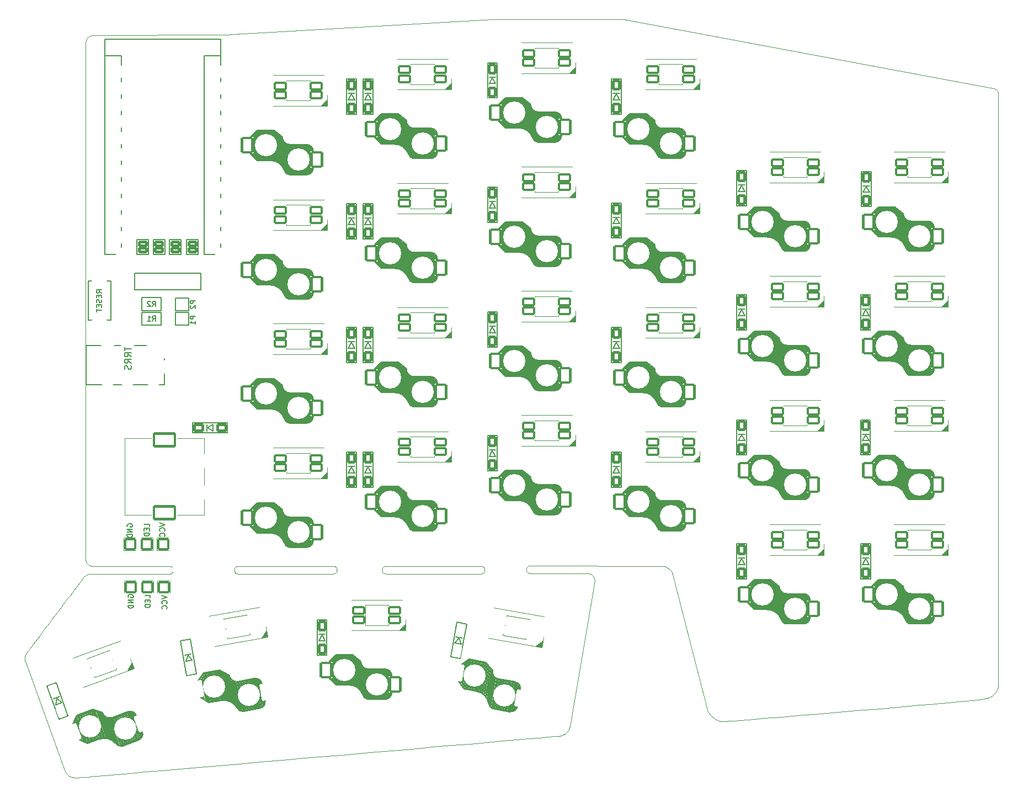
<source format=gbo>
%TF.GenerationSoftware,KiCad,Pcbnew,(6.0.0)*%
%TF.CreationDate,2023-02-15T17:26:08+02:00*%
%TF.ProjectId,SofleKeyboard,536f666c-654b-4657-9962-6f6172642e6b,rev?*%
%TF.SameCoordinates,Original*%
%TF.FileFunction,Legend,Bot*%
%TF.FilePolarity,Positive*%
%FSLAX46Y46*%
G04 Gerber Fmt 4.6, Leading zero omitted, Abs format (unit mm)*
G04 Created by KiCad (PCBNEW (6.0.0)) date 2023-02-15 17:26:08*
%MOMM*%
%LPD*%
G01*
G04 APERTURE LIST*
G04 Aperture macros list*
%AMRoundRect*
0 Rectangle with rounded corners*
0 $1 Rounding radius*
0 $2 $3 $4 $5 $6 $7 $8 $9 X,Y pos of 4 corners*
0 Add a 4 corners polygon primitive as box body*
4,1,4,$2,$3,$4,$5,$6,$7,$8,$9,$2,$3,0*
0 Add four circle primitives for the rounded corners*
1,1,$1+$1,$2,$3*
1,1,$1+$1,$4,$5*
1,1,$1+$1,$6,$7*
1,1,$1+$1,$8,$9*
0 Add four rect primitives between the rounded corners*
20,1,$1+$1,$2,$3,$4,$5,0*
20,1,$1+$1,$4,$5,$6,$7,0*
20,1,$1+$1,$6,$7,$8,$9,0*
20,1,$1+$1,$8,$9,$2,$3,0*%
G04 Aperture macros list end*
%ADD10C,0.090000*%
%ADD11C,0.150000*%
%ADD12C,0.120000*%
%ADD13C,0.100000*%
%TA.AperFunction,Profile*%
%ADD14C,0.120000*%
%TD*%
%ADD15C,1.524000*%
%ADD16C,1.700000*%
%ADD17C,1.752600*%
%ADD18C,0.200000*%
%ADD19C,1.797000*%
%ADD20C,1.600000*%
%ADD21O,2.900000X2.100000*%
%ADD22C,5.100000*%
%ADD23C,1.924000*%
%ADD24C,2.400000*%
%ADD25RoundRect,0.200000X-0.475000X0.650000X-0.475000X-0.650000X0.475000X-0.650000X0.475000X0.650000X0*%
%ADD26RoundRect,0.200000X-0.650000X-0.475000X0.650000X-0.475000X0.650000X0.475000X-0.650000X0.475000X0*%
%ADD27RoundRect,0.200000X-0.668667X0.448341X-0.224041X-0.773260X0.668667X-0.448341X0.224041X0.773260X0*%
%ADD28C,2.200000*%
%ADD29C,3.400000*%
%ADD30C,3.800000*%
%ADD31C,1.400000*%
%ADD32RoundRect,0.200000X0.850000X0.500000X-0.850000X0.500000X-0.850000X-0.500000X0.850000X-0.500000X0*%
%ADD33RoundRect,0.200000X0.800000X1.100000X-0.800000X1.100000X-0.800000X-1.100000X0.800000X-1.100000X0*%
%ADD34RoundRect,0.200000X0.627729X0.760563X-0.969749X0.179129X-0.627729X-0.760563X0.969749X-0.179129X0*%
%ADD35RoundRect,0.200000X0.375532X1.307278X-1.127976X0.760046X-0.375532X-1.307278X1.127976X-0.760046X0*%
%ADD36C,4.400000*%
%ADD37RoundRect,0.200000X-1.600000X-1.000000X1.600000X-1.000000X1.600000X1.000000X-1.600000X1.000000X0*%
%ADD38RoundRect,0.200000X0.750263X0.640005X-0.923911X0.344803X-0.750263X-0.640005X0.923911X-0.344803X0*%
%ADD39RoundRect,0.200000X0.596833X1.222207X-0.978859X0.944370X-0.596833X-1.222207X0.978859X-0.944370X0*%
%ADD40RoundRect,0.200000X0.923911X0.344803X-0.750263X0.640005X-0.923911X-0.344803X0.750263X-0.640005X0*%
%ADD41RoundRect,0.200000X0.978859X0.944370X-0.596833X1.222207X-0.978859X-0.944370X0.596833X-1.222207X0*%
%ADD42RoundRect,0.200000X-0.580655X0.557642X-0.354912X-0.722608X0.580655X-0.557642X0.354912X0.722608X0*%
%ADD43RoundRect,0.200000X-0.354912X0.722608X-0.580655X-0.557642X0.354912X-0.722608X0.580655X0.557642X0*%
%ADD44C,0.793700*%
%ADD45C,2.100000*%
%ADD46O,2.100000X2.100000*%
%ADD47C,2.152600*%
%ADD48C,1.187400*%
%ADD49RoundRect,0.200000X-0.762000X-0.762000X0.762000X-0.762000X0.762000X0.762000X-0.762000X0.762000X0*%
%ADD50RoundRect,0.200000X-0.762000X0.762000X-0.762000X-0.762000X0.762000X-0.762000X0.762000X0.762000X0*%
%ADD51RoundRect,0.200000X0.571500X-0.317500X0.571500X0.317500X-0.571500X0.317500X-0.571500X-0.317500X0*%
G04 APERTURE END LIST*
D10*
X162218354Y-142806782D02*
X166017777Y-120493588D01*
X147877950Y-119422237D02*
X134684053Y-119422237D01*
X171390576Y-34528702D02*
X171122462Y-34479308D01*
X78634718Y-132876101D02*
X84773060Y-149738874D01*
X171122462Y-34479308D02*
X170780277Y-34415810D01*
X101346553Y-118835528D02*
X101340041Y-118958535D01*
X101320921Y-119063869D01*
X101289813Y-119152873D01*
X101222027Y-119258700D01*
X101130754Y-119335344D01*
X101018088Y-119387337D01*
X100886120Y-119419216D01*
X100788453Y-119431532D01*
X100683757Y-119438268D01*
X100572653Y-119440766D01*
X100455762Y-119440370D01*
X100333702Y-119438424D01*
X100207095Y-119436271D01*
X100076561Y-119435255D01*
X86783876Y-150691379D02*
X87265895Y-150648742D01*
X88118850Y-150574157D01*
X89317412Y-150469809D01*
X90836251Y-150337881D01*
X92650038Y-150180557D01*
X94733443Y-150000021D01*
X97061138Y-149798457D01*
X99607793Y-149578048D01*
X102348079Y-149340979D01*
X105256666Y-149089433D01*
X108308226Y-148825595D01*
X111477428Y-148551647D01*
X114738945Y-148269775D01*
X118067446Y-147982161D01*
X121437602Y-147690990D01*
X124824083Y-147398446D01*
X128201562Y-147106712D01*
X131544708Y-146817973D01*
X134828191Y-146534411D01*
X138026684Y-146258212D01*
X141114856Y-145991559D01*
X144067379Y-145736636D01*
X146858922Y-145495626D01*
X149464157Y-145270714D01*
X151857754Y-145064083D01*
X154014385Y-144877918D01*
X155908719Y-144714401D01*
X157515428Y-144575718D01*
X158809182Y-144464052D01*
X159764652Y-144381586D01*
X160356509Y-144330506D01*
X160559424Y-144312994D01*
X170780277Y-34415810D02*
X170643142Y-34403395D01*
X170395510Y-34392557D01*
X170044912Y-34383218D01*
X169598882Y-34375299D01*
X169064949Y-34368724D01*
X168450647Y-34363414D01*
X167763508Y-34359294D01*
X167011062Y-34356284D01*
X166200841Y-34354307D01*
X165340379Y-34353287D01*
X164437206Y-34353145D01*
X163498854Y-34353804D01*
X162532856Y-34355186D01*
X161546742Y-34357214D01*
X160548045Y-34359810D01*
X159544297Y-34362898D01*
X158543029Y-34366399D01*
X157551774Y-34370235D01*
X156578063Y-34374330D01*
X155629428Y-34378606D01*
X154713400Y-34382985D01*
X153837513Y-34387390D01*
X153009296Y-34391743D01*
X152236284Y-34395968D01*
X151526006Y-34399985D01*
X150885996Y-34403718D01*
X150323784Y-34407090D01*
X149846903Y-34410022D01*
X149462885Y-34412438D01*
X149179261Y-34414259D01*
X149003563Y-34415409D01*
X148943324Y-34415810D01*
X226131098Y-138534218D02*
X226302029Y-138486765D01*
X226462005Y-138432526D01*
X226611390Y-138372043D01*
X226750544Y-138305861D01*
X226879831Y-138234523D01*
X226999613Y-138158574D01*
X227110253Y-138078557D01*
X227212114Y-137995016D01*
X227305558Y-137908495D01*
X227390947Y-137819538D01*
X227468644Y-137728688D01*
X227539012Y-137636491D01*
X227602413Y-137543489D01*
X227659210Y-137450226D01*
X227709765Y-137357247D01*
X227754441Y-137265095D01*
X227793601Y-137174314D01*
X227827606Y-137085449D01*
X227856820Y-136999042D01*
X227902324Y-136835781D01*
X227933013Y-136688882D01*
X227951788Y-136562698D01*
X227961548Y-136461578D01*
X227965632Y-136366412D01*
X227965547Y-136346991D01*
X112007487Y-119422237D02*
X111876952Y-119423253D01*
X111750345Y-119425406D01*
X111628285Y-119427352D01*
X111511394Y-119427748D01*
X111400290Y-119425250D01*
X111295594Y-119418514D01*
X111197927Y-119406198D01*
X111107907Y-119386957D01*
X110988574Y-119342172D01*
X110889938Y-119274249D01*
X110814091Y-119178653D01*
X110763126Y-119050851D01*
X110744006Y-118945517D01*
X110737495Y-118822510D01*
X125201384Y-119422237D02*
X112007487Y-119422237D01*
X227965547Y-45810528D02*
X227956434Y-45678539D01*
X227930682Y-45559934D01*
X227890668Y-45454041D01*
X227838768Y-45360188D01*
X227777359Y-45277704D01*
X227708819Y-45205917D01*
X227635525Y-45144155D01*
X227559854Y-45091746D01*
X227447090Y-45029201D01*
X227342349Y-44983922D01*
X227253653Y-44953642D01*
X227163274Y-44930349D01*
X227154162Y-44928584D01*
X100076561Y-119435255D02*
X88583055Y-119435255D01*
X227965547Y-136346991D02*
X227965547Y-136089375D01*
X227965547Y-135338363D01*
X227965547Y-134126701D01*
X227965547Y-132487138D01*
X227965547Y-130452423D01*
X227965547Y-128055304D01*
X227965547Y-125328530D01*
X227965547Y-122304850D01*
X227965547Y-119017010D01*
X227965547Y-115497762D01*
X227965547Y-111779851D01*
X227965547Y-107896028D01*
X227965547Y-103879040D01*
X227965547Y-99761637D01*
X227965547Y-95576566D01*
X227965547Y-91356576D01*
X227965547Y-87134416D01*
X227965547Y-82942834D01*
X227965547Y-78814578D01*
X227965547Y-74782397D01*
X227965547Y-70879040D01*
X227965547Y-67137255D01*
X227965547Y-63589790D01*
X227965547Y-60269394D01*
X227965547Y-57208816D01*
X227965547Y-54440803D01*
X227965547Y-51998105D01*
X227965547Y-49913470D01*
X227965547Y-48219646D01*
X227965547Y-46949382D01*
X227965547Y-46135426D01*
X227965547Y-45810528D01*
X166017777Y-120493588D02*
X166012075Y-120376265D01*
X165995314Y-120262767D01*
X165968011Y-120153609D01*
X165930683Y-120049309D01*
X165883847Y-119950383D01*
X165828018Y-119857348D01*
X165763715Y-119770720D01*
X165691454Y-119691018D01*
X165611751Y-119618756D01*
X165525123Y-119554453D01*
X165432088Y-119498624D01*
X165333162Y-119451788D01*
X165228862Y-119414460D01*
X165119704Y-119387157D01*
X165006206Y-119370396D01*
X164888884Y-119364695D01*
X162207782Y-142859708D02*
X162218354Y-142806782D01*
X147877950Y-118258075D02*
X148008484Y-118256662D01*
X148135091Y-118253389D01*
X148257150Y-118249702D01*
X148374042Y-118247049D01*
X148485146Y-118246876D01*
X148589841Y-118250630D01*
X148687509Y-118259759D01*
X148777529Y-118275709D01*
X148896861Y-118315589D01*
X148995497Y-118378956D01*
X149071344Y-118470693D01*
X149122309Y-118595685D01*
X149141429Y-118699899D01*
X149147941Y-118822510D01*
X84773060Y-149738874D02*
X84821658Y-149840417D01*
X84888141Y-149949678D01*
X84950685Y-150036183D01*
X85029126Y-150129547D01*
X85124599Y-150226282D01*
X85238236Y-150322896D01*
X85371171Y-150415899D01*
X85524536Y-150501802D01*
X85609235Y-150541000D01*
X85699465Y-150577114D01*
X85795370Y-150609707D01*
X85897091Y-150638345D01*
X86004769Y-150662589D01*
X86118546Y-150682005D01*
X86238564Y-150696155D01*
X86364964Y-150704604D01*
X86497889Y-150706915D01*
X86637478Y-150702652D01*
X86783876Y-150691379D01*
X183445187Y-140624426D02*
X183536912Y-140762658D01*
X183630630Y-140891813D01*
X183726021Y-141012200D01*
X183822761Y-141124124D01*
X183920529Y-141227894D01*
X184019004Y-141323817D01*
X184117864Y-141412200D01*
X184216787Y-141493352D01*
X184315452Y-141567579D01*
X184413536Y-141635189D01*
X184510719Y-141696489D01*
X184606678Y-141751787D01*
X184701092Y-141801391D01*
X184793639Y-141845607D01*
X184883997Y-141884744D01*
X184971845Y-141919108D01*
X185056862Y-141949008D01*
X185217112Y-141996643D01*
X185362174Y-142030108D01*
X185489475Y-142051863D01*
X185596441Y-142064369D01*
X185713133Y-142071163D01*
X185773533Y-142070806D01*
X227154162Y-44928584D02*
X171390576Y-34528702D01*
X87524722Y-120070250D02*
X87427251Y-120199811D01*
X87310170Y-120355436D01*
X87151755Y-120565999D01*
X86955176Y-120827283D01*
X86723606Y-121135069D01*
X86460217Y-121485139D01*
X86168179Y-121873276D01*
X85850664Y-122295260D01*
X85510845Y-122746875D01*
X85151893Y-123223901D01*
X84776979Y-123722122D01*
X84389275Y-124237318D01*
X83991952Y-124765272D01*
X83588184Y-125301765D01*
X83181140Y-125842580D01*
X82773993Y-126383498D01*
X82369914Y-126920302D01*
X81972075Y-127448772D01*
X81583648Y-127964692D01*
X81207804Y-128463843D01*
X80847714Y-128942007D01*
X80506552Y-129394966D01*
X80187488Y-129818501D01*
X79893693Y-130208395D01*
X79628340Y-130560430D01*
X79394600Y-130870387D01*
X79195645Y-131134049D01*
X79034646Y-131347197D01*
X78914776Y-131505614D01*
X78839205Y-131605080D01*
X78811106Y-131641379D01*
X148943324Y-34415810D02*
X112066641Y-36553643D01*
X176283602Y-118235823D02*
X176387579Y-118238555D01*
X176487862Y-118246519D01*
X176584476Y-118259367D01*
X176677447Y-118276750D01*
X176766800Y-118298318D01*
X176934758Y-118352616D01*
X177088557Y-118419471D01*
X177228403Y-118496093D01*
X177354503Y-118579691D01*
X177467064Y-118667474D01*
X177566292Y-118756654D01*
X177652395Y-118844437D01*
X177725578Y-118928035D01*
X177786049Y-119004657D01*
X177853372Y-119100405D01*
X177900570Y-119177609D01*
X177906393Y-119188306D01*
X185773533Y-142070806D02*
X185883884Y-142062008D01*
X186205785Y-142036303D01*
X186725505Y-141994727D01*
X187429314Y-141938313D01*
X188303481Y-141868095D01*
X189334277Y-141785109D01*
X190507971Y-141690389D01*
X191810833Y-141584968D01*
X193229132Y-141469881D01*
X194749138Y-141346163D01*
X196357121Y-141214848D01*
X198039351Y-141076971D01*
X199782097Y-140933565D01*
X201571629Y-140785666D01*
X203394217Y-140634307D01*
X205236130Y-140480523D01*
X207083638Y-140325348D01*
X208923012Y-140169817D01*
X210740520Y-140014963D01*
X212522432Y-139861823D01*
X214255019Y-139711429D01*
X215924549Y-139564816D01*
X217517293Y-139423019D01*
X219019520Y-139287072D01*
X220417500Y-139158009D01*
X221697502Y-139036865D01*
X222845797Y-138924674D01*
X223848654Y-138822470D01*
X224692343Y-138731288D01*
X225363133Y-138652163D01*
X225847295Y-138586128D01*
X226131098Y-138534218D01*
X108404975Y-36770481D02*
X89178586Y-36841035D01*
X164888884Y-119364695D02*
X156831430Y-119364695D01*
X87912769Y-92804064D02*
X87912769Y-117142199D01*
X112066641Y-36553643D02*
X111950703Y-36563327D01*
X111815220Y-36574420D01*
X111636448Y-36588782D01*
X111532796Y-36596977D01*
X111420681Y-36605737D01*
X111300890Y-36614976D01*
X111174210Y-36624611D01*
X111041426Y-36634556D01*
X110903326Y-36644729D01*
X110760696Y-36655044D01*
X110614322Y-36665417D01*
X110464991Y-36675764D01*
X110313490Y-36686000D01*
X110160604Y-36696042D01*
X110007121Y-36705804D01*
X109853826Y-36715203D01*
X109701506Y-36724153D01*
X109550949Y-36732572D01*
X109402939Y-36740375D01*
X109258264Y-36747476D01*
X109117710Y-36753792D01*
X108982064Y-36759239D01*
X108852112Y-36763732D01*
X108728641Y-36767187D01*
X108612436Y-36769520D01*
X108504285Y-36770646D01*
X108404975Y-36770481D01*
X110737495Y-118822510D02*
X110744006Y-118699899D01*
X110763126Y-118595685D01*
X110794234Y-118508421D01*
X110862020Y-118406142D01*
X110953293Y-118333860D01*
X111065959Y-118286694D01*
X111197927Y-118259759D01*
X111295594Y-118250630D01*
X111400290Y-118246876D01*
X111511394Y-118247049D01*
X111628285Y-118249702D01*
X111750345Y-118253389D01*
X111876952Y-118256662D01*
X112007487Y-118258075D01*
X126471376Y-118822510D02*
X126464864Y-118945517D01*
X126445744Y-119050851D01*
X126414636Y-119139855D01*
X126346850Y-119245682D01*
X126255577Y-119322326D01*
X126142911Y-119374319D01*
X126010943Y-119406198D01*
X125913276Y-119418514D01*
X125808580Y-119425250D01*
X125697476Y-119427748D01*
X125580585Y-119427352D01*
X125458525Y-119425406D01*
X125331918Y-119423253D01*
X125201384Y-119422237D01*
X156831430Y-118200532D02*
X176283602Y-118235823D01*
X100076561Y-118271092D02*
X100207095Y-118269679D01*
X100333702Y-118266406D01*
X100455762Y-118262719D01*
X100572653Y-118260066D01*
X100683757Y-118259893D01*
X100788453Y-118263648D01*
X100886120Y-118272776D01*
X100976140Y-118288726D01*
X101095473Y-118328607D01*
X101194109Y-118391974D01*
X101269956Y-118483711D01*
X101320921Y-118608703D01*
X101340041Y-118712917D01*
X101346553Y-118835528D01*
X78564158Y-132452763D02*
X78568854Y-132545361D01*
X78581465Y-132637964D01*
X78599772Y-132730571D01*
X78621559Y-132823181D01*
X78634718Y-132876101D01*
X134684053Y-119422237D02*
X134553518Y-119423253D01*
X134426911Y-119425406D01*
X134304851Y-119427352D01*
X134187960Y-119427748D01*
X134076856Y-119425250D01*
X133972160Y-119418514D01*
X133874493Y-119406198D01*
X133784473Y-119386957D01*
X133665140Y-119342172D01*
X133566504Y-119274249D01*
X133490657Y-119178653D01*
X133439692Y-119050851D01*
X133420572Y-118945517D01*
X133414061Y-118822510D01*
X87595282Y-119964421D02*
X87535792Y-120033877D01*
X87524722Y-120070250D01*
X89056533Y-36841922D02*
X88939211Y-36847623D01*
X88825712Y-36864384D01*
X88716555Y-36891687D01*
X88612254Y-36929015D01*
X88513328Y-36975852D01*
X88420293Y-37031680D01*
X88333666Y-37095983D01*
X88253963Y-37168245D01*
X88181701Y-37247948D01*
X88117398Y-37334575D01*
X88061570Y-37427610D01*
X88014733Y-37526536D01*
X87977405Y-37630837D01*
X87950102Y-37739994D01*
X87933341Y-37853493D01*
X87927640Y-37970815D01*
X89178586Y-36841035D02*
X89056533Y-36841922D01*
X177906393Y-119188306D02*
X183445187Y-140624426D01*
X149147941Y-118822510D02*
X149141429Y-118945517D01*
X149122309Y-119050851D01*
X149091201Y-119139855D01*
X149023415Y-119245682D01*
X148932143Y-119322326D01*
X148819476Y-119374319D01*
X148687509Y-119406198D01*
X148589841Y-119418514D01*
X148485146Y-119425250D01*
X148374042Y-119427748D01*
X148257150Y-119427352D01*
X148135091Y-119425406D01*
X148008484Y-119423253D01*
X147877950Y-119422237D01*
X88583055Y-119435255D02*
X88474899Y-119449743D01*
X88368953Y-119473009D01*
X88265566Y-119504529D01*
X88165087Y-119543781D01*
X88067864Y-119590241D01*
X87974246Y-119643387D01*
X87884582Y-119702694D01*
X87799221Y-119767640D01*
X87718512Y-119837702D01*
X87642804Y-119912357D01*
X87595282Y-119964421D01*
X133414061Y-118822510D02*
X133420572Y-118699899D01*
X133439692Y-118595685D01*
X133470800Y-118508421D01*
X133538586Y-118406142D01*
X133629859Y-118333860D01*
X133742525Y-118286694D01*
X133874493Y-118259759D01*
X133972160Y-118250630D01*
X134076856Y-118246876D01*
X134187960Y-118247049D01*
X134304851Y-118249702D01*
X134426911Y-118253389D01*
X134553518Y-118256662D01*
X134684053Y-118258075D01*
X156831430Y-119364695D02*
X156700895Y-119365711D01*
X156574288Y-119367865D01*
X156452229Y-119369812D01*
X156335337Y-119370209D01*
X156224234Y-119367713D01*
X156119538Y-119360979D01*
X156021870Y-119348664D01*
X155931851Y-119329425D01*
X155812518Y-119284643D01*
X155713882Y-119216723D01*
X155638035Y-119121130D01*
X155587070Y-118993330D01*
X155567950Y-118887996D01*
X155561439Y-118764990D01*
X87927640Y-37970815D02*
X87912769Y-92804064D01*
X125201384Y-118258075D02*
X125331918Y-118256662D01*
X125458525Y-118253389D01*
X125580585Y-118249702D01*
X125697476Y-118247049D01*
X125808580Y-118246876D01*
X125913276Y-118250630D01*
X126010943Y-118259759D01*
X126100963Y-118275709D01*
X126220296Y-118315589D01*
X126318932Y-118378956D01*
X126394779Y-118470693D01*
X126445744Y-118595685D01*
X126464864Y-118699899D01*
X126471376Y-118822510D01*
X89041662Y-118271092D02*
X100076561Y-118271092D01*
X87912769Y-117142199D02*
X87918470Y-117259521D01*
X87935231Y-117373019D01*
X87962534Y-117482177D01*
X87999862Y-117586477D01*
X88046698Y-117685403D01*
X88102527Y-117778438D01*
X88166830Y-117865066D01*
X88239092Y-117944769D01*
X88318794Y-118017030D01*
X88405422Y-118081333D01*
X88498457Y-118137162D01*
X88597383Y-118183998D01*
X88701683Y-118221326D01*
X88810841Y-118248629D01*
X88924339Y-118265390D01*
X89041662Y-118271092D01*
X134684053Y-118258075D02*
X147877950Y-118258075D01*
X155561439Y-118764990D02*
X155567950Y-118642378D01*
X155587070Y-118538164D01*
X155618178Y-118450899D01*
X155685964Y-118348617D01*
X155777237Y-118276333D01*
X155889903Y-118229163D01*
X156021870Y-118202225D01*
X156119538Y-118193094D01*
X156224234Y-118189338D01*
X156335337Y-118189509D01*
X156452229Y-118192161D01*
X156574288Y-118195847D01*
X156700895Y-118199119D01*
X156831430Y-118200532D01*
X78811106Y-131641379D02*
X78749852Y-131735562D01*
X78698106Y-131832643D01*
X78655455Y-131932205D01*
X78621486Y-132033836D01*
X78595785Y-132137122D01*
X78577939Y-132241647D01*
X78567534Y-132346999D01*
X78564158Y-132452763D01*
X112007487Y-118258075D02*
X125201384Y-118258075D01*
X160559424Y-144312994D02*
X160684334Y-144296775D01*
X160823088Y-144267449D01*
X160935981Y-144235941D01*
X161061179Y-144192782D01*
X161195248Y-144136182D01*
X161334755Y-144064353D01*
X161476266Y-143975508D01*
X161616348Y-143867857D01*
X161684779Y-143806420D01*
X161751565Y-143739612D01*
X161816276Y-143667208D01*
X161878484Y-143588984D01*
X161937759Y-143504718D01*
X161993672Y-143414186D01*
X162045794Y-143317164D01*
X162093695Y-143213429D01*
X162136946Y-143102757D01*
X162175118Y-142984924D01*
X162207782Y-142859708D01*
D11*
X98172605Y-80661904D02*
X98439272Y-80280952D01*
X98629748Y-80661904D02*
X98629748Y-79861904D01*
X98324986Y-79861904D01*
X98248795Y-79900000D01*
X98210700Y-79938095D01*
X98172605Y-80014285D01*
X98172605Y-80128571D01*
X98210700Y-80204761D01*
X98248795Y-80242857D01*
X98324986Y-80280952D01*
X98629748Y-80280952D01*
X97410700Y-80661904D02*
X97867843Y-80661904D01*
X97639272Y-80661904D02*
X97639272Y-79861904D01*
X97715462Y-79976190D01*
X97791652Y-80052380D01*
X97867843Y-80090476D01*
X98172605Y-78423869D02*
X98439272Y-78042917D01*
X98629748Y-78423869D02*
X98629748Y-77623869D01*
X98324986Y-77623869D01*
X98248795Y-77661965D01*
X98210700Y-77700060D01*
X98172605Y-77776250D01*
X98172605Y-77890536D01*
X98210700Y-77966726D01*
X98248795Y-78004822D01*
X98324986Y-78042917D01*
X98629748Y-78042917D01*
X97867843Y-77700060D02*
X97829748Y-77661965D01*
X97753557Y-77623869D01*
X97563081Y-77623869D01*
X97486891Y-77661965D01*
X97448795Y-77700060D01*
X97410700Y-77776250D01*
X97410700Y-77852441D01*
X97448795Y-77966726D01*
X97905938Y-78423869D01*
X97410700Y-78423869D01*
X93902380Y-84638095D02*
X93902380Y-85209523D01*
X94902380Y-84923809D02*
X93902380Y-84923809D01*
X94902380Y-86114285D02*
X94426190Y-85780952D01*
X94902380Y-85542857D02*
X93902380Y-85542857D01*
X93902380Y-85923809D01*
X93950000Y-86019047D01*
X93997619Y-86066666D01*
X94092857Y-86114285D01*
X94235714Y-86114285D01*
X94330952Y-86066666D01*
X94378571Y-86019047D01*
X94426190Y-85923809D01*
X94426190Y-85542857D01*
X94902380Y-87114285D02*
X94426190Y-86780952D01*
X94902380Y-86542857D02*
X93902380Y-86542857D01*
X93902380Y-86923809D01*
X93950000Y-87019047D01*
X93997619Y-87066666D01*
X94092857Y-87114285D01*
X94235714Y-87114285D01*
X94330952Y-87066666D01*
X94378571Y-87019047D01*
X94426190Y-86923809D01*
X94426190Y-86542857D01*
X94854761Y-87495238D02*
X94902380Y-87638095D01*
X94902380Y-87876190D01*
X94854761Y-87971428D01*
X94807142Y-88019047D01*
X94711904Y-88066666D01*
X94616666Y-88066666D01*
X94521428Y-88019047D01*
X94473809Y-87971428D01*
X94426190Y-87876190D01*
X94378571Y-87685714D01*
X94330952Y-87590476D01*
X94283333Y-87542857D01*
X94188095Y-87495238D01*
X94092857Y-87495238D01*
X93997619Y-87542857D01*
X93950000Y-87590476D01*
X93902380Y-87685714D01*
X93902380Y-87923809D01*
X93950000Y-88066666D01*
X104761904Y-79909523D02*
X103961904Y-79909523D01*
X103961904Y-80214285D01*
X104000000Y-80290476D01*
X104038095Y-80328571D01*
X104114285Y-80366666D01*
X104228571Y-80366666D01*
X104304761Y-80328571D01*
X104342857Y-80290476D01*
X104380952Y-80214285D01*
X104380952Y-79909523D01*
X104761904Y-81128571D02*
X104761904Y-80671428D01*
X104761904Y-80900000D02*
X103961904Y-80900000D01*
X104076190Y-80823809D01*
X104152380Y-80747619D01*
X104190476Y-80671428D01*
X104761904Y-77509523D02*
X103961904Y-77509523D01*
X103961904Y-77814285D01*
X104000000Y-77890476D01*
X104038095Y-77928571D01*
X104114285Y-77966666D01*
X104228571Y-77966666D01*
X104304761Y-77928571D01*
X104342857Y-77890476D01*
X104380952Y-77814285D01*
X104380952Y-77509523D01*
X104038095Y-78271428D02*
X104000000Y-78309523D01*
X103961904Y-78385714D01*
X103961904Y-78576190D01*
X104000000Y-78652380D01*
X104038095Y-78690476D01*
X104114285Y-78728571D01*
X104190476Y-78728571D01*
X104304761Y-78690476D01*
X104761904Y-78233333D01*
X104761904Y-78728571D01*
X90361904Y-76338095D02*
X89980952Y-76071428D01*
X90361904Y-75880952D02*
X89561904Y-75880952D01*
X89561904Y-76185714D01*
X89600000Y-76261904D01*
X89638095Y-76300000D01*
X89714285Y-76338095D01*
X89828571Y-76338095D01*
X89904761Y-76300000D01*
X89942857Y-76261904D01*
X89980952Y-76185714D01*
X89980952Y-75880952D01*
X89942857Y-76680952D02*
X89942857Y-76947619D01*
X90361904Y-77061904D02*
X90361904Y-76680952D01*
X89561904Y-76680952D01*
X89561904Y-77061904D01*
X90323809Y-77366666D02*
X90361904Y-77480952D01*
X90361904Y-77671428D01*
X90323809Y-77747619D01*
X90285714Y-77785714D01*
X90209523Y-77823809D01*
X90133333Y-77823809D01*
X90057142Y-77785714D01*
X90019047Y-77747619D01*
X89980952Y-77671428D01*
X89942857Y-77519047D01*
X89904761Y-77442857D01*
X89866666Y-77404761D01*
X89790476Y-77366666D01*
X89714285Y-77366666D01*
X89638095Y-77404761D01*
X89600000Y-77442857D01*
X89561904Y-77519047D01*
X89561904Y-77709523D01*
X89600000Y-77823809D01*
X89942857Y-78166666D02*
X89942857Y-78433333D01*
X90361904Y-78547619D02*
X90361904Y-78166666D01*
X89561904Y-78166666D01*
X89561904Y-78547619D01*
X89561904Y-78776190D02*
X89561904Y-79233333D01*
X90361904Y-79004761D02*
X89561904Y-79004761D01*
X99291024Y-111625973D02*
X100091024Y-111892640D01*
X99291024Y-112159306D01*
X100014834Y-112883116D02*
X100052929Y-112845020D01*
X100091024Y-112730735D01*
X100091024Y-112654544D01*
X100052929Y-112540259D01*
X99976739Y-112464068D01*
X99900548Y-112425973D01*
X99748167Y-112387878D01*
X99633881Y-112387878D01*
X99481500Y-112425973D01*
X99405310Y-112464068D01*
X99329120Y-112540259D01*
X99291024Y-112654544D01*
X99291024Y-112730735D01*
X99329120Y-112845020D01*
X99367215Y-112883116D01*
X100014834Y-113683116D02*
X100052929Y-113645020D01*
X100091024Y-113530735D01*
X100091024Y-113454544D01*
X100052929Y-113340259D01*
X99976739Y-113264068D01*
X99900548Y-113225973D01*
X99748167Y-113187878D01*
X99633881Y-113187878D01*
X99481500Y-113225973D01*
X99405310Y-113264068D01*
X99329120Y-113340259D01*
X99291024Y-113454544D01*
X99291024Y-113530735D01*
X99329120Y-113645020D01*
X99367215Y-113683116D01*
X94329120Y-112183116D02*
X94291024Y-112106925D01*
X94291024Y-111992640D01*
X94329120Y-111878354D01*
X94405310Y-111802163D01*
X94481500Y-111764068D01*
X94633881Y-111725973D01*
X94748167Y-111725973D01*
X94900548Y-111764068D01*
X94976739Y-111802163D01*
X95052929Y-111878354D01*
X95091024Y-111992640D01*
X95091024Y-112068830D01*
X95052929Y-112183116D01*
X95014834Y-112221211D01*
X94748167Y-112221211D01*
X94748167Y-112068830D01*
X95091024Y-112564068D02*
X94291024Y-112564068D01*
X95091024Y-113021211D01*
X94291024Y-113021211D01*
X95091024Y-113402163D02*
X94291024Y-113402163D01*
X94291024Y-113592640D01*
X94329120Y-113706925D01*
X94405310Y-113783116D01*
X94481500Y-113821211D01*
X94633881Y-113859306D01*
X94748167Y-113859306D01*
X94900548Y-113821211D01*
X94976739Y-113783116D01*
X95052929Y-113706925D01*
X95091024Y-113592640D01*
X95091024Y-113402163D01*
X97691024Y-112178354D02*
X97691024Y-111797401D01*
X96891024Y-111797401D01*
X97271977Y-112445020D02*
X97271977Y-112711687D01*
X97691024Y-112825973D02*
X97691024Y-112445020D01*
X96891024Y-112445020D01*
X96891024Y-112825973D01*
X97691024Y-113168830D02*
X96891024Y-113168830D01*
X96891024Y-113359306D01*
X96929120Y-113473592D01*
X97005310Y-113549782D01*
X97081500Y-113587878D01*
X97233881Y-113625973D01*
X97348167Y-113625973D01*
X97500548Y-113587878D01*
X97576739Y-113549782D01*
X97652929Y-113473592D01*
X97691024Y-113359306D01*
X97691024Y-113168830D01*
X94469120Y-123023116D02*
X94431024Y-122946925D01*
X94431024Y-122832640D01*
X94469120Y-122718354D01*
X94545310Y-122642163D01*
X94621500Y-122604068D01*
X94773881Y-122565973D01*
X94888167Y-122565973D01*
X95040548Y-122604068D01*
X95116739Y-122642163D01*
X95192929Y-122718354D01*
X95231024Y-122832640D01*
X95231024Y-122908830D01*
X95192929Y-123023116D01*
X95154834Y-123061211D01*
X94888167Y-123061211D01*
X94888167Y-122908830D01*
X95231024Y-123404068D02*
X94431024Y-123404068D01*
X95231024Y-123861211D01*
X94431024Y-123861211D01*
X95231024Y-124242163D02*
X94431024Y-124242163D01*
X94431024Y-124432640D01*
X94469120Y-124546925D01*
X94545310Y-124623116D01*
X94621500Y-124661211D01*
X94773881Y-124699306D01*
X94888167Y-124699306D01*
X95040548Y-124661211D01*
X95116739Y-124623116D01*
X95192929Y-124546925D01*
X95231024Y-124432640D01*
X95231024Y-124242163D01*
X97851024Y-123138354D02*
X97851024Y-122757401D01*
X97051024Y-122757401D01*
X97431977Y-123405020D02*
X97431977Y-123671687D01*
X97851024Y-123785973D02*
X97851024Y-123405020D01*
X97051024Y-123405020D01*
X97051024Y-123785973D01*
X97851024Y-124128830D02*
X97051024Y-124128830D01*
X97051024Y-124319306D01*
X97089120Y-124433592D01*
X97165310Y-124509782D01*
X97241500Y-124547878D01*
X97393881Y-124585973D01*
X97508167Y-124585973D01*
X97660548Y-124547878D01*
X97736739Y-124509782D01*
X97812929Y-124433592D01*
X97851024Y-124319306D01*
X97851024Y-124128830D01*
X99611024Y-122755973D02*
X100411024Y-123022640D01*
X99611024Y-123289306D01*
X100334834Y-124013116D02*
X100372929Y-123975020D01*
X100411024Y-123860735D01*
X100411024Y-123784544D01*
X100372929Y-123670259D01*
X100296739Y-123594068D01*
X100220548Y-123555973D01*
X100068167Y-123517878D01*
X99953881Y-123517878D01*
X99801500Y-123555973D01*
X99725310Y-123594068D01*
X99649120Y-123670259D01*
X99611024Y-123784544D01*
X99611024Y-123860735D01*
X99649120Y-123975020D01*
X99687215Y-124013116D01*
X100334834Y-124813116D02*
X100372929Y-124775020D01*
X100411024Y-124660735D01*
X100411024Y-124584544D01*
X100372929Y-124470259D01*
X100296739Y-124394068D01*
X100220548Y-124355973D01*
X100068167Y-124317878D01*
X99953881Y-124317878D01*
X99801500Y-124355973D01*
X99725310Y-124394068D01*
X99649120Y-124470259D01*
X99611024Y-124584544D01*
X99611024Y-124660735D01*
X99649120Y-124775020D01*
X99687215Y-124813116D01*
X99539272Y-81311965D02*
X96539272Y-81311965D01*
X96539272Y-81311965D02*
X96539272Y-79311965D01*
X99539272Y-79311965D02*
X99539272Y-81311965D01*
X96539272Y-79311965D02*
X99539272Y-79311965D01*
X96539272Y-79061965D02*
X96539272Y-77061965D01*
X96539272Y-77061965D02*
X99539272Y-77061965D01*
X99539272Y-77061965D02*
X99539272Y-79061965D01*
X99539272Y-79061965D02*
X96539272Y-79061965D01*
X100000000Y-90400000D02*
X88000000Y-90400000D01*
X88000000Y-90400000D02*
X88000000Y-84400000D01*
X100000000Y-84400000D02*
X100000000Y-90400000D01*
X88000000Y-84400000D02*
X100000000Y-84400000D01*
X103700000Y-79300000D02*
X103700000Y-81300000D01*
X103700000Y-81300000D02*
X101700000Y-81300000D01*
X101700000Y-81300000D02*
X101700000Y-79300000D01*
X101700000Y-79300000D02*
X103700000Y-79300000D01*
X103700000Y-77100000D02*
X103700000Y-79100000D01*
X101700000Y-79100000D02*
X101700000Y-77100000D01*
X103700000Y-79100000D02*
X101700000Y-79100000D01*
X101700000Y-77100000D02*
X103700000Y-77100000D01*
X90910000Y-70440000D02*
X90910000Y-37420000D01*
X106150000Y-39960000D02*
X108690000Y-39960000D01*
X90910000Y-39960000D02*
X93450000Y-39960000D01*
X108690000Y-70440000D02*
X106150000Y-70440000D01*
X93450000Y-70440000D02*
X90910000Y-70440000D01*
X106150000Y-70440000D02*
X106150000Y-39960000D01*
X108690000Y-39960000D02*
X108690000Y-70440000D01*
X93450000Y-39960000D02*
X93450000Y-70440000D01*
X108690000Y-37420000D02*
X108690000Y-70440000D01*
X90910000Y-70440000D02*
X90910000Y-39960000D01*
X90910000Y-37420000D02*
X108690000Y-37420000D01*
X91800000Y-80500000D02*
X91100000Y-80500000D01*
X88300000Y-74500000D02*
X88900000Y-74500000D01*
X91800000Y-74500000D02*
X91800000Y-80400000D01*
X88300000Y-80500000D02*
X88900000Y-80500000D01*
X88300000Y-80500000D02*
X88300000Y-74500000D01*
X91800000Y-74500000D02*
X91100000Y-74500000D01*
X91800000Y-74500000D02*
X91800000Y-80500000D01*
X129455000Y-48927000D02*
X129455000Y-43527000D01*
X129205000Y-46727000D02*
X128205000Y-46727000D01*
X128205000Y-46727000D02*
X128705000Y-45827000D01*
X127955000Y-48927000D02*
X129455000Y-48927000D01*
X128705000Y-45827000D02*
X129205000Y-46727000D01*
X129455000Y-43527000D02*
X127955000Y-43527000D01*
X127955000Y-43527000D02*
X127955000Y-48927000D01*
X129205000Y-45727000D02*
X128205000Y-45727000D01*
X130745000Y-46730000D02*
X131245000Y-45830000D01*
X131995000Y-48930000D02*
X131995000Y-43530000D01*
X131745000Y-46730000D02*
X130745000Y-46730000D01*
X131995000Y-43530000D02*
X130495000Y-43530000D01*
X131245000Y-45830000D02*
X131745000Y-46730000D01*
X130495000Y-43530000D02*
X130495000Y-48930000D01*
X130495000Y-48930000D02*
X131995000Y-48930000D01*
X131745000Y-45730000D02*
X130745000Y-45730000D01*
X149595000Y-46430000D02*
X151095000Y-46430000D01*
X151095000Y-41030000D02*
X149595000Y-41030000D01*
X150845000Y-43230000D02*
X149845000Y-43230000D01*
X150845000Y-44230000D02*
X149845000Y-44230000D01*
X150345000Y-43330000D02*
X150845000Y-44230000D01*
X149845000Y-44230000D02*
X150345000Y-43330000D01*
X151095000Y-46430000D02*
X151095000Y-41030000D01*
X149595000Y-41030000D02*
X149595000Y-46430000D01*
X170095000Y-43530000D02*
X168595000Y-43530000D01*
X168595000Y-48930000D02*
X170095000Y-48930000D01*
X169345000Y-45830000D02*
X169845000Y-46730000D01*
X170095000Y-48930000D02*
X170095000Y-43530000D01*
X169845000Y-45730000D02*
X168845000Y-45730000D01*
X168595000Y-43530000D02*
X168595000Y-48930000D01*
X169845000Y-46730000D02*
X168845000Y-46730000D01*
X168845000Y-46730000D02*
X169345000Y-45830000D01*
X189090120Y-60765640D02*
X188090120Y-60765640D01*
X189340120Y-57565640D02*
X187840120Y-57565640D01*
X189340120Y-62965640D02*
X189340120Y-57565640D01*
X189090120Y-59765640D02*
X188090120Y-59765640D01*
X187840120Y-57565640D02*
X187840120Y-62965640D01*
X188090120Y-60765640D02*
X188590120Y-59865640D01*
X188590120Y-59865640D02*
X189090120Y-60765640D01*
X187840120Y-62965640D02*
X189340120Y-62965640D01*
X208440120Y-57695640D02*
X206940120Y-57695640D01*
X208190120Y-59895640D02*
X207190120Y-59895640D01*
X206940120Y-63095640D02*
X208440120Y-63095640D01*
X206940120Y-57695640D02*
X206940120Y-63095640D01*
X208440120Y-63095640D02*
X208440120Y-57695640D01*
X207190120Y-60895640D02*
X207690120Y-59995640D01*
X207690120Y-59995640D02*
X208190120Y-60895640D01*
X208190120Y-60895640D02*
X207190120Y-60895640D01*
X129205000Y-83830000D02*
X128205000Y-83830000D01*
X129205000Y-84830000D02*
X128205000Y-84830000D01*
X128705000Y-83930000D02*
X129205000Y-84830000D01*
X128205000Y-84830000D02*
X128705000Y-83930000D01*
X127955000Y-87030000D02*
X129455000Y-87030000D01*
X127955000Y-81630000D02*
X127955000Y-87030000D01*
X129455000Y-87030000D02*
X129455000Y-81630000D01*
X129455000Y-81630000D02*
X127955000Y-81630000D01*
X129205000Y-103930000D02*
X128205000Y-103930000D01*
X129455000Y-100730000D02*
X127955000Y-100730000D01*
X129205000Y-102930000D02*
X128205000Y-102930000D01*
X129455000Y-106130000D02*
X129455000Y-100730000D01*
X127955000Y-106130000D02*
X129455000Y-106130000D01*
X127955000Y-100730000D02*
X127955000Y-106130000D01*
X128205000Y-103930000D02*
X128705000Y-103030000D01*
X128705000Y-103030000D02*
X129205000Y-103930000D01*
X107500000Y-97500000D02*
X106600000Y-97000000D01*
X104300000Y-97750000D02*
X109700000Y-97750000D01*
X109700000Y-97750000D02*
X109700000Y-96250000D01*
X106600000Y-97000000D02*
X107500000Y-96500000D01*
X106500000Y-96500000D02*
X106500000Y-97500000D01*
X107500000Y-96500000D02*
X107500000Y-97500000D01*
X104300000Y-96250000D02*
X104300000Y-97750000D01*
X109700000Y-96250000D02*
X104300000Y-96250000D01*
X83302406Y-139563844D02*
X83464434Y-138547111D01*
X83464434Y-138547111D02*
X84242098Y-139221824D01*
X83900078Y-138282132D02*
X82960386Y-138624152D01*
X85229466Y-141203643D02*
X83382557Y-136129303D01*
X81973018Y-136642333D02*
X83819927Y-141716673D01*
X84242098Y-139221824D02*
X83302406Y-139563844D01*
X83819927Y-141716673D02*
X85229466Y-141203643D01*
X83382557Y-136129303D02*
X81973018Y-136642333D01*
X114150000Y-55850000D02*
X114150000Y-51500000D01*
X113850000Y-55600000D02*
X113850000Y-51800000D01*
X114450000Y-56000000D02*
X114450000Y-51400000D01*
X113700000Y-55450000D02*
X113700000Y-51950000D01*
X122600000Y-57800000D02*
X122600000Y-54050000D01*
X117600000Y-56450000D02*
X117600000Y-52050000D01*
X120750000Y-58200000D02*
X120750000Y-53600000D01*
X119550000Y-58200000D02*
X119550000Y-53600000D01*
X117000000Y-56100000D02*
X117000000Y-51550000D01*
X118250000Y-57200000D02*
X118250000Y-53050000D01*
X120150000Y-58200000D02*
X120150000Y-53600000D01*
X121850000Y-58225000D02*
X119250000Y-58225000D01*
X120900000Y-58200000D02*
X120900000Y-53600000D01*
X121200000Y-58200000D02*
X121200000Y-53600000D01*
X121500000Y-58200000D02*
X121500000Y-53600000D01*
X121350000Y-58200000D02*
X121350000Y-53600000D01*
X113250000Y-55000000D02*
X114275000Y-56025000D01*
X116100000Y-56000000D02*
X116100000Y-51400000D01*
X115500000Y-56000000D02*
X115500000Y-51400000D01*
X122100000Y-58150000D02*
X122100000Y-53650000D01*
X120600000Y-58200000D02*
X120600000Y-53600000D01*
X116250000Y-56000000D02*
X116250000Y-51400000D01*
X118050000Y-56850000D02*
X118050000Y-52400000D01*
X121800000Y-58200000D02*
X121800000Y-53600000D01*
X113250000Y-52400000D02*
X114275000Y-51375000D01*
X116250000Y-56025000D02*
X114275000Y-56025000D01*
X120450000Y-58200000D02*
X120450000Y-53600000D01*
X116700000Y-56050000D02*
X116700000Y-51400000D01*
X118350000Y-57400000D02*
X118350000Y-53250000D01*
X117900000Y-56700000D02*
X117900000Y-52250000D01*
X114000000Y-55750000D02*
X114000000Y-51650000D01*
X114900000Y-56000000D02*
X114900000Y-51400000D01*
X117300000Y-56250000D02*
X117300000Y-51800000D01*
X122850000Y-54575000D02*
X122850000Y-57225000D01*
X115050000Y-56000000D02*
X115050000Y-51400000D01*
X122400000Y-58000000D02*
X122400000Y-53800000D01*
X115950000Y-56000000D02*
X115950000Y-51400000D01*
X119400000Y-58200000D02*
X119400000Y-53650000D01*
X121050000Y-58200000D02*
X121050000Y-53600000D01*
X116400000Y-56000000D02*
X116400000Y-51450000D01*
X119250000Y-58200000D02*
X119250000Y-53600000D01*
X119700000Y-58200000D02*
X119700000Y-53600000D01*
X122500000Y-57900000D02*
X122500000Y-53950000D01*
X114750000Y-56000000D02*
X114750000Y-51400000D01*
X115650000Y-56000000D02*
X115650000Y-51400000D01*
X118150000Y-57050000D02*
X118150000Y-52900000D01*
D12*
X124950000Y-47651000D02*
X124950000Y-46000000D01*
D11*
X113250000Y-52400000D02*
X113250000Y-55000000D01*
X120300000Y-58200000D02*
X120300000Y-53600000D01*
X115800000Y-56000000D02*
X115800000Y-51400000D01*
X122250000Y-58100000D02*
X122250000Y-53700000D01*
X113550000Y-55250000D02*
X113550000Y-52100000D01*
X116550000Y-56050000D02*
X116550000Y-51400000D01*
X120000000Y-58200000D02*
X120000000Y-53600000D01*
X117750000Y-56550000D02*
X117750000Y-52150000D01*
X115200000Y-56000000D02*
X115200000Y-51400000D01*
X121650000Y-58200000D02*
X121650000Y-53600000D01*
X118800000Y-58050000D02*
X118800000Y-53500000D01*
X117450000Y-56350000D02*
X117450000Y-51900000D01*
X116850000Y-56050000D02*
X116850000Y-51450000D01*
X119850000Y-58200000D02*
X119850000Y-53600000D01*
X114600000Y-56000000D02*
X114600000Y-51400000D01*
X116825000Y-51375000D02*
X118100000Y-52400000D01*
X119100000Y-58200000D02*
X119100000Y-53600000D01*
X118950000Y-58150000D02*
X118950000Y-53600000D01*
X116825000Y-51375000D02*
X114275000Y-51375000D01*
X117150000Y-56200000D02*
X117150000Y-51650000D01*
X114300000Y-56000000D02*
X114300000Y-51400000D01*
X122700000Y-57650000D02*
X122700000Y-54100000D01*
X118450000Y-57550000D02*
X118450000Y-53350000D01*
X121950000Y-58200000D02*
X121950000Y-53650000D01*
X115350000Y-56000000D02*
X115350000Y-51400000D01*
X118650000Y-57950000D02*
X118650000Y-53450000D01*
X118550000Y-57800000D02*
X118550000Y-53400000D01*
D12*
X124450000Y-42951000D02*
X116650000Y-42951000D01*
D11*
X121850000Y-53575000D02*
X119275000Y-53575000D01*
X113400000Y-55150000D02*
X113400000Y-52250000D01*
D12*
X116650000Y-47651000D02*
X124950000Y-47651000D01*
D11*
X121850000Y-58225000D02*
G75*
G03*
X122850000Y-57225000I1J999999D01*
G01*
X122850000Y-54575000D02*
G75*
G03*
X121850000Y-53575000I-999999J1D01*
G01*
X118100000Y-52400000D02*
G75*
G03*
X119275000Y-53575000I1175002J2D01*
G01*
X118387801Y-57521904D02*
G75*
G03*
X116250000Y-56025000I-2137802J-778098D01*
G01*
X118387801Y-57521904D02*
G75*
G03*
X119249005Y-58223791I900000J225000D01*
G01*
D13*
X124950000Y-46635000D02*
X124950000Y-47651000D01*
X124950000Y-47651000D02*
X123942000Y-47651000D01*
X123942000Y-47651000D02*
X124950000Y-46635000D01*
G36*
X124950000Y-47651000D02*
G01*
X123942000Y-47651000D01*
X124950000Y-46635000D01*
X124950000Y-47651000D01*
G37*
X124950000Y-47651000D02*
X123942000Y-47651000D01*
X124950000Y-46635000D01*
X124950000Y-47651000D01*
D14*
X118750000Y-43751000D02*
X118750000Y-46851000D01*
X118750000Y-46851000D02*
X122350000Y-46851000D01*
X122350000Y-46851000D02*
X122350000Y-43751000D01*
X122350000Y-43751000D02*
X118750000Y-43751000D01*
D11*
X159150000Y-53200000D02*
X159150000Y-48600000D01*
X159900000Y-53200000D02*
X159900000Y-48600000D01*
X158250000Y-53200000D02*
X158250000Y-48600000D01*
X154925000Y-46375000D02*
X152375000Y-46375000D01*
X153450000Y-51000000D02*
X153450000Y-46400000D01*
X160950000Y-49575000D02*
X160950000Y-52225000D01*
X160200000Y-53150000D02*
X160200000Y-48650000D01*
X160700000Y-52800000D02*
X160700000Y-49050000D01*
X154925000Y-46375000D02*
X156200000Y-47400000D01*
X153750000Y-51000000D02*
X153750000Y-46400000D01*
X154050000Y-51000000D02*
X154050000Y-46400000D01*
D12*
X154750000Y-42651000D02*
X163050000Y-42651000D01*
D11*
X151500000Y-50150000D02*
X151500000Y-47250000D01*
X151350000Y-47400000D02*
X151350000Y-50000000D01*
X153600000Y-51000000D02*
X153600000Y-46400000D01*
D12*
X163050000Y-42651000D02*
X163050000Y-41000000D01*
D11*
X158850000Y-53200000D02*
X158850000Y-48600000D01*
X151800000Y-50450000D02*
X151800000Y-46950000D01*
X159000000Y-53200000D02*
X159000000Y-48600000D01*
X154800000Y-51050000D02*
X154800000Y-46400000D01*
X154200000Y-51000000D02*
X154200000Y-46400000D01*
X157950000Y-53200000D02*
X157950000Y-48600000D01*
X155850000Y-51550000D02*
X155850000Y-47150000D01*
X152550000Y-51000000D02*
X152550000Y-46400000D01*
X156650000Y-52800000D02*
X156650000Y-48400000D01*
X154500000Y-51000000D02*
X154500000Y-46450000D01*
X155700000Y-51450000D02*
X155700000Y-47050000D01*
X156350000Y-52200000D02*
X156350000Y-48050000D01*
X152400000Y-51000000D02*
X152400000Y-46400000D01*
X159450000Y-53200000D02*
X159450000Y-48600000D01*
X154350000Y-51025000D02*
X152375000Y-51025000D01*
X158100000Y-53200000D02*
X158100000Y-48600000D01*
X156250000Y-52050000D02*
X156250000Y-47900000D01*
X159750000Y-53200000D02*
X159750000Y-48600000D01*
X157050000Y-53150000D02*
X157050000Y-48600000D01*
X152250000Y-50850000D02*
X152250000Y-46500000D01*
X160050000Y-53200000D02*
X160050000Y-48650000D01*
X153150000Y-51000000D02*
X153150000Y-46400000D01*
X155250000Y-51200000D02*
X155250000Y-46650000D01*
X156750000Y-52950000D02*
X156750000Y-48450000D01*
X156550000Y-52550000D02*
X156550000Y-48350000D01*
X156150000Y-51850000D02*
X156150000Y-47400000D01*
X151350000Y-47400000D02*
X152375000Y-46375000D01*
X155400000Y-51250000D02*
X155400000Y-46800000D01*
X155100000Y-51100000D02*
X155100000Y-46550000D01*
X158550000Y-53200000D02*
X158550000Y-48600000D01*
X157200000Y-53200000D02*
X157200000Y-48600000D01*
X157350000Y-53200000D02*
X157350000Y-48600000D01*
X154350000Y-51000000D02*
X154350000Y-46400000D01*
X160600000Y-52900000D02*
X160600000Y-48950000D01*
X159950000Y-53225000D02*
X157350000Y-53225000D01*
X157500000Y-53200000D02*
X157500000Y-48650000D01*
X157800000Y-53200000D02*
X157800000Y-48600000D01*
X153900000Y-51000000D02*
X153900000Y-46400000D01*
X152850000Y-51000000D02*
X152850000Y-46400000D01*
X152700000Y-51000000D02*
X152700000Y-46400000D01*
X151950000Y-50600000D02*
X151950000Y-46800000D01*
X151650000Y-50250000D02*
X151650000Y-47100000D01*
X160800000Y-52650000D02*
X160800000Y-49100000D01*
D12*
X162550000Y-37951000D02*
X154750000Y-37951000D01*
D11*
X159300000Y-53200000D02*
X159300000Y-48600000D01*
X156000000Y-51700000D02*
X156000000Y-47250000D01*
X158400000Y-53200000D02*
X158400000Y-48600000D01*
X154950000Y-51050000D02*
X154950000Y-46450000D01*
X159950000Y-48575000D02*
X157375000Y-48575000D01*
X156900000Y-53050000D02*
X156900000Y-48500000D01*
X160350000Y-53100000D02*
X160350000Y-48700000D01*
X156450000Y-52400000D02*
X156450000Y-48250000D01*
X153000000Y-51000000D02*
X153000000Y-46400000D01*
X157650000Y-53200000D02*
X157650000Y-48600000D01*
X152100000Y-50750000D02*
X152100000Y-46650000D01*
X151350000Y-50000000D02*
X152375000Y-51025000D01*
X160500000Y-53000000D02*
X160500000Y-48800000D01*
X154650000Y-51050000D02*
X154650000Y-46400000D01*
X158700000Y-53200000D02*
X158700000Y-48600000D01*
X153300000Y-51000000D02*
X153300000Y-46400000D01*
X155550000Y-51350000D02*
X155550000Y-46900000D01*
X159600000Y-53200000D02*
X159600000Y-48600000D01*
X159950000Y-53225000D02*
G75*
G03*
X160950000Y-52225000I1J999999D01*
G01*
X156487801Y-52521904D02*
G75*
G03*
X154350000Y-51025000I-2137802J-778098D01*
G01*
X160950000Y-49575000D02*
G75*
G03*
X159950000Y-48575000I-999999J1D01*
G01*
X156487801Y-52521904D02*
G75*
G03*
X157349005Y-53223791I900000J225000D01*
G01*
X156200000Y-47400000D02*
G75*
G03*
X157375000Y-48575000I1175002J2D01*
G01*
D13*
X163050000Y-41635000D02*
X163050000Y-42651000D01*
X163050000Y-42651000D02*
X162042000Y-42651000D01*
X162042000Y-42651000D02*
X163050000Y-41635000D01*
G36*
X163050000Y-42651000D02*
G01*
X162042000Y-42651000D01*
X163050000Y-41635000D01*
X163050000Y-42651000D01*
G37*
X163050000Y-42651000D02*
X162042000Y-42651000D01*
X163050000Y-41635000D01*
X163050000Y-42651000D01*
D14*
X156850000Y-38751000D02*
X156850000Y-41851000D01*
X156850000Y-41851000D02*
X160450000Y-41851000D01*
X160450000Y-41851000D02*
X160450000Y-38751000D01*
X160450000Y-38751000D02*
X156850000Y-38751000D01*
D11*
X114150000Y-93950000D02*
X114150000Y-89600000D01*
X113850000Y-93700000D02*
X113850000Y-89900000D01*
X115650000Y-94100000D02*
X115650000Y-89500000D01*
X115200000Y-94100000D02*
X115200000Y-89500000D01*
X116825000Y-89475000D02*
X114275000Y-89475000D01*
X116825000Y-89475000D02*
X118100000Y-90500000D01*
X115950000Y-94100000D02*
X115950000Y-89500000D01*
X121850000Y-96325000D02*
X119250000Y-96325000D01*
D12*
X116650000Y-85751000D02*
X124950000Y-85751000D01*
D11*
X114450000Y-94100000D02*
X114450000Y-89500000D01*
X118250000Y-95300000D02*
X118250000Y-91150000D01*
X117300000Y-94350000D02*
X117300000Y-89900000D01*
X116250000Y-94125000D02*
X114275000Y-94125000D01*
X117600000Y-94550000D02*
X117600000Y-90150000D01*
X116250000Y-94100000D02*
X116250000Y-89500000D01*
X120600000Y-96300000D02*
X120600000Y-91700000D01*
X118050000Y-94950000D02*
X118050000Y-90500000D01*
X118350000Y-95500000D02*
X118350000Y-91350000D01*
X114900000Y-94100000D02*
X114900000Y-89500000D01*
X119550000Y-96300000D02*
X119550000Y-91700000D01*
X117150000Y-94300000D02*
X117150000Y-89750000D01*
X117900000Y-94800000D02*
X117900000Y-90350000D01*
X121200000Y-96300000D02*
X121200000Y-91700000D01*
X120300000Y-96300000D02*
X120300000Y-91700000D01*
X121050000Y-96300000D02*
X121050000Y-91700000D01*
X115500000Y-94100000D02*
X115500000Y-89500000D01*
X117450000Y-94450000D02*
X117450000Y-90000000D01*
X114300000Y-94100000D02*
X114300000Y-89500000D01*
X113400000Y-93250000D02*
X113400000Y-90350000D01*
X118150000Y-95150000D02*
X118150000Y-91000000D01*
X119400000Y-96300000D02*
X119400000Y-91750000D01*
X122850000Y-92675000D02*
X122850000Y-95325000D01*
X118650000Y-96050000D02*
X118650000Y-91550000D01*
X119850000Y-96300000D02*
X119850000Y-91700000D01*
X113250000Y-93100000D02*
X114275000Y-94125000D01*
X115350000Y-94100000D02*
X115350000Y-89500000D01*
X122250000Y-96200000D02*
X122250000Y-91800000D01*
X119100000Y-96300000D02*
X119100000Y-91700000D01*
X116850000Y-94150000D02*
X116850000Y-89550000D01*
X121850000Y-91675000D02*
X119275000Y-91675000D01*
X117750000Y-94650000D02*
X117750000Y-90250000D01*
X117000000Y-94200000D02*
X117000000Y-89650000D01*
D12*
X124450000Y-81051000D02*
X116650000Y-81051000D01*
X124950000Y-85751000D02*
X124950000Y-84100000D01*
D11*
X116550000Y-94150000D02*
X116550000Y-89500000D01*
X114750000Y-94100000D02*
X114750000Y-89500000D01*
X116700000Y-94150000D02*
X116700000Y-89500000D01*
X115050000Y-94100000D02*
X115050000Y-89500000D01*
X121650000Y-96300000D02*
X121650000Y-91700000D01*
X118550000Y-95900000D02*
X118550000Y-91500000D01*
X120900000Y-96300000D02*
X120900000Y-91700000D01*
X121500000Y-96300000D02*
X121500000Y-91700000D01*
X122600000Y-95900000D02*
X122600000Y-92150000D01*
X120000000Y-96300000D02*
X120000000Y-91700000D01*
X114000000Y-93850000D02*
X114000000Y-89750000D01*
X122100000Y-96250000D02*
X122100000Y-91750000D01*
X121350000Y-96300000D02*
X121350000Y-91700000D01*
X122700000Y-95750000D02*
X122700000Y-92200000D01*
X122500000Y-96000000D02*
X122500000Y-92050000D01*
X115800000Y-94100000D02*
X115800000Y-89500000D01*
X116100000Y-94100000D02*
X116100000Y-89500000D01*
X118800000Y-96150000D02*
X118800000Y-91600000D01*
X113250000Y-90500000D02*
X113250000Y-93100000D01*
X120750000Y-96300000D02*
X120750000Y-91700000D01*
X113550000Y-93350000D02*
X113550000Y-90200000D01*
X114600000Y-94100000D02*
X114600000Y-89500000D01*
X119700000Y-96300000D02*
X119700000Y-91700000D01*
X113250000Y-90500000D02*
X114275000Y-89475000D01*
X113700000Y-93550000D02*
X113700000Y-90050000D01*
X118450000Y-95650000D02*
X118450000Y-91450000D01*
X119250000Y-96300000D02*
X119250000Y-91700000D01*
X120150000Y-96300000D02*
X120150000Y-91700000D01*
X121950000Y-96300000D02*
X121950000Y-91750000D01*
X118950000Y-96250000D02*
X118950000Y-91700000D01*
X122400000Y-96100000D02*
X122400000Y-91900000D01*
X121800000Y-96300000D02*
X121800000Y-91700000D01*
X116400000Y-94100000D02*
X116400000Y-89550000D01*
X120450000Y-96300000D02*
X120450000Y-91700000D01*
X121850000Y-96325000D02*
G75*
G03*
X122850000Y-95325000I1J999999D01*
G01*
X118100000Y-90500000D02*
G75*
G03*
X119275000Y-91675000I1175002J2D01*
G01*
X122850000Y-92675000D02*
G75*
G03*
X121850000Y-91675000I-999999J1D01*
G01*
X118387801Y-95621904D02*
G75*
G03*
X116250000Y-94125000I-2137802J-778098D01*
G01*
X118387801Y-95621904D02*
G75*
G03*
X119249005Y-96323791I900000J225000D01*
G01*
D13*
X124950000Y-84735000D02*
X124950000Y-85751000D01*
X124950000Y-85751000D02*
X123942000Y-85751000D01*
X123942000Y-85751000D02*
X124950000Y-84735000D01*
G36*
X124950000Y-85751000D02*
G01*
X123942000Y-85751000D01*
X124950000Y-84735000D01*
X124950000Y-85751000D01*
G37*
X124950000Y-85751000D02*
X123942000Y-85751000D01*
X124950000Y-84735000D01*
X124950000Y-85751000D01*
D14*
X122350000Y-84951000D02*
X122350000Y-81851000D01*
X118750000Y-84951000D02*
X122350000Y-84951000D01*
X122350000Y-81851000D02*
X118750000Y-81851000D01*
X118750000Y-81851000D02*
X118750000Y-84951000D01*
D11*
X135000000Y-91600000D02*
X135000000Y-87000000D01*
X136950000Y-92300000D02*
X136950000Y-87850000D01*
X138300000Y-93800000D02*
X138300000Y-89200000D01*
X136500000Y-91950000D02*
X136500000Y-87500000D01*
X135300000Y-91600000D02*
X135300000Y-87000000D01*
X132300000Y-88000000D02*
X132300000Y-90600000D01*
X132450000Y-90750000D02*
X132450000Y-87850000D01*
X138450000Y-93800000D02*
X138450000Y-89250000D01*
X136350000Y-91850000D02*
X136350000Y-87400000D01*
X132600000Y-90850000D02*
X132600000Y-87700000D01*
X135750000Y-91650000D02*
X135750000Y-87000000D01*
X139950000Y-93800000D02*
X139950000Y-89200000D01*
X141750000Y-93250000D02*
X141750000Y-89700000D01*
X133950000Y-91600000D02*
X133950000Y-87000000D01*
X141650000Y-93400000D02*
X141650000Y-89650000D01*
X133200000Y-91450000D02*
X133200000Y-87100000D01*
X140900000Y-89175000D02*
X138325000Y-89175000D01*
X138000000Y-93750000D02*
X138000000Y-89200000D01*
X135875000Y-86975000D02*
X133325000Y-86975000D01*
X133500000Y-91600000D02*
X133500000Y-87000000D01*
X136050000Y-91700000D02*
X136050000Y-87150000D01*
X139200000Y-93800000D02*
X139200000Y-89200000D01*
X135875000Y-86975000D02*
X137150000Y-88000000D01*
X141150000Y-93750000D02*
X141150000Y-89250000D01*
X135450000Y-91600000D02*
X135450000Y-87050000D01*
X140550000Y-93800000D02*
X140550000Y-89200000D01*
X133050000Y-91350000D02*
X133050000Y-87250000D01*
X137200000Y-92650000D02*
X137200000Y-88500000D01*
D12*
X144000000Y-83251000D02*
X144000000Y-81600000D01*
D11*
X132900000Y-91200000D02*
X132900000Y-87400000D01*
X139800000Y-93800000D02*
X139800000Y-89200000D01*
X138900000Y-93800000D02*
X138900000Y-89200000D01*
D12*
X135700000Y-83251000D02*
X144000000Y-83251000D01*
D11*
X141300000Y-93700000D02*
X141300000Y-89300000D01*
X137600000Y-93400000D02*
X137600000Y-89000000D01*
X140100000Y-93800000D02*
X140100000Y-89200000D01*
X139650000Y-93800000D02*
X139650000Y-89200000D01*
X138600000Y-93800000D02*
X138600000Y-89200000D01*
X138750000Y-93800000D02*
X138750000Y-89200000D01*
X139050000Y-93800000D02*
X139050000Y-89200000D01*
X136200000Y-91800000D02*
X136200000Y-87250000D01*
D12*
X143500000Y-78551000D02*
X135700000Y-78551000D01*
D11*
X141450000Y-93600000D02*
X141450000Y-89400000D01*
X137400000Y-93000000D02*
X137400000Y-88850000D01*
X137500000Y-93150000D02*
X137500000Y-88950000D01*
X135150000Y-91600000D02*
X135150000Y-87000000D01*
X134100000Y-91600000D02*
X134100000Y-87000000D01*
X140250000Y-93800000D02*
X140250000Y-89200000D01*
X133350000Y-91600000D02*
X133350000Y-87000000D01*
X134250000Y-91600000D02*
X134250000Y-87000000D01*
X139500000Y-93800000D02*
X139500000Y-89200000D01*
X141900000Y-90175000D02*
X141900000Y-92825000D01*
X133800000Y-91600000D02*
X133800000Y-87000000D01*
X141550000Y-93500000D02*
X141550000Y-89550000D01*
X139350000Y-93800000D02*
X139350000Y-89200000D01*
X135600000Y-91650000D02*
X135600000Y-87000000D01*
X140400000Y-93800000D02*
X140400000Y-89200000D01*
X134400000Y-91600000D02*
X134400000Y-87000000D01*
X138150000Y-93800000D02*
X138150000Y-89200000D01*
X137300000Y-92800000D02*
X137300000Y-88650000D01*
X135300000Y-91625000D02*
X133325000Y-91625000D01*
X140900000Y-93825000D02*
X138300000Y-93825000D01*
X137100000Y-92450000D02*
X137100000Y-88000000D01*
X134850000Y-91600000D02*
X134850000Y-87000000D01*
X137700000Y-93550000D02*
X137700000Y-89050000D01*
X141000000Y-93800000D02*
X141000000Y-89250000D01*
X132300000Y-90600000D02*
X133325000Y-91625000D01*
X140700000Y-93800000D02*
X140700000Y-89200000D01*
X136800000Y-92150000D02*
X136800000Y-87750000D01*
X134550000Y-91600000D02*
X134550000Y-87000000D01*
X132300000Y-88000000D02*
X133325000Y-86975000D01*
X135900000Y-91650000D02*
X135900000Y-87050000D01*
X140850000Y-93800000D02*
X140850000Y-89200000D01*
X136650000Y-92050000D02*
X136650000Y-87650000D01*
X133650000Y-91600000D02*
X133650000Y-87000000D01*
X134700000Y-91600000D02*
X134700000Y-87000000D01*
X137850000Y-93650000D02*
X137850000Y-89100000D01*
X132750000Y-91050000D02*
X132750000Y-87550000D01*
X137437801Y-93121904D02*
G75*
G03*
X135300000Y-91625000I-2137802J-778098D01*
G01*
X140900000Y-93825000D02*
G75*
G03*
X141900000Y-92825000I1J999999D01*
G01*
X141900000Y-90175000D02*
G75*
G03*
X140900000Y-89175000I-999999J1D01*
G01*
X137437801Y-93121904D02*
G75*
G03*
X138299005Y-93823791I900000J225000D01*
G01*
X137150000Y-88000000D02*
G75*
G03*
X138325000Y-89175000I1175002J2D01*
G01*
D13*
X144000000Y-82235000D02*
X144000000Y-83251000D01*
X144000000Y-83251000D02*
X142992000Y-83251000D01*
X142992000Y-83251000D02*
X144000000Y-82235000D01*
G36*
X144000000Y-83251000D02*
G01*
X142992000Y-83251000D01*
X144000000Y-82235000D01*
X144000000Y-83251000D01*
G37*
X144000000Y-83251000D02*
X142992000Y-83251000D01*
X144000000Y-82235000D01*
X144000000Y-83251000D01*
D14*
X141400000Y-79351000D02*
X137800000Y-79351000D01*
X137800000Y-79351000D02*
X137800000Y-82451000D01*
X141400000Y-82451000D02*
X141400000Y-79351000D01*
X137800000Y-82451000D02*
X141400000Y-82451000D01*
D11*
X113250000Y-109550000D02*
X113250000Y-112150000D01*
X118650000Y-115100000D02*
X118650000Y-110600000D01*
X120150000Y-115350000D02*
X120150000Y-110750000D01*
X114600000Y-113150000D02*
X114600000Y-108550000D01*
D12*
X124950000Y-104801000D02*
X124950000Y-103150000D01*
D11*
X117300000Y-113400000D02*
X117300000Y-108950000D01*
X116100000Y-113150000D02*
X116100000Y-108550000D01*
X115500000Y-113150000D02*
X115500000Y-108550000D01*
X114750000Y-113150000D02*
X114750000Y-108550000D01*
X115350000Y-113150000D02*
X115350000Y-108550000D01*
X119850000Y-115350000D02*
X119850000Y-110750000D01*
D12*
X124450000Y-100101000D02*
X116650000Y-100101000D01*
D11*
X121650000Y-115350000D02*
X121650000Y-110750000D01*
X114300000Y-113150000D02*
X114300000Y-108550000D01*
X115050000Y-113150000D02*
X115050000Y-108550000D01*
X122700000Y-114800000D02*
X122700000Y-111250000D01*
X113700000Y-112600000D02*
X113700000Y-109100000D01*
X116700000Y-113200000D02*
X116700000Y-108550000D01*
X117150000Y-113350000D02*
X117150000Y-108800000D01*
X116550000Y-113200000D02*
X116550000Y-108550000D01*
X114450000Y-113150000D02*
X114450000Y-108550000D01*
X120300000Y-115350000D02*
X120300000Y-110750000D01*
X118550000Y-114950000D02*
X118550000Y-110550000D01*
X118050000Y-114000000D02*
X118050000Y-109550000D01*
X120750000Y-115350000D02*
X120750000Y-110750000D01*
X115200000Y-113150000D02*
X115200000Y-108550000D01*
X118450000Y-114700000D02*
X118450000Y-110500000D01*
X122500000Y-115050000D02*
X122500000Y-111100000D01*
X116825000Y-108525000D02*
X114275000Y-108525000D01*
X113250000Y-112150000D02*
X114275000Y-113175000D01*
X120450000Y-115350000D02*
X120450000Y-110750000D01*
X115650000Y-113150000D02*
X115650000Y-108550000D01*
X119700000Y-115350000D02*
X119700000Y-110750000D01*
X118950000Y-115300000D02*
X118950000Y-110750000D01*
X121200000Y-115350000D02*
X121200000Y-110750000D01*
X117000000Y-113250000D02*
X117000000Y-108700000D01*
X121850000Y-110725000D02*
X119275000Y-110725000D01*
X113850000Y-112750000D02*
X113850000Y-108950000D01*
X122100000Y-115300000D02*
X122100000Y-110800000D01*
X119400000Y-115350000D02*
X119400000Y-110800000D01*
X118150000Y-114200000D02*
X118150000Y-110050000D01*
X122600000Y-114950000D02*
X122600000Y-111200000D01*
X120600000Y-115350000D02*
X120600000Y-110750000D01*
X119550000Y-115350000D02*
X119550000Y-110750000D01*
X120000000Y-115350000D02*
X120000000Y-110750000D01*
X114150000Y-113000000D02*
X114150000Y-108650000D01*
X116250000Y-113175000D02*
X114275000Y-113175000D01*
X116850000Y-113200000D02*
X116850000Y-108600000D01*
X113250000Y-109550000D02*
X114275000Y-108525000D01*
X116250000Y-113150000D02*
X116250000Y-108550000D01*
X119250000Y-115350000D02*
X119250000Y-110750000D01*
X118250000Y-114350000D02*
X118250000Y-110200000D01*
X116825000Y-108525000D02*
X118100000Y-109550000D01*
X116400000Y-113150000D02*
X116400000Y-108600000D01*
X113400000Y-112300000D02*
X113400000Y-109400000D01*
X113550000Y-112400000D02*
X113550000Y-109250000D01*
X115800000Y-113150000D02*
X115800000Y-108550000D01*
X121800000Y-115350000D02*
X121800000Y-110750000D01*
D12*
X116650000Y-104801000D02*
X124950000Y-104801000D01*
D11*
X121850000Y-115375000D02*
X119250000Y-115375000D01*
X121950000Y-115350000D02*
X121950000Y-110800000D01*
X122850000Y-111725000D02*
X122850000Y-114375000D01*
X119100000Y-115350000D02*
X119100000Y-110750000D01*
X117900000Y-113850000D02*
X117900000Y-109400000D01*
X121350000Y-115350000D02*
X121350000Y-110750000D01*
X118800000Y-115200000D02*
X118800000Y-110650000D01*
X117600000Y-113600000D02*
X117600000Y-109200000D01*
X115950000Y-113150000D02*
X115950000Y-108550000D01*
X120900000Y-115350000D02*
X120900000Y-110750000D01*
X114900000Y-113150000D02*
X114900000Y-108550000D01*
X114000000Y-112900000D02*
X114000000Y-108800000D01*
X121500000Y-115350000D02*
X121500000Y-110750000D01*
X122250000Y-115250000D02*
X122250000Y-110850000D01*
X117450000Y-113500000D02*
X117450000Y-109050000D01*
X122400000Y-115150000D02*
X122400000Y-110950000D01*
X118350000Y-114550000D02*
X118350000Y-110400000D01*
X117750000Y-113700000D02*
X117750000Y-109300000D01*
X121050000Y-115350000D02*
X121050000Y-110750000D01*
X118387801Y-114671904D02*
G75*
G03*
X119249005Y-115373791I900000J225000D01*
G01*
X118387801Y-114671904D02*
G75*
G03*
X116250000Y-113175000I-2137802J-778098D01*
G01*
X118100000Y-109550000D02*
G75*
G03*
X119275000Y-110725000I1175002J2D01*
G01*
X122850000Y-111725000D02*
G75*
G03*
X121850000Y-110725000I-999999J1D01*
G01*
X121850000Y-115375000D02*
G75*
G03*
X122850000Y-114375000I1J999999D01*
G01*
D13*
X124950000Y-103785000D02*
X124950000Y-104801000D01*
X124950000Y-104801000D02*
X123942000Y-104801000D01*
X123942000Y-104801000D02*
X124950000Y-103785000D01*
G36*
X124950000Y-104801000D02*
G01*
X123942000Y-104801000D01*
X124950000Y-103785000D01*
X124950000Y-104801000D01*
G37*
X124950000Y-104801000D02*
X123942000Y-104801000D01*
X124950000Y-103785000D01*
X124950000Y-104801000D01*
D14*
X122350000Y-100901000D02*
X118750000Y-100901000D01*
X118750000Y-100901000D02*
X118750000Y-104001000D01*
X118750000Y-104001000D02*
X122350000Y-104001000D01*
X122350000Y-104001000D02*
X122350000Y-100901000D01*
D11*
X157050000Y-110300000D02*
X157050000Y-105750000D01*
X159150000Y-110350000D02*
X159150000Y-105750000D01*
X159950000Y-105725000D02*
X157375000Y-105725000D01*
X156250000Y-109200000D02*
X156250000Y-105050000D01*
X160950000Y-106725000D02*
X160950000Y-109375000D01*
X156350000Y-109350000D02*
X156350000Y-105200000D01*
X159600000Y-110350000D02*
X159600000Y-105750000D01*
X154200000Y-108150000D02*
X154200000Y-103550000D01*
X160200000Y-110300000D02*
X160200000Y-105800000D01*
X156000000Y-108850000D02*
X156000000Y-104400000D01*
X160600000Y-110050000D02*
X160600000Y-106100000D01*
X160700000Y-109950000D02*
X160700000Y-106200000D01*
X151350000Y-104550000D02*
X151350000Y-107150000D01*
X151950000Y-107750000D02*
X151950000Y-103950000D01*
X157500000Y-110350000D02*
X157500000Y-105800000D01*
X158850000Y-110350000D02*
X158850000Y-105750000D01*
X155100000Y-108250000D02*
X155100000Y-103700000D01*
X154350000Y-108150000D02*
X154350000Y-103550000D01*
X156900000Y-110200000D02*
X156900000Y-105650000D01*
X159300000Y-110350000D02*
X159300000Y-105750000D01*
X159950000Y-110375000D02*
X157350000Y-110375000D01*
X157650000Y-110350000D02*
X157650000Y-105750000D01*
X153600000Y-108150000D02*
X153600000Y-103550000D01*
X156150000Y-109000000D02*
X156150000Y-104550000D01*
X152850000Y-108150000D02*
X152850000Y-103550000D01*
X151500000Y-107300000D02*
X151500000Y-104400000D01*
X157200000Y-110350000D02*
X157200000Y-105750000D01*
X154925000Y-103525000D02*
X152375000Y-103525000D01*
X155700000Y-108600000D02*
X155700000Y-104200000D01*
X154925000Y-103525000D02*
X156200000Y-104550000D01*
X153900000Y-108150000D02*
X153900000Y-103550000D01*
X152250000Y-108000000D02*
X152250000Y-103650000D01*
X156450000Y-109550000D02*
X156450000Y-105400000D01*
X153150000Y-108150000D02*
X153150000Y-103550000D01*
X158100000Y-110350000D02*
X158100000Y-105750000D01*
X159450000Y-110350000D02*
X159450000Y-105750000D01*
X159900000Y-110350000D02*
X159900000Y-105750000D01*
X152700000Y-108150000D02*
X152700000Y-103550000D01*
X153450000Y-108150000D02*
X153450000Y-103550000D01*
D12*
X163050000Y-99801000D02*
X163050000Y-98150000D01*
X162550000Y-95101000D02*
X154750000Y-95101000D01*
D11*
X154950000Y-108200000D02*
X154950000Y-103600000D01*
X155250000Y-108350000D02*
X155250000Y-103800000D01*
X160050000Y-110350000D02*
X160050000Y-105800000D01*
X153000000Y-108150000D02*
X153000000Y-103550000D01*
X158250000Y-110350000D02*
X158250000Y-105750000D01*
X154800000Y-108200000D02*
X154800000Y-103550000D01*
X156650000Y-109950000D02*
X156650000Y-105550000D01*
X158550000Y-110350000D02*
X158550000Y-105750000D01*
X151350000Y-104550000D02*
X152375000Y-103525000D01*
X151800000Y-107600000D02*
X151800000Y-104100000D01*
X154350000Y-108175000D02*
X152375000Y-108175000D01*
X151650000Y-107400000D02*
X151650000Y-104250000D01*
X154050000Y-108150000D02*
X154050000Y-103550000D01*
X152400000Y-108150000D02*
X152400000Y-103550000D01*
X159000000Y-110350000D02*
X159000000Y-105750000D01*
D12*
X154750000Y-99801000D02*
X163050000Y-99801000D01*
D11*
X157350000Y-110350000D02*
X157350000Y-105750000D01*
X160800000Y-109800000D02*
X160800000Y-106250000D01*
X152100000Y-107900000D02*
X152100000Y-103800000D01*
X158700000Y-110350000D02*
X158700000Y-105750000D01*
X152550000Y-108150000D02*
X152550000Y-103550000D01*
X157950000Y-110350000D02*
X157950000Y-105750000D01*
X160350000Y-110250000D02*
X160350000Y-105850000D01*
X154500000Y-108150000D02*
X154500000Y-103600000D01*
X159750000Y-110350000D02*
X159750000Y-105750000D01*
X153300000Y-108150000D02*
X153300000Y-103550000D01*
X156750000Y-110100000D02*
X156750000Y-105600000D01*
X160500000Y-110150000D02*
X160500000Y-105950000D01*
X155550000Y-108500000D02*
X155550000Y-104050000D01*
X151350000Y-107150000D02*
X152375000Y-108175000D01*
X153750000Y-108150000D02*
X153750000Y-103550000D01*
X157800000Y-110350000D02*
X157800000Y-105750000D01*
X154650000Y-108200000D02*
X154650000Y-103550000D01*
X155400000Y-108400000D02*
X155400000Y-103950000D01*
X158400000Y-110350000D02*
X158400000Y-105750000D01*
X156550000Y-109700000D02*
X156550000Y-105500000D01*
X155850000Y-108700000D02*
X155850000Y-104300000D01*
X156487801Y-109671904D02*
G75*
G03*
X157349005Y-110373791I900000J225000D01*
G01*
X156487801Y-109671904D02*
G75*
G03*
X154350000Y-108175000I-2137802J-778098D01*
G01*
X156200000Y-104550000D02*
G75*
G03*
X157375000Y-105725000I1175002J2D01*
G01*
X160950000Y-106725000D02*
G75*
G03*
X159950000Y-105725000I-999999J1D01*
G01*
X159950000Y-110375000D02*
G75*
G03*
X160950000Y-109375000I1J999999D01*
G01*
D13*
X163050000Y-98785000D02*
X163050000Y-99801000D01*
X163050000Y-99801000D02*
X162042000Y-99801000D01*
X162042000Y-99801000D02*
X163050000Y-98785000D01*
G36*
X163050000Y-99801000D02*
G01*
X162042000Y-99801000D01*
X163050000Y-98785000D01*
X163050000Y-99801000D01*
G37*
X163050000Y-99801000D02*
X162042000Y-99801000D01*
X163050000Y-98785000D01*
X163050000Y-99801000D01*
D14*
X156850000Y-95901000D02*
X156850000Y-99001000D01*
X160450000Y-95901000D02*
X156850000Y-95901000D01*
X160450000Y-99001000D02*
X160450000Y-95901000D01*
X156850000Y-99001000D02*
X160450000Y-99001000D01*
D11*
X195789120Y-127092640D02*
X195789120Y-122492640D01*
X197289120Y-127092640D02*
X197289120Y-122492640D01*
D12*
X200689120Y-111843640D02*
X192889120Y-111843640D01*
D11*
X198639120Y-126892640D02*
X198639120Y-122692640D01*
X197889120Y-127092640D02*
X197889120Y-122492640D01*
X195189120Y-127042640D02*
X195189120Y-122492640D01*
X193389120Y-125092640D02*
X193389120Y-120542640D01*
X193089120Y-124942640D02*
X193089120Y-120342640D01*
X193239120Y-124992640D02*
X193239120Y-120442640D01*
X190539120Y-124892640D02*
X190539120Y-120292640D01*
X196389120Y-127092640D02*
X196389120Y-122492640D01*
X196839120Y-127092640D02*
X196839120Y-122492640D01*
X194139120Y-125592640D02*
X194139120Y-121142640D01*
X197139120Y-127092640D02*
X197139120Y-122492640D01*
X191589120Y-124892640D02*
X191589120Y-120292640D01*
X192939120Y-124942640D02*
X192939120Y-120292640D01*
X193689120Y-125242640D02*
X193689120Y-120792640D01*
X192039120Y-124892640D02*
X192039120Y-120292640D01*
X189789120Y-124142640D02*
X189789120Y-120992640D01*
X197589120Y-127092640D02*
X197589120Y-122492640D01*
D12*
X201189120Y-116543640D02*
X201189120Y-114892640D01*
D11*
X198839120Y-126692640D02*
X198839120Y-122942640D01*
X196539120Y-127092640D02*
X196539120Y-122492640D01*
X196239120Y-127092640D02*
X196239120Y-122492640D01*
X194389120Y-125942640D02*
X194389120Y-121792640D01*
X199089120Y-123467640D02*
X199089120Y-126117640D01*
X192339120Y-124892640D02*
X192339120Y-120292640D01*
X189489120Y-123892640D02*
X190514120Y-124917640D01*
X195939120Y-127092640D02*
X195939120Y-122492640D01*
X194689120Y-126442640D02*
X194689120Y-122242640D01*
X192789120Y-124942640D02*
X192789120Y-120292640D01*
X197739120Y-127092640D02*
X197739120Y-122492640D01*
X193064120Y-120267640D02*
X194339120Y-121292640D01*
X191889120Y-124892640D02*
X191889120Y-120292640D01*
X190239120Y-124642640D02*
X190239120Y-120542640D01*
X198189120Y-127092640D02*
X198189120Y-122542640D01*
X198939120Y-126542640D02*
X198939120Y-122992640D01*
X196989120Y-127092640D02*
X196989120Y-122492640D01*
X197439120Y-127092640D02*
X197439120Y-122492640D01*
X195339120Y-127092640D02*
X195339120Y-122492640D01*
X194789120Y-126692640D02*
X194789120Y-122292640D01*
X190389120Y-124742640D02*
X190389120Y-120392640D01*
X192189120Y-124892640D02*
X192189120Y-120292640D01*
X198089120Y-122467640D02*
X195514120Y-122467640D01*
X192489120Y-124917640D02*
X190514120Y-124917640D01*
X195489120Y-127092640D02*
X195489120Y-122492640D01*
X193539120Y-125142640D02*
X193539120Y-120692640D01*
X192489120Y-124892640D02*
X192489120Y-120292640D01*
X190989120Y-124892640D02*
X190989120Y-120292640D01*
X194489120Y-126092640D02*
X194489120Y-121942640D01*
X194289120Y-125742640D02*
X194289120Y-121292640D01*
X195039120Y-126942640D02*
X195039120Y-122392640D01*
X191139120Y-124892640D02*
X191139120Y-120292640D01*
X191439120Y-124892640D02*
X191439120Y-120292640D01*
D12*
X192889120Y-116543640D02*
X201189120Y-116543640D01*
D11*
X191289120Y-124892640D02*
X191289120Y-120292640D01*
X189489120Y-121292640D02*
X190514120Y-120267640D01*
X189639120Y-124042640D02*
X189639120Y-121142640D01*
X195639120Y-127092640D02*
X195639120Y-122542640D01*
X189489120Y-121292640D02*
X189489120Y-123892640D01*
X190089120Y-124492640D02*
X190089120Y-120692640D01*
X198089120Y-127117640D02*
X195489120Y-127117640D01*
X198739120Y-126792640D02*
X198739120Y-122842640D01*
X191739120Y-124892640D02*
X191739120Y-120292640D01*
X198339120Y-127042640D02*
X198339120Y-122542640D01*
X189939120Y-124342640D02*
X189939120Y-120842640D01*
X198489120Y-126992640D02*
X198489120Y-122592640D01*
X190689120Y-124892640D02*
X190689120Y-120292640D01*
X193839120Y-125342640D02*
X193839120Y-120942640D01*
X198039120Y-127092640D02*
X198039120Y-122492640D01*
X190839120Y-124892640D02*
X190839120Y-120292640D01*
X194589120Y-126292640D02*
X194589120Y-122142640D01*
X193989120Y-125442640D02*
X193989120Y-121042640D01*
X196689120Y-127092640D02*
X196689120Y-122492640D01*
X193064120Y-120267640D02*
X190514120Y-120267640D01*
X196089120Y-127092640D02*
X196089120Y-122492640D01*
X192639120Y-124892640D02*
X192639120Y-120342640D01*
X194889120Y-126842640D02*
X194889120Y-122342640D01*
X194626921Y-126414544D02*
G75*
G03*
X192489120Y-124917640I-2137802J-778098D01*
G01*
X194626921Y-126414544D02*
G75*
G03*
X195488125Y-127116431I900000J225000D01*
G01*
X194339120Y-121292640D02*
G75*
G03*
X195514120Y-122467640I1175002J2D01*
G01*
X198089120Y-127117640D02*
G75*
G03*
X199089120Y-126117640I1J999999D01*
G01*
X199089120Y-123467640D02*
G75*
G03*
X198089120Y-122467640I-999999J1D01*
G01*
D13*
X201189120Y-115527640D02*
X201189120Y-116543640D01*
X201189120Y-116543640D02*
X200181120Y-116543640D01*
X200181120Y-116543640D02*
X201189120Y-115527640D01*
G36*
X201189120Y-116543640D02*
G01*
X200181120Y-116543640D01*
X201189120Y-115527640D01*
X201189120Y-116543640D01*
G37*
X201189120Y-116543640D02*
X200181120Y-116543640D01*
X201189120Y-115527640D01*
X201189120Y-116543640D01*
D14*
X198589120Y-112643640D02*
X194989120Y-112643640D01*
X194989120Y-115743640D02*
X198589120Y-115743640D01*
X198589120Y-115743640D02*
X198589120Y-112643640D01*
X194989120Y-112643640D02*
X194989120Y-115743640D01*
D11*
X93106130Y-145821808D02*
X91549938Y-141546206D01*
X95271741Y-145193216D02*
X93698449Y-140870630D01*
X89726865Y-144870195D02*
X88153572Y-140547609D01*
X96531690Y-144415379D02*
X95180710Y-140703594D01*
X90307781Y-144711968D02*
X88717388Y-140342397D01*
X94285064Y-145552338D02*
X92711772Y-141229752D01*
X92785702Y-145672390D02*
X91280813Y-141537742D01*
X91431267Y-144728724D02*
X89926378Y-140594076D01*
X91256111Y-144686058D02*
X89734121Y-140504425D01*
X92930974Y-145779142D02*
X91391884Y-141550525D01*
X89304003Y-145024104D02*
X87730710Y-140701518D01*
X93721249Y-145757550D02*
X92165057Y-141481948D01*
X94566972Y-145449732D02*
X92993679Y-141127145D01*
X87215087Y-144986274D02*
X86137724Y-142026243D01*
X90589689Y-144609362D02*
X89016397Y-140286776D01*
X92153310Y-145104428D02*
X90733926Y-141204704D01*
D12*
X87529123Y-136785288D02*
X95328572Y-133946520D01*
D11*
X95130788Y-145244519D02*
X93557495Y-140921933D01*
X95723365Y-141171194D02*
X96629719Y-143661380D01*
X96634123Y-144112052D02*
X95419952Y-140776143D01*
D12*
X93251231Y-129700975D02*
X85921629Y-132368732D01*
D11*
X94707926Y-145398429D02*
X93134633Y-141075842D01*
X91606423Y-144771390D02*
X90101534Y-140636743D01*
X96117465Y-144885398D02*
X94561273Y-140609797D01*
X86847675Y-144853957D02*
X88161430Y-145466571D01*
X90922900Y-144647710D02*
X89366708Y-140372108D01*
X92606228Y-145471669D02*
X91169743Y-141524960D01*
D12*
X95328572Y-133946520D02*
X94763897Y-132395088D01*
D11*
X89585911Y-144921498D02*
X88012618Y-140598912D01*
X85958422Y-142410756D02*
X86571037Y-141097001D01*
X96591457Y-144287208D02*
X95308881Y-140763361D01*
X93439341Y-145860156D02*
X91866048Y-141537570D01*
X96241318Y-144787111D02*
X94702227Y-140558494D01*
X88967253Y-140224849D02*
X90515931Y-140751959D01*
X96471922Y-144543551D02*
X95035438Y-140596842D01*
X90448735Y-144660665D02*
X88858342Y-140291094D01*
X93580295Y-145808853D02*
X92007002Y-141486267D01*
X95976511Y-144936701D02*
X94403218Y-140614115D01*
X94441652Y-140573522D02*
X92021944Y-141454224D01*
X96365171Y-144688823D02*
X94860282Y-140554175D01*
X91990936Y-144950692D02*
X90468947Y-140769060D01*
X95412695Y-145141913D02*
X93839403Y-140819327D01*
X92460955Y-145364917D02*
X91041572Y-141465192D01*
X87616702Y-145212561D02*
X86317026Y-141641729D01*
X89163049Y-145075407D02*
X87589757Y-140752821D01*
X95835557Y-144988004D02*
X94262264Y-140665418D01*
X88599234Y-145280620D02*
X87025941Y-140958034D01*
X95694603Y-145039307D02*
X94121311Y-140716721D01*
X88881141Y-145178014D02*
X87307849Y-140855427D01*
X88176372Y-145434529D02*
X86603079Y-141111943D01*
X94144110Y-145603641D02*
X92570818Y-141281055D01*
X87984115Y-145344878D02*
X86496327Y-141257215D01*
X89022095Y-145126710D02*
X87448803Y-140804124D01*
X88967253Y-140224849D02*
X86571037Y-141097001D01*
X94003156Y-145654944D02*
X92429864Y-141332358D01*
X89444957Y-144972801D02*
X87871664Y-140650215D01*
X85958422Y-142410756D02*
X86847675Y-144853957D01*
X92298582Y-145211180D02*
X90879198Y-141311456D01*
X90149726Y-144716286D02*
X88593535Y-140440685D01*
X94426018Y-145501035D02*
X92852725Y-141178448D01*
X90747744Y-144605043D02*
X89191552Y-140329442D01*
X91798680Y-144861041D02*
X90276690Y-140679409D01*
X87424445Y-145122910D02*
X86227375Y-141833986D01*
X93281286Y-145864474D02*
X91725094Y-141588873D01*
X87808959Y-145302212D02*
X86406677Y-141449472D01*
X88458280Y-145331923D02*
X86884987Y-141009337D01*
X94989834Y-145295822D02*
X93416541Y-140973236D01*
X90017323Y-144791082D02*
X88161430Y-145466571D01*
X87039931Y-144943608D02*
X86048073Y-142218499D01*
X88740188Y-145229317D02*
X87166895Y-140906730D01*
X88317326Y-145383226D02*
X86744033Y-141060640D01*
X90008773Y-144767589D02*
X88435480Y-140445003D01*
X91080955Y-144643391D02*
X89558965Y-140461759D01*
X96032046Y-144943093D02*
X93588845Y-145832345D01*
X95553649Y-145090610D02*
X93980357Y-140768024D01*
X93862203Y-145706247D02*
X92288910Y-141383661D01*
X89867819Y-144818892D02*
X88294526Y-140496306D01*
X94848880Y-145347125D02*
X93275587Y-141024539D01*
X90515930Y-140751959D02*
G75*
G03*
X92021944Y-141454224I1104141J401877D01*
G01*
X92538170Y-145466540D02*
G75*
G03*
X90017323Y-144791082I-1742751J-1462345D01*
G01*
X96032046Y-144943094D02*
G75*
G03*
X96629719Y-143661380I-342019J939693D01*
G01*
X92538170Y-145466540D02*
G75*
G03*
X93587497Y-145831549I768769J519249D01*
G01*
X95723365Y-141171194D02*
G75*
G03*
X94441652Y-140573522I-939692J-342019D01*
G01*
D13*
X94981080Y-132991793D02*
X95328572Y-133946520D01*
X95328572Y-133946520D02*
X94381362Y-134291277D01*
X94381362Y-134291277D02*
X94981080Y-132991793D01*
G36*
X95328572Y-133946520D02*
G01*
X94381362Y-134291277D01*
X94981080Y-132991793D01*
X95328572Y-133946520D01*
G37*
X95328572Y-133946520D02*
X94381362Y-134291277D01*
X94981080Y-132991793D01*
X95328572Y-133946520D01*
D14*
X88168599Y-132402244D02*
X89228862Y-135315291D01*
X89228862Y-135315291D02*
X92611755Y-134084019D01*
X91551493Y-131170972D02*
X88168599Y-132402244D01*
X92611755Y-134084019D02*
X91551493Y-131170972D01*
D11*
X95430000Y-75870000D02*
X95430000Y-73330000D01*
X95430000Y-73330000D02*
X105590000Y-73330000D01*
X105590000Y-75870000D02*
X95430000Y-75870000D01*
X105590000Y-73330000D02*
X105590000Y-75870000D01*
D12*
X106100000Y-110400000D02*
X102000000Y-110400000D01*
X98000000Y-98600000D02*
X93900000Y-98600000D01*
X106100000Y-98600000D02*
X106100000Y-101000000D01*
X98000000Y-110400000D02*
X93900000Y-110400000D01*
X106100000Y-108000000D02*
X106100000Y-110400000D01*
X106100000Y-103200000D02*
X106100000Y-105800000D01*
X102000000Y-98600000D02*
X106100000Y-98600000D01*
X93900000Y-98600000D02*
X93900000Y-110400000D01*
D11*
X115160200Y-139749853D02*
X114430877Y-135613660D01*
X112535948Y-140415665D02*
X111737167Y-135885549D01*
X114013160Y-140155192D02*
X113214378Y-135625077D01*
X105176779Y-135823810D02*
X105628264Y-138384310D01*
X113850162Y-135487585D02*
X111314282Y-135934729D01*
X114657626Y-140066941D02*
X112097126Y-140518426D01*
X115322432Y-139518162D02*
X114671251Y-135825133D01*
X107870009Y-139004457D02*
X107071227Y-134474341D01*
X114160881Y-140129145D02*
X113362100Y-135599029D01*
X114604045Y-140051003D02*
X113805263Y-135520888D01*
X110329054Y-139129346D02*
X109565002Y-134796192D01*
X108904057Y-138822126D02*
X108113958Y-134341251D01*
X109833796Y-138912045D02*
X109061062Y-134529651D01*
X112831391Y-140363570D02*
X112032609Y-135833454D01*
X111333960Y-140221437D02*
X110569908Y-135888283D01*
X108165451Y-138952363D02*
X107366669Y-134422247D01*
X107574566Y-139056551D02*
X106775785Y-134526436D01*
X109060460Y-138845320D02*
X108252996Y-134265964D01*
X105628264Y-138384310D02*
X106815682Y-139215749D01*
X108519477Y-134193590D02*
X106008218Y-134636393D01*
X114751766Y-140024956D02*
X113961667Y-135544081D01*
X109677392Y-138888852D02*
X108887293Y-134407977D01*
X110676591Y-139372694D02*
X109903856Y-134990299D01*
X110502822Y-139251020D02*
X109730088Y-134868625D01*
X111067539Y-139862243D02*
X110346900Y-135775291D01*
X109512306Y-138816418D02*
X108722207Y-134335543D01*
X112092785Y-140493806D02*
X111294003Y-135963691D01*
X108017730Y-138978410D02*
X107218948Y-134448294D01*
X109208182Y-138819272D02*
X108400718Y-134239916D01*
X106983682Y-139160740D02*
X106184900Y-134630625D01*
X105967119Y-138578418D02*
X105420127Y-135476274D01*
D12*
X114565824Y-124573502D02*
X106884324Y-125927958D01*
D11*
X113126833Y-140311476D02*
X112328052Y-135781360D01*
X106323338Y-138871006D02*
X105663475Y-135128737D01*
X112240506Y-140467759D02*
X111450407Y-135986884D01*
X115008618Y-136298745D02*
X115468786Y-138908485D01*
X110163968Y-139056912D02*
X109399916Y-134723758D01*
X113717718Y-140207287D02*
X112918936Y-135677171D01*
X110934329Y-139682647D02*
X110213689Y-135595694D01*
X106835961Y-139186788D02*
X106037179Y-134656672D01*
D12*
X115874375Y-129115275D02*
X115587681Y-127489357D01*
D11*
X111458488Y-140351793D02*
X110677071Y-135920158D01*
X114890805Y-139949669D02*
X114109388Y-135518034D01*
X106662192Y-139065114D02*
X105906823Y-134781200D01*
X107131403Y-139134693D02*
X106332621Y-134604578D01*
X108313172Y-138926315D02*
X107514391Y-134396200D01*
X113422275Y-140259381D02*
X112623494Y-135729266D01*
X111788660Y-140496660D02*
X110998561Y-136015785D01*
X113865439Y-140181239D02*
X113066657Y-135651124D01*
X114456324Y-140077051D02*
X113657542Y-135546935D01*
X112979112Y-140337523D02*
X112180330Y-135807407D01*
X112388227Y-140441712D02*
X111589446Y-135911596D01*
X106149569Y-138749332D02*
X105541801Y-135302505D01*
X115029843Y-139874381D02*
X114265791Y-135541227D01*
X109355903Y-138793225D02*
X108557121Y-134263109D01*
X109998882Y-138984479D02*
X109226148Y-134602084D01*
X108519477Y-134193590D02*
X109953097Y-134981617D01*
X113274554Y-140285428D02*
X112475773Y-135755313D01*
X105176779Y-135823810D02*
X106008218Y-134636393D01*
X108460893Y-138900268D02*
X107662112Y-134370152D01*
X111192067Y-139992600D02*
X110462745Y-135856407D01*
X106497106Y-138992680D02*
X105785149Y-134954968D01*
X114308602Y-140103098D02*
X113509821Y-135572982D01*
X111623574Y-140424227D02*
X110833475Y-135943351D01*
X108756336Y-138848174D02*
X107957554Y-134318058D01*
X105802033Y-138505984D02*
X105298453Y-135650042D01*
X107722288Y-139030504D02*
X106923506Y-134500389D01*
X110809801Y-139552290D02*
X110089161Y-135465338D01*
X115394865Y-139353076D02*
X114778414Y-135857008D01*
X108760677Y-138872794D02*
X106815682Y-139215749D01*
X113569997Y-140233334D02*
X112771215Y-135703218D01*
X107279124Y-139108646D02*
X106480342Y-134578530D01*
X111945064Y-140519853D02*
X111146282Y-135989738D01*
X112683670Y-140389617D02*
X111884888Y-135859502D01*
D12*
X107700470Y-130556554D02*
X115874375Y-129115275D01*
D11*
X108608615Y-138874221D02*
X107809833Y-134344105D01*
X115241316Y-139634007D02*
X114555405Y-135744017D01*
X107426845Y-139082599D02*
X106628064Y-134552483D01*
X111125935Y-139975731D02*
G75*
G03*
X108760677Y-138872794I-1970209J-1137503D01*
G01*
X111125935Y-139975731D02*
G75*
G03*
X112095936Y-140517409I847256J377865D01*
G01*
X115008618Y-136298745D02*
G75*
G03*
X113850162Y-135487585I-984807J-173647D01*
G01*
X109953097Y-134981617D02*
G75*
G03*
X111314282Y-135934729I1157149J204037D01*
G01*
X114657626Y-140066941D02*
G75*
G03*
X115468786Y-138908485I-173647J984807D01*
G01*
D13*
X115697948Y-128114710D02*
X115874375Y-129115275D01*
X115874375Y-129115275D02*
X114881688Y-129290312D01*
X114881688Y-129290312D02*
X115697948Y-128114710D01*
G36*
X115874375Y-129115275D02*
G01*
X114881688Y-129290312D01*
X115697948Y-128114710D01*
X115874375Y-129115275D01*
G37*
X115874375Y-129115275D02*
X114881688Y-129290312D01*
X115697948Y-128114710D01*
X115874375Y-129115275D01*
D14*
X112636646Y-125726010D02*
X109091339Y-126351143D01*
X113174956Y-128778914D02*
X112636646Y-125726010D01*
X109091339Y-126351143D02*
X109629648Y-129404047D01*
X109629648Y-129404047D02*
X113174956Y-128778914D01*
D11*
X212889120Y-87242640D02*
X212889120Y-82842640D01*
X208989120Y-86242640D02*
X208989120Y-82742640D01*
X216339120Y-88992640D02*
X216339120Y-84392640D01*
X217689120Y-88792640D02*
X217689120Y-84592640D01*
X213739120Y-88342640D02*
X213739120Y-84142640D01*
X213839120Y-88592640D02*
X213839120Y-84192640D01*
X214689120Y-88992640D02*
X214689120Y-84442640D01*
X216939120Y-88992640D02*
X216939120Y-84392640D01*
X212114120Y-82167640D02*
X209564120Y-82167640D01*
X216639120Y-88992640D02*
X216639120Y-84392640D01*
X214089120Y-88842640D02*
X214089120Y-84292640D01*
X211539120Y-86817640D02*
X209564120Y-86817640D01*
X213339120Y-87642640D02*
X213339120Y-83192640D01*
X216189120Y-88992640D02*
X216189120Y-84392640D01*
X210189120Y-86792640D02*
X210189120Y-82192640D01*
X208539120Y-83192640D02*
X208539120Y-85792640D01*
X214389120Y-88992640D02*
X214389120Y-84392640D01*
X216039120Y-88992640D02*
X216039120Y-84392640D01*
X213639120Y-88192640D02*
X213639120Y-84042640D01*
X216489120Y-88992640D02*
X216489120Y-84392640D01*
X213039120Y-87342640D02*
X213039120Y-82942640D01*
X217889120Y-88592640D02*
X217889120Y-84842640D01*
X211239120Y-86792640D02*
X211239120Y-82192640D01*
X211689120Y-86792640D02*
X211689120Y-82242640D01*
X211539120Y-86792640D02*
X211539120Y-82192640D01*
X216789120Y-88992640D02*
X216789120Y-84392640D01*
X212589120Y-87042640D02*
X212589120Y-82592640D01*
X215889120Y-88992640D02*
X215889120Y-84392640D01*
X209889120Y-86792640D02*
X209889120Y-82192640D01*
X217989120Y-88442640D02*
X217989120Y-84892640D01*
X217139120Y-89017640D02*
X214539120Y-89017640D01*
X213189120Y-87492640D02*
X213189120Y-83042640D01*
X212139120Y-86842640D02*
X212139120Y-82242640D01*
X217239120Y-88992640D02*
X217239120Y-84442640D01*
X209589120Y-86792640D02*
X209589120Y-82192640D01*
D12*
X211939120Y-78443640D02*
X220239120Y-78443640D01*
D11*
X208539120Y-85792640D02*
X209564120Y-86817640D01*
X215739120Y-88992640D02*
X215739120Y-84392640D01*
X210789120Y-86792640D02*
X210789120Y-82192640D01*
X212114120Y-82167640D02*
X213389120Y-83192640D01*
X208839120Y-86042640D02*
X208839120Y-82892640D01*
X212439120Y-86992640D02*
X212439120Y-82442640D01*
X217089120Y-88992640D02*
X217089120Y-84392640D01*
X217789120Y-88692640D02*
X217789120Y-84742640D01*
X215289120Y-88992640D02*
X215289120Y-84392640D01*
X215589120Y-88992640D02*
X215589120Y-84392640D01*
X209439120Y-86642640D02*
X209439120Y-82292640D01*
D12*
X220239120Y-78443640D02*
X220239120Y-76792640D01*
D11*
X208539120Y-83192640D02*
X209564120Y-82167640D01*
X214239120Y-88942640D02*
X214239120Y-84392640D01*
X210339120Y-86792640D02*
X210339120Y-82192640D01*
X212289120Y-86892640D02*
X212289120Y-82342640D01*
X209739120Y-86792640D02*
X209739120Y-82192640D01*
X210039120Y-86792640D02*
X210039120Y-82192640D01*
X217539120Y-88892640D02*
X217539120Y-84492640D01*
X211389120Y-86792640D02*
X211389120Y-82192640D01*
X215439120Y-88992640D02*
X215439120Y-84392640D01*
X213539120Y-87992640D02*
X213539120Y-83842640D01*
X218139120Y-85367640D02*
X218139120Y-88017640D01*
X210489120Y-86792640D02*
X210489120Y-82192640D01*
X213439120Y-87842640D02*
X213439120Y-83692640D01*
X210939120Y-86792640D02*
X210939120Y-82192640D01*
X211089120Y-86792640D02*
X211089120Y-82192640D01*
X214839120Y-88992640D02*
X214839120Y-84392640D01*
D12*
X219739120Y-73743640D02*
X211939120Y-73743640D01*
D11*
X209139120Y-86392640D02*
X209139120Y-82592640D01*
X217139120Y-84367640D02*
X214564120Y-84367640D01*
X217389120Y-88942640D02*
X217389120Y-84442640D01*
X214989120Y-88992640D02*
X214989120Y-84392640D01*
X210639120Y-86792640D02*
X210639120Y-82192640D01*
X211989120Y-86842640D02*
X211989120Y-82192640D01*
X213939120Y-88742640D02*
X213939120Y-84242640D01*
X212739120Y-87142640D02*
X212739120Y-82692640D01*
X214539120Y-88992640D02*
X214539120Y-84392640D01*
X215139120Y-88992640D02*
X215139120Y-84392640D01*
X208689120Y-85942640D02*
X208689120Y-83042640D01*
X211839120Y-86842640D02*
X211839120Y-82192640D01*
X209289120Y-86542640D02*
X209289120Y-82442640D01*
X213676921Y-88314544D02*
G75*
G03*
X214538125Y-89016431I900000J225000D01*
G01*
X213389120Y-83192640D02*
G75*
G03*
X214564120Y-84367640I1175002J2D01*
G01*
X213676921Y-88314544D02*
G75*
G03*
X211539120Y-86817640I-2137802J-778098D01*
G01*
X217139120Y-89017640D02*
G75*
G03*
X218139120Y-88017640I1J999999D01*
G01*
X218139120Y-85367640D02*
G75*
G03*
X217139120Y-84367640I-999999J1D01*
G01*
D13*
X220239120Y-77427640D02*
X220239120Y-78443640D01*
X220239120Y-78443640D02*
X219231120Y-78443640D01*
X219231120Y-78443640D02*
X220239120Y-77427640D01*
G36*
X220239120Y-78443640D02*
G01*
X219231120Y-78443640D01*
X220239120Y-77427640D01*
X220239120Y-78443640D01*
G37*
X220239120Y-78443640D02*
X219231120Y-78443640D01*
X220239120Y-77427640D01*
X220239120Y-78443640D01*
D14*
X214039120Y-74543640D02*
X214039120Y-77643640D01*
X217639120Y-77643640D02*
X217639120Y-74543640D01*
X217639120Y-74543640D02*
X214039120Y-74543640D01*
X214039120Y-77643640D02*
X217639120Y-77643640D01*
D11*
X211989120Y-105892640D02*
X211989120Y-101242640D01*
X213439120Y-106892640D02*
X213439120Y-102742640D01*
X214539120Y-108042640D02*
X214539120Y-103442640D01*
X217989120Y-107492640D02*
X217989120Y-103942640D01*
X212739120Y-106192640D02*
X212739120Y-101742640D01*
X217239120Y-108042640D02*
X217239120Y-103492640D01*
X208839120Y-105092640D02*
X208839120Y-101942640D01*
X216789120Y-108042640D02*
X216789120Y-103442640D01*
X215139120Y-108042640D02*
X215139120Y-103442640D01*
X208689120Y-104992640D02*
X208689120Y-102092640D01*
X211689120Y-105842640D02*
X211689120Y-101292640D01*
X213939120Y-107792640D02*
X213939120Y-103292640D01*
X211539120Y-105842640D02*
X211539120Y-101242640D01*
X217139120Y-108067640D02*
X214539120Y-108067640D01*
X209439120Y-105692640D02*
X209439120Y-101342640D01*
X213539120Y-107042640D02*
X213539120Y-102892640D01*
X215589120Y-108042640D02*
X215589120Y-103442640D01*
X214689120Y-108042640D02*
X214689120Y-103492640D01*
X213839120Y-107642640D02*
X213839120Y-103242640D01*
X215439120Y-108042640D02*
X215439120Y-103442640D01*
X209139120Y-105442640D02*
X209139120Y-101642640D01*
X209889120Y-105842640D02*
X209889120Y-101242640D01*
X217789120Y-107742640D02*
X217789120Y-103792640D01*
X217889120Y-107642640D02*
X217889120Y-103892640D01*
X215289120Y-108042640D02*
X215289120Y-103442640D01*
X216489120Y-108042640D02*
X216489120Y-103442640D01*
X210339120Y-105842640D02*
X210339120Y-101242640D01*
X217689120Y-107842640D02*
X217689120Y-103642640D01*
X214239120Y-107992640D02*
X214239120Y-103442640D01*
X208539120Y-104842640D02*
X209564120Y-105867640D01*
X215889120Y-108042640D02*
X215889120Y-103442640D01*
X212114120Y-101217640D02*
X209564120Y-101217640D01*
X210939120Y-105842640D02*
X210939120Y-101242640D01*
X211389120Y-105842640D02*
X211389120Y-101242640D01*
X213339120Y-106692640D02*
X213339120Y-102242640D01*
X210489120Y-105842640D02*
X210489120Y-101242640D01*
X211089120Y-105842640D02*
X211089120Y-101242640D01*
X209289120Y-105592640D02*
X209289120Y-101492640D01*
X208989120Y-105292640D02*
X208989120Y-101792640D01*
X212289120Y-105942640D02*
X212289120Y-101392640D01*
X216189120Y-108042640D02*
X216189120Y-103442640D01*
X212589120Y-106092640D02*
X212589120Y-101642640D01*
X217139120Y-103417640D02*
X214564120Y-103417640D01*
X214989120Y-108042640D02*
X214989120Y-103442640D01*
X217389120Y-107992640D02*
X217389120Y-103492640D01*
D12*
X211939120Y-97493640D02*
X220239120Y-97493640D01*
X220239120Y-97493640D02*
X220239120Y-95842640D01*
D11*
X209589120Y-105842640D02*
X209589120Y-101242640D01*
X216639120Y-108042640D02*
X216639120Y-103442640D01*
X213189120Y-106542640D02*
X213189120Y-102092640D01*
D12*
X219739120Y-92793640D02*
X211939120Y-92793640D01*
D11*
X212139120Y-105892640D02*
X212139120Y-101292640D01*
X213639120Y-107242640D02*
X213639120Y-103092640D01*
X216339120Y-108042640D02*
X216339120Y-103442640D01*
X214089120Y-107892640D02*
X214089120Y-103342640D01*
X217539120Y-107942640D02*
X217539120Y-103542640D01*
X210189120Y-105842640D02*
X210189120Y-101242640D01*
X211539120Y-105867640D02*
X209564120Y-105867640D01*
X213039120Y-106392640D02*
X213039120Y-101992640D01*
X218139120Y-104417640D02*
X218139120Y-107067640D01*
X212439120Y-106042640D02*
X212439120Y-101492640D01*
X213739120Y-107392640D02*
X213739120Y-103192640D01*
X215739120Y-108042640D02*
X215739120Y-103442640D01*
X212889120Y-106292640D02*
X212889120Y-101892640D01*
X210789120Y-105842640D02*
X210789120Y-101242640D01*
X211239120Y-105842640D02*
X211239120Y-101242640D01*
X216039120Y-108042640D02*
X216039120Y-103442640D01*
X214839120Y-108042640D02*
X214839120Y-103442640D01*
X209739120Y-105842640D02*
X209739120Y-101242640D01*
X217089120Y-108042640D02*
X217089120Y-103442640D01*
X216939120Y-108042640D02*
X216939120Y-103442640D01*
X214389120Y-108042640D02*
X214389120Y-103442640D01*
X210639120Y-105842640D02*
X210639120Y-101242640D01*
X208539120Y-102242640D02*
X208539120Y-104842640D01*
X210039120Y-105842640D02*
X210039120Y-101242640D01*
X212114120Y-101217640D02*
X213389120Y-102242640D01*
X211839120Y-105892640D02*
X211839120Y-101242640D01*
X208539120Y-102242640D02*
X209564120Y-101217640D01*
X218139120Y-104417640D02*
G75*
G03*
X217139120Y-103417640I-999999J1D01*
G01*
X213676921Y-107364544D02*
G75*
G03*
X211539120Y-105867640I-2137802J-778098D01*
G01*
X217139120Y-108067640D02*
G75*
G03*
X218139120Y-107067640I1J999999D01*
G01*
X213389120Y-102242640D02*
G75*
G03*
X214564120Y-103417640I1175002J2D01*
G01*
X213676921Y-107364544D02*
G75*
G03*
X214538125Y-108066431I900000J225000D01*
G01*
D13*
X220239120Y-96477640D02*
X220239120Y-97493640D01*
X220239120Y-97493640D02*
X219231120Y-97493640D01*
X219231120Y-97493640D02*
X220239120Y-96477640D01*
G36*
X220239120Y-97493640D02*
G01*
X219231120Y-97493640D01*
X220239120Y-96477640D01*
X220239120Y-97493640D01*
G37*
X220239120Y-97493640D02*
X219231120Y-97493640D01*
X220239120Y-96477640D01*
X220239120Y-97493640D01*
D14*
X217639120Y-93593640D02*
X214039120Y-93593640D01*
X217639120Y-96693640D02*
X217639120Y-93593640D01*
X214039120Y-96693640D02*
X217639120Y-96693640D01*
X214039120Y-93593640D02*
X214039120Y-96693640D01*
D11*
X215289120Y-127092640D02*
X215289120Y-122492640D01*
X210939120Y-124892640D02*
X210939120Y-120292640D01*
X212114120Y-120267640D02*
X213389120Y-121292640D01*
X211389120Y-124892640D02*
X211389120Y-120292640D01*
X211839120Y-124942640D02*
X211839120Y-120292640D01*
X209889120Y-124892640D02*
X209889120Y-120292640D01*
X212589120Y-125142640D02*
X212589120Y-120692640D01*
X211539120Y-124892640D02*
X211539120Y-120292640D01*
X214989120Y-127092640D02*
X214989120Y-122492640D01*
X208989120Y-124342640D02*
X208989120Y-120842640D01*
X209589120Y-124892640D02*
X209589120Y-120292640D01*
X213189120Y-125592640D02*
X213189120Y-121142640D01*
D12*
X219739120Y-111843640D02*
X211939120Y-111843640D01*
D11*
X217789120Y-126792640D02*
X217789120Y-122842640D01*
X216339120Y-127092640D02*
X216339120Y-122492640D01*
X215889120Y-127092640D02*
X215889120Y-122492640D01*
X214689120Y-127092640D02*
X214689120Y-122542640D01*
X217389120Y-127042640D02*
X217389120Y-122542640D01*
X208539120Y-121292640D02*
X208539120Y-123892640D01*
X214389120Y-127092640D02*
X214389120Y-122492640D01*
X209289120Y-124642640D02*
X209289120Y-120542640D01*
X213539120Y-126092640D02*
X213539120Y-121942640D01*
X210039120Y-124892640D02*
X210039120Y-120292640D01*
X211239120Y-124892640D02*
X211239120Y-120292640D01*
X212889120Y-125342640D02*
X212889120Y-120942640D01*
X213039120Y-125442640D02*
X213039120Y-121042640D01*
X217139120Y-122467640D02*
X214564120Y-122467640D01*
X215739120Y-127092640D02*
X215739120Y-122492640D01*
X214539120Y-127092640D02*
X214539120Y-122492640D01*
X211689120Y-124892640D02*
X211689120Y-120342640D01*
X212289120Y-124992640D02*
X212289120Y-120442640D01*
X213339120Y-125742640D02*
X213339120Y-121292640D01*
X215589120Y-127092640D02*
X215589120Y-122492640D01*
X211089120Y-124892640D02*
X211089120Y-120292640D01*
X216189120Y-127092640D02*
X216189120Y-122492640D01*
X212114120Y-120267640D02*
X209564120Y-120267640D01*
X216639120Y-127092640D02*
X216639120Y-122492640D01*
X216489120Y-127092640D02*
X216489120Y-122492640D01*
X209439120Y-124742640D02*
X209439120Y-120392640D01*
X211989120Y-124942640D02*
X211989120Y-120292640D01*
X217989120Y-126542640D02*
X217989120Y-122992640D01*
X212439120Y-125092640D02*
X212439120Y-120542640D01*
X213939120Y-126842640D02*
X213939120Y-122342640D01*
X218139120Y-123467640D02*
X218139120Y-126117640D01*
X210339120Y-124892640D02*
X210339120Y-120292640D01*
X214089120Y-126942640D02*
X214089120Y-122392640D01*
X217139120Y-127117640D02*
X214539120Y-127117640D01*
X217089120Y-127092640D02*
X217089120Y-122492640D01*
X209739120Y-124892640D02*
X209739120Y-120292640D01*
X217889120Y-126692640D02*
X217889120Y-122942640D01*
D12*
X211939120Y-116543640D02*
X220239120Y-116543640D01*
D11*
X217539120Y-126992640D02*
X217539120Y-122592640D01*
X217239120Y-127092640D02*
X217239120Y-122542640D01*
X216789120Y-127092640D02*
X216789120Y-122492640D01*
X210639120Y-124892640D02*
X210639120Y-120292640D01*
X208539120Y-121292640D02*
X209564120Y-120267640D01*
X208539120Y-123892640D02*
X209564120Y-124917640D01*
X208839120Y-124142640D02*
X208839120Y-120992640D01*
X214239120Y-127042640D02*
X214239120Y-122492640D01*
X209139120Y-124492640D02*
X209139120Y-120692640D01*
X216039120Y-127092640D02*
X216039120Y-122492640D01*
X213839120Y-126692640D02*
X213839120Y-122292640D01*
X211539120Y-124917640D02*
X209564120Y-124917640D01*
X210489120Y-124892640D02*
X210489120Y-120292640D01*
X213739120Y-126442640D02*
X213739120Y-122242640D01*
X212139120Y-124942640D02*
X212139120Y-120342640D01*
D12*
X220239120Y-116543640D02*
X220239120Y-114892640D01*
D11*
X214839120Y-127092640D02*
X214839120Y-122492640D01*
X212739120Y-125242640D02*
X212739120Y-120792640D01*
X215139120Y-127092640D02*
X215139120Y-122492640D01*
X208689120Y-124042640D02*
X208689120Y-121142640D01*
X210789120Y-124892640D02*
X210789120Y-120292640D01*
X216939120Y-127092640D02*
X216939120Y-122492640D01*
X215439120Y-127092640D02*
X215439120Y-122492640D01*
X217689120Y-126892640D02*
X217689120Y-122692640D01*
X213639120Y-126292640D02*
X213639120Y-122142640D01*
X210189120Y-124892640D02*
X210189120Y-120292640D01*
X213439120Y-125942640D02*
X213439120Y-121792640D01*
X213676921Y-126414544D02*
G75*
G03*
X211539120Y-124917640I-2137802J-778098D01*
G01*
X218139120Y-123467640D02*
G75*
G03*
X217139120Y-122467640I-999999J1D01*
G01*
X217139120Y-127117640D02*
G75*
G03*
X218139120Y-126117640I1J999999D01*
G01*
X213676921Y-126414544D02*
G75*
G03*
X214538125Y-127116431I900000J225000D01*
G01*
X213389120Y-121292640D02*
G75*
G03*
X214564120Y-122467640I1175002J2D01*
G01*
D13*
X220239120Y-115527640D02*
X220239120Y-116543640D01*
X220239120Y-116543640D02*
X219231120Y-116543640D01*
X219231120Y-116543640D02*
X220239120Y-115527640D01*
G36*
X220239120Y-116543640D02*
G01*
X219231120Y-116543640D01*
X220239120Y-115527640D01*
X220239120Y-116543640D01*
G37*
X220239120Y-116543640D02*
X219231120Y-116543640D01*
X220239120Y-115527640D01*
X220239120Y-116543640D01*
D14*
X217639120Y-112643640D02*
X214039120Y-112643640D01*
X217639120Y-115743640D02*
X217639120Y-112643640D01*
X214039120Y-115743640D02*
X217639120Y-115743640D01*
X214039120Y-112643640D02*
X214039120Y-115743640D01*
D12*
X181600000Y-40451000D02*
X173800000Y-40451000D01*
D11*
X176850000Y-55700000D02*
X176850000Y-51100000D01*
X178800000Y-55700000D02*
X178800000Y-51100000D01*
X178950000Y-55700000D02*
X178950000Y-51100000D01*
X170400000Y-49900000D02*
X171425000Y-48875000D01*
X175200000Y-54350000D02*
X175200000Y-49900000D01*
X176100000Y-55650000D02*
X176100000Y-51100000D01*
X178350000Y-55700000D02*
X178350000Y-51100000D01*
X179000000Y-51075000D02*
X176425000Y-51075000D01*
X174750000Y-53950000D02*
X174750000Y-49550000D01*
D12*
X182100000Y-45151000D02*
X182100000Y-43500000D01*
D11*
X172650000Y-53500000D02*
X172650000Y-48900000D01*
X175600000Y-55050000D02*
X175600000Y-50850000D01*
D12*
X173800000Y-45151000D02*
X182100000Y-45151000D01*
D11*
X173400000Y-53500000D02*
X173400000Y-48900000D01*
X170850000Y-52950000D02*
X170850000Y-49450000D01*
X173700000Y-53550000D02*
X173700000Y-48900000D01*
X176400000Y-55700000D02*
X176400000Y-51100000D01*
X173400000Y-53525000D02*
X171425000Y-53525000D01*
X175300000Y-54550000D02*
X175300000Y-50400000D01*
X173100000Y-53500000D02*
X173100000Y-48900000D01*
X179250000Y-55650000D02*
X179250000Y-51150000D01*
X175700000Y-55300000D02*
X175700000Y-50900000D01*
X172500000Y-53500000D02*
X172500000Y-48900000D01*
X178500000Y-55700000D02*
X178500000Y-51100000D01*
X170400000Y-52500000D02*
X171425000Y-53525000D01*
X172050000Y-53500000D02*
X172050000Y-48900000D01*
X171300000Y-53350000D02*
X171300000Y-49000000D01*
X173550000Y-53500000D02*
X173550000Y-48950000D01*
X171150000Y-53250000D02*
X171150000Y-49150000D01*
X171600000Y-53500000D02*
X171600000Y-48900000D01*
X177000000Y-55700000D02*
X177000000Y-51100000D01*
X172800000Y-53500000D02*
X172800000Y-48900000D01*
X170700000Y-52750000D02*
X170700000Y-49600000D01*
X175400000Y-54700000D02*
X175400000Y-50550000D01*
X173250000Y-53500000D02*
X173250000Y-48900000D01*
X175500000Y-54900000D02*
X175500000Y-50750000D01*
X175950000Y-55550000D02*
X175950000Y-51000000D01*
X174900000Y-54050000D02*
X174900000Y-49650000D01*
X171750000Y-53500000D02*
X171750000Y-48900000D01*
X177750000Y-55700000D02*
X177750000Y-51100000D01*
X172950000Y-53500000D02*
X172950000Y-48900000D01*
X175800000Y-55450000D02*
X175800000Y-50950000D01*
X177600000Y-55700000D02*
X177600000Y-51100000D01*
X171000000Y-53100000D02*
X171000000Y-49300000D01*
X172350000Y-53500000D02*
X172350000Y-48900000D01*
X179750000Y-55300000D02*
X179750000Y-51550000D01*
X179550000Y-55500000D02*
X179550000Y-51300000D01*
X173850000Y-53550000D02*
X173850000Y-48900000D01*
X171900000Y-53500000D02*
X171900000Y-48900000D01*
X179650000Y-55400000D02*
X179650000Y-51450000D01*
X176700000Y-55700000D02*
X176700000Y-51100000D01*
X174000000Y-53550000D02*
X174000000Y-48950000D01*
X179400000Y-55600000D02*
X179400000Y-51200000D01*
X179000000Y-55725000D02*
X176400000Y-55725000D01*
X172200000Y-53500000D02*
X172200000Y-48900000D01*
X170400000Y-49900000D02*
X170400000Y-52500000D01*
X178050000Y-55700000D02*
X178050000Y-51100000D01*
X175050000Y-54200000D02*
X175050000Y-49750000D01*
X174450000Y-53750000D02*
X174450000Y-49300000D01*
X178650000Y-55700000D02*
X178650000Y-51100000D01*
X177450000Y-55700000D02*
X177450000Y-51100000D01*
X174300000Y-53700000D02*
X174300000Y-49150000D01*
X180000000Y-52075000D02*
X180000000Y-54725000D01*
X176250000Y-55700000D02*
X176250000Y-51100000D01*
X179850000Y-55150000D02*
X179850000Y-51600000D01*
X177900000Y-55700000D02*
X177900000Y-51100000D01*
X179100000Y-55700000D02*
X179100000Y-51150000D01*
X173975000Y-48875000D02*
X171425000Y-48875000D01*
X177300000Y-55700000D02*
X177300000Y-51100000D01*
X177150000Y-55700000D02*
X177150000Y-51100000D01*
X174150000Y-53600000D02*
X174150000Y-49050000D01*
X171450000Y-53500000D02*
X171450000Y-48900000D01*
X170550000Y-52650000D02*
X170550000Y-49750000D01*
X174600000Y-53850000D02*
X174600000Y-49400000D01*
X176550000Y-55700000D02*
X176550000Y-51150000D01*
X173975000Y-48875000D02*
X175250000Y-49900000D01*
X178200000Y-55700000D02*
X178200000Y-51100000D01*
X180000000Y-52075000D02*
G75*
G03*
X179000000Y-51075000I-999999J1D01*
G01*
X175537801Y-55021904D02*
G75*
G03*
X176399005Y-55723791I900000J225000D01*
G01*
X175250000Y-49900000D02*
G75*
G03*
X176425000Y-51075000I1175002J2D01*
G01*
X175537801Y-55021904D02*
G75*
G03*
X173400000Y-53525000I-2137802J-778098D01*
G01*
X179000000Y-55725000D02*
G75*
G03*
X180000000Y-54725000I1J999999D01*
G01*
D13*
X182100000Y-44135000D02*
X182100000Y-45151000D01*
X182100000Y-45151000D02*
X181092000Y-45151000D01*
X181092000Y-45151000D02*
X182100000Y-44135000D01*
G36*
X182100000Y-45151000D02*
G01*
X181092000Y-45151000D01*
X182100000Y-44135000D01*
X182100000Y-45151000D01*
G37*
X182100000Y-45151000D02*
X181092000Y-45151000D01*
X182100000Y-44135000D01*
X182100000Y-45151000D01*
D14*
X179500000Y-44351000D02*
X179500000Y-41251000D01*
X179500000Y-41251000D02*
X175900000Y-41251000D01*
X175900000Y-44351000D02*
X179500000Y-44351000D01*
X175900000Y-41251000D02*
X175900000Y-44351000D01*
D11*
X129205000Y-64830000D02*
X128205000Y-64830000D01*
X129455000Y-68030000D02*
X129455000Y-62630000D01*
X129455000Y-62630000D02*
X127955000Y-62630000D01*
X127955000Y-62630000D02*
X127955000Y-68030000D01*
X128705000Y-64930000D02*
X129205000Y-65830000D01*
X128205000Y-65830000D02*
X128705000Y-64930000D01*
X127955000Y-68030000D02*
X129455000Y-68030000D01*
X129205000Y-65830000D02*
X128205000Y-65830000D01*
X131995000Y-68030000D02*
X131995000Y-62630000D01*
X131245000Y-64930000D02*
X131745000Y-65830000D01*
X130745000Y-65830000D02*
X131245000Y-64930000D01*
X131745000Y-64830000D02*
X130745000Y-64830000D01*
X130495000Y-68030000D02*
X131995000Y-68030000D01*
X131995000Y-62630000D02*
X130495000Y-62630000D01*
X130495000Y-62630000D02*
X130495000Y-68030000D01*
X131745000Y-65830000D02*
X130745000Y-65830000D01*
X149845000Y-63320000D02*
X150345000Y-62420000D01*
X150845000Y-62320000D02*
X149845000Y-62320000D01*
X151095000Y-65520000D02*
X151095000Y-60120000D01*
X151095000Y-60120000D02*
X149595000Y-60120000D01*
X150345000Y-62420000D02*
X150845000Y-63320000D01*
X149595000Y-60120000D02*
X149595000Y-65520000D01*
X149595000Y-65520000D02*
X151095000Y-65520000D01*
X150845000Y-63320000D02*
X149845000Y-63320000D01*
X169845000Y-64730000D02*
X168845000Y-64730000D01*
X169345000Y-64830000D02*
X169845000Y-65730000D01*
X169845000Y-65730000D02*
X168845000Y-65730000D01*
X168845000Y-65730000D02*
X169345000Y-64830000D01*
X168595000Y-62530000D02*
X168595000Y-67930000D01*
X168595000Y-67930000D02*
X170095000Y-67930000D01*
X170095000Y-62530000D02*
X168595000Y-62530000D01*
X170095000Y-67930000D02*
X170095000Y-62530000D01*
X188090120Y-79795640D02*
X188590120Y-78895640D01*
X189340120Y-76595640D02*
X187840120Y-76595640D01*
X189090120Y-79795640D02*
X188090120Y-79795640D01*
X189090120Y-78795640D02*
X188090120Y-78795640D01*
X187840120Y-81995640D02*
X189340120Y-81995640D01*
X189340120Y-81995640D02*
X189340120Y-76595640D01*
X188590120Y-78895640D02*
X189090120Y-79795640D01*
X187840120Y-76595640D02*
X187840120Y-81995640D01*
X207590120Y-78895640D02*
X208090120Y-79795640D01*
X208340120Y-76595640D02*
X206840120Y-76595640D01*
X208090120Y-79795640D02*
X207090120Y-79795640D01*
X206840120Y-76595640D02*
X206840120Y-81995640D01*
X207090120Y-79795640D02*
X207590120Y-78895640D01*
X208340120Y-81995640D02*
X208340120Y-76595640D01*
X206840120Y-81995640D02*
X208340120Y-81995640D01*
X208090120Y-78795640D02*
X207090120Y-78795640D01*
X195039120Y-69792640D02*
X195039120Y-65242640D01*
X191439120Y-67742640D02*
X191439120Y-63142640D01*
X197139120Y-69942640D02*
X197139120Y-65342640D01*
X191289120Y-67742640D02*
X191289120Y-63142640D01*
X198089120Y-65317640D02*
X195514120Y-65317640D01*
X190539120Y-67742640D02*
X190539120Y-63142640D01*
X191739120Y-67742640D02*
X191739120Y-63142640D01*
X193989120Y-68292640D02*
X193989120Y-63892640D01*
X198639120Y-69742640D02*
X198639120Y-65542640D01*
X196389120Y-69942640D02*
X196389120Y-65342640D01*
X193539120Y-67992640D02*
X193539120Y-63542640D01*
X192339120Y-67742640D02*
X192339120Y-63142640D01*
X194889120Y-69692640D02*
X194889120Y-65192640D01*
X196989120Y-69942640D02*
X196989120Y-65342640D01*
X194689120Y-69292640D02*
X194689120Y-65092640D01*
X197289120Y-69942640D02*
X197289120Y-65342640D01*
X197589120Y-69942640D02*
X197589120Y-65342640D01*
X193389120Y-67942640D02*
X193389120Y-63392640D01*
X198739120Y-69642640D02*
X198739120Y-65692640D01*
X193064120Y-63117640D02*
X190514120Y-63117640D01*
X192939120Y-67792640D02*
X192939120Y-63142640D01*
X194589120Y-69142640D02*
X194589120Y-64992640D01*
X195339120Y-69942640D02*
X195339120Y-65342640D01*
X190239120Y-67492640D02*
X190239120Y-63392640D01*
X194789120Y-69542640D02*
X194789120Y-65142640D01*
X198939120Y-69392640D02*
X198939120Y-65842640D01*
X190839120Y-67742640D02*
X190839120Y-63142640D01*
X192789120Y-67792640D02*
X192789120Y-63142640D01*
X196539120Y-69942640D02*
X196539120Y-65342640D01*
X195939120Y-69942640D02*
X195939120Y-65342640D01*
X193239120Y-67842640D02*
X193239120Y-63292640D01*
X198189120Y-69942640D02*
X198189120Y-65392640D01*
X198839120Y-69542640D02*
X198839120Y-65792640D01*
X192039120Y-67742640D02*
X192039120Y-63142640D01*
X193089120Y-67792640D02*
X193089120Y-63192640D01*
X192639120Y-67742640D02*
X192639120Y-63192640D01*
X195639120Y-69942640D02*
X195639120Y-65392640D01*
X199089120Y-66317640D02*
X199089120Y-68967640D01*
X190989120Y-67742640D02*
X190989120Y-63142640D01*
D12*
X192889120Y-59393640D02*
X201189120Y-59393640D01*
D11*
X192489120Y-67767640D02*
X190514120Y-67767640D01*
X197889120Y-69942640D02*
X197889120Y-65342640D01*
X193689120Y-68092640D02*
X193689120Y-63642640D01*
X191589120Y-67742640D02*
X191589120Y-63142640D01*
X194289120Y-68592640D02*
X194289120Y-64142640D01*
X198039120Y-69942640D02*
X198039120Y-65342640D01*
X190089120Y-67342640D02*
X190089120Y-63542640D01*
X198339120Y-69892640D02*
X198339120Y-65392640D01*
D12*
X200689120Y-54693640D02*
X192889120Y-54693640D01*
D11*
X191139120Y-67742640D02*
X191139120Y-63142640D01*
X196089120Y-69942640D02*
X196089120Y-65342640D01*
X197439120Y-69942640D02*
X197439120Y-65342640D01*
X190689120Y-67742640D02*
X190689120Y-63142640D01*
X197739120Y-69942640D02*
X197739120Y-65342640D01*
X192189120Y-67742640D02*
X192189120Y-63142640D01*
X189639120Y-66892640D02*
X189639120Y-63992640D01*
X189939120Y-67192640D02*
X189939120Y-63692640D01*
D12*
X201189120Y-59393640D02*
X201189120Y-57742640D01*
D11*
X198089120Y-69967640D02*
X195489120Y-69967640D01*
X189789120Y-66992640D02*
X189789120Y-63842640D01*
X193064120Y-63117640D02*
X194339120Y-64142640D01*
X194389120Y-68792640D02*
X194389120Y-64642640D01*
X195789120Y-69942640D02*
X195789120Y-65342640D01*
X195489120Y-69942640D02*
X195489120Y-65342640D01*
X189489120Y-64142640D02*
X189489120Y-66742640D01*
X196839120Y-69942640D02*
X196839120Y-65342640D01*
X198489120Y-69842640D02*
X198489120Y-65442640D01*
X189489120Y-66742640D02*
X190514120Y-67767640D01*
X193839120Y-68192640D02*
X193839120Y-63792640D01*
X195189120Y-69892640D02*
X195189120Y-65342640D01*
X191889120Y-67742640D02*
X191889120Y-63142640D01*
X196239120Y-69942640D02*
X196239120Y-65342640D01*
X189489120Y-64142640D02*
X190514120Y-63117640D01*
X196689120Y-69942640D02*
X196689120Y-65342640D01*
X192489120Y-67742640D02*
X192489120Y-63142640D01*
X194139120Y-68442640D02*
X194139120Y-63992640D01*
X194489120Y-68942640D02*
X194489120Y-64792640D01*
X190389120Y-67592640D02*
X190389120Y-63242640D01*
X199089120Y-66317640D02*
G75*
G03*
X198089120Y-65317640I-999999J1D01*
G01*
X194339120Y-64142640D02*
G75*
G03*
X195514120Y-65317640I1175002J2D01*
G01*
X194626921Y-69264544D02*
G75*
G03*
X192489120Y-67767640I-2137802J-778098D01*
G01*
X194626921Y-69264544D02*
G75*
G03*
X195488125Y-69966431I900000J225000D01*
G01*
X198089120Y-69967640D02*
G75*
G03*
X199089120Y-68967640I1J999999D01*
G01*
D13*
X201189120Y-58377640D02*
X201189120Y-59393640D01*
X201189120Y-59393640D02*
X200181120Y-59393640D01*
X200181120Y-59393640D02*
X201189120Y-58377640D01*
G36*
X201189120Y-59393640D02*
G01*
X200181120Y-59393640D01*
X201189120Y-58377640D01*
X201189120Y-59393640D01*
G37*
X201189120Y-59393640D02*
X200181120Y-59393640D01*
X201189120Y-58377640D01*
X201189120Y-59393640D01*
D14*
X194989120Y-58593640D02*
X198589120Y-58593640D01*
X198589120Y-55493640D02*
X194989120Y-55493640D01*
X194989120Y-55493640D02*
X194989120Y-58593640D01*
X198589120Y-58593640D02*
X198589120Y-55493640D01*
D11*
X137850000Y-74600000D02*
X137850000Y-70050000D01*
X141550000Y-74450000D02*
X141550000Y-70500000D01*
X135300000Y-72575000D02*
X133325000Y-72575000D01*
X134850000Y-72550000D02*
X134850000Y-67950000D01*
X136200000Y-72750000D02*
X136200000Y-68200000D01*
X132900000Y-72150000D02*
X132900000Y-68350000D01*
X140900000Y-74775000D02*
X138300000Y-74775000D01*
X133500000Y-72550000D02*
X133500000Y-67950000D01*
X136350000Y-72800000D02*
X136350000Y-68350000D01*
X140250000Y-74750000D02*
X140250000Y-70150000D01*
X141150000Y-74700000D02*
X141150000Y-70200000D01*
D12*
X135700000Y-64201000D02*
X144000000Y-64201000D01*
D11*
X132300000Y-71550000D02*
X133325000Y-72575000D01*
X132300000Y-68950000D02*
X132300000Y-71550000D01*
X137700000Y-74500000D02*
X137700000Y-70000000D01*
X133800000Y-72550000D02*
X133800000Y-67950000D01*
X134250000Y-72550000D02*
X134250000Y-67950000D01*
X141450000Y-74550000D02*
X141450000Y-70350000D01*
X141900000Y-71125000D02*
X141900000Y-73775000D01*
X134700000Y-72550000D02*
X134700000Y-67950000D01*
D12*
X144000000Y-64201000D02*
X144000000Y-62550000D01*
D11*
X141750000Y-74200000D02*
X141750000Y-70650000D01*
X140400000Y-74750000D02*
X140400000Y-70150000D01*
X135300000Y-72550000D02*
X135300000Y-67950000D01*
X134550000Y-72550000D02*
X134550000Y-67950000D01*
X132750000Y-72000000D02*
X132750000Y-68500000D01*
X135600000Y-72600000D02*
X135600000Y-67950000D01*
X136650000Y-73000000D02*
X136650000Y-68600000D01*
X140100000Y-74750000D02*
X140100000Y-70150000D01*
X141000000Y-74750000D02*
X141000000Y-70200000D01*
X140900000Y-70125000D02*
X138325000Y-70125000D01*
X136500000Y-72900000D02*
X136500000Y-68450000D01*
X132450000Y-71700000D02*
X132450000Y-68800000D01*
D12*
X143500000Y-59501000D02*
X135700000Y-59501000D01*
D11*
X133200000Y-72400000D02*
X133200000Y-68050000D01*
X133350000Y-72550000D02*
X133350000Y-67950000D01*
X138000000Y-74700000D02*
X138000000Y-70150000D01*
X136800000Y-73100000D02*
X136800000Y-68700000D01*
X133650000Y-72550000D02*
X133650000Y-67950000D01*
X140550000Y-74750000D02*
X140550000Y-70150000D01*
X138900000Y-74750000D02*
X138900000Y-70150000D01*
X139950000Y-74750000D02*
X139950000Y-70150000D01*
X137100000Y-73400000D02*
X137100000Y-68950000D01*
X136950000Y-73250000D02*
X136950000Y-68800000D01*
X135000000Y-72550000D02*
X135000000Y-67950000D01*
X138750000Y-74750000D02*
X138750000Y-70150000D01*
X135750000Y-72600000D02*
X135750000Y-67950000D01*
X135875000Y-67925000D02*
X137150000Y-68950000D01*
X141650000Y-74350000D02*
X141650000Y-70600000D01*
X135900000Y-72600000D02*
X135900000Y-68000000D01*
X139350000Y-74750000D02*
X139350000Y-70150000D01*
X139800000Y-74750000D02*
X139800000Y-70150000D01*
X137600000Y-74350000D02*
X137600000Y-69950000D01*
X132300000Y-68950000D02*
X133325000Y-67925000D01*
X135875000Y-67925000D02*
X133325000Y-67925000D01*
X138450000Y-74750000D02*
X138450000Y-70200000D01*
X140700000Y-74750000D02*
X140700000Y-70150000D01*
X132600000Y-71800000D02*
X132600000Y-68650000D01*
X135150000Y-72550000D02*
X135150000Y-67950000D01*
X138300000Y-74750000D02*
X138300000Y-70150000D01*
X133950000Y-72550000D02*
X133950000Y-67950000D01*
X139050000Y-74750000D02*
X139050000Y-70150000D01*
X134400000Y-72550000D02*
X134400000Y-67950000D01*
X139650000Y-74750000D02*
X139650000Y-70150000D01*
X140850000Y-74750000D02*
X140850000Y-70150000D01*
X137200000Y-73600000D02*
X137200000Y-69450000D01*
X135450000Y-72550000D02*
X135450000Y-68000000D01*
X138150000Y-74750000D02*
X138150000Y-70150000D01*
X139200000Y-74750000D02*
X139200000Y-70150000D01*
X137400000Y-73950000D02*
X137400000Y-69800000D01*
X138600000Y-74750000D02*
X138600000Y-70150000D01*
X141300000Y-74650000D02*
X141300000Y-70250000D01*
X136050000Y-72650000D02*
X136050000Y-68100000D01*
X139500000Y-74750000D02*
X139500000Y-70150000D01*
X134100000Y-72550000D02*
X134100000Y-67950000D01*
X137500000Y-74100000D02*
X137500000Y-69900000D01*
X133050000Y-72300000D02*
X133050000Y-68200000D01*
X137300000Y-73750000D02*
X137300000Y-69600000D01*
X137150000Y-68950000D02*
G75*
G03*
X138325000Y-70125000I1175002J2D01*
G01*
X140900000Y-74775000D02*
G75*
G03*
X141900000Y-73775000I1J999999D01*
G01*
X137437801Y-74071904D02*
G75*
G03*
X138299005Y-74773791I900000J225000D01*
G01*
X141900000Y-71125000D02*
G75*
G03*
X140900000Y-70125000I-999999J1D01*
G01*
X137437801Y-74071904D02*
G75*
G03*
X135300000Y-72575000I-2137802J-778098D01*
G01*
D13*
X144000000Y-63185000D02*
X144000000Y-64201000D01*
X144000000Y-64201000D02*
X142992000Y-64201000D01*
X142992000Y-64201000D02*
X144000000Y-63185000D01*
G36*
X144000000Y-64201000D02*
G01*
X142992000Y-64201000D01*
X144000000Y-63185000D01*
X144000000Y-64201000D01*
G37*
X144000000Y-64201000D02*
X142992000Y-64201000D01*
X144000000Y-63185000D01*
X144000000Y-64201000D01*
D14*
X137800000Y-60301000D02*
X137800000Y-63401000D01*
X137800000Y-63401000D02*
X141400000Y-63401000D01*
X141400000Y-63401000D02*
X141400000Y-60301000D01*
X141400000Y-60301000D02*
X137800000Y-60301000D01*
D11*
X175300000Y-73600000D02*
X175300000Y-69450000D01*
D12*
X181600000Y-59501000D02*
X173800000Y-59501000D01*
D11*
X172500000Y-72550000D02*
X172500000Y-67950000D01*
X171300000Y-72400000D02*
X171300000Y-68050000D01*
X175400000Y-73750000D02*
X175400000Y-69600000D01*
X175950000Y-74600000D02*
X175950000Y-70050000D01*
X177600000Y-74750000D02*
X177600000Y-70150000D01*
X173700000Y-72600000D02*
X173700000Y-67950000D01*
D12*
X182100000Y-64201000D02*
X182100000Y-62550000D01*
D11*
X171450000Y-72550000D02*
X171450000Y-67950000D01*
X177000000Y-74750000D02*
X177000000Y-70150000D01*
X177150000Y-74750000D02*
X177150000Y-70150000D01*
X176700000Y-74750000D02*
X176700000Y-70150000D01*
X178950000Y-74750000D02*
X178950000Y-70150000D01*
X171150000Y-72300000D02*
X171150000Y-68200000D01*
X172350000Y-72550000D02*
X172350000Y-67950000D01*
X174450000Y-72800000D02*
X174450000Y-68350000D01*
X174600000Y-72900000D02*
X174600000Y-68450000D01*
X178800000Y-74750000D02*
X178800000Y-70150000D01*
X170400000Y-71550000D02*
X171425000Y-72575000D01*
X173400000Y-72550000D02*
X173400000Y-67950000D01*
X178350000Y-74750000D02*
X178350000Y-70150000D01*
X176100000Y-74700000D02*
X176100000Y-70150000D01*
X176850000Y-74750000D02*
X176850000Y-70150000D01*
X178500000Y-74750000D02*
X178500000Y-70150000D01*
X173400000Y-72575000D02*
X171425000Y-72575000D01*
X174900000Y-73100000D02*
X174900000Y-68700000D01*
X179400000Y-74650000D02*
X179400000Y-70250000D01*
X178650000Y-74750000D02*
X178650000Y-70150000D01*
X173850000Y-72600000D02*
X173850000Y-67950000D01*
X174750000Y-73000000D02*
X174750000Y-68600000D01*
X179850000Y-74200000D02*
X179850000Y-70650000D01*
X174150000Y-72650000D02*
X174150000Y-68100000D01*
X180000000Y-71125000D02*
X180000000Y-73775000D01*
X176550000Y-74750000D02*
X176550000Y-70200000D01*
X179000000Y-74775000D02*
X176400000Y-74775000D01*
X175050000Y-73250000D02*
X175050000Y-68800000D01*
X171600000Y-72550000D02*
X171600000Y-67950000D01*
X172950000Y-72550000D02*
X172950000Y-67950000D01*
X172200000Y-72550000D02*
X172200000Y-67950000D01*
X178050000Y-74750000D02*
X178050000Y-70150000D01*
X175700000Y-74350000D02*
X175700000Y-69950000D01*
X176400000Y-74750000D02*
X176400000Y-70150000D01*
X177450000Y-74750000D02*
X177450000Y-70150000D01*
X170700000Y-71800000D02*
X170700000Y-68650000D01*
X172650000Y-72550000D02*
X172650000Y-67950000D01*
X172050000Y-72550000D02*
X172050000Y-67950000D01*
X173550000Y-72550000D02*
X173550000Y-68000000D01*
X178200000Y-74750000D02*
X178200000Y-70150000D01*
X177300000Y-74750000D02*
X177300000Y-70150000D01*
X170400000Y-68950000D02*
X171425000Y-67925000D01*
X179650000Y-74450000D02*
X179650000Y-70500000D01*
X171900000Y-72550000D02*
X171900000Y-67950000D01*
X170850000Y-72000000D02*
X170850000Y-68500000D01*
X179000000Y-70125000D02*
X176425000Y-70125000D01*
X175200000Y-73400000D02*
X175200000Y-68950000D01*
X175500000Y-73950000D02*
X175500000Y-69800000D01*
D12*
X173800000Y-64201000D02*
X182100000Y-64201000D01*
D11*
X175800000Y-74500000D02*
X175800000Y-70000000D01*
X175600000Y-74100000D02*
X175600000Y-69900000D01*
X176250000Y-74750000D02*
X176250000Y-70150000D01*
X174000000Y-72600000D02*
X174000000Y-68000000D01*
X170400000Y-68950000D02*
X170400000Y-71550000D01*
X170550000Y-71700000D02*
X170550000Y-68800000D01*
X179250000Y-74700000D02*
X179250000Y-70200000D01*
X177750000Y-74750000D02*
X177750000Y-70150000D01*
X177900000Y-74750000D02*
X177900000Y-70150000D01*
X174300000Y-72750000D02*
X174300000Y-68200000D01*
X171750000Y-72550000D02*
X171750000Y-67950000D01*
X172800000Y-72550000D02*
X172800000Y-67950000D01*
X171000000Y-72150000D02*
X171000000Y-68350000D01*
X173250000Y-72550000D02*
X173250000Y-67950000D01*
X173100000Y-72550000D02*
X173100000Y-67950000D01*
X179750000Y-74350000D02*
X179750000Y-70600000D01*
X173975000Y-67925000D02*
X171425000Y-67925000D01*
X179100000Y-74750000D02*
X179100000Y-70200000D01*
X179550000Y-74550000D02*
X179550000Y-70350000D01*
X173975000Y-67925000D02*
X175250000Y-68950000D01*
X179000000Y-74775000D02*
G75*
G03*
X180000000Y-73775000I1J999999D01*
G01*
X175537801Y-74071904D02*
G75*
G03*
X173400000Y-72575000I-2137802J-778098D01*
G01*
X175250000Y-68950000D02*
G75*
G03*
X176425000Y-70125000I1175002J2D01*
G01*
X175537801Y-74071904D02*
G75*
G03*
X176399005Y-74773791I900000J225000D01*
G01*
X180000000Y-71125000D02*
G75*
G03*
X179000000Y-70125000I-999999J1D01*
G01*
D13*
X182100000Y-63185000D02*
X182100000Y-64201000D01*
X182100000Y-64201000D02*
X181092000Y-64201000D01*
X181092000Y-64201000D02*
X182100000Y-63185000D01*
G36*
X182100000Y-64201000D02*
G01*
X181092000Y-64201000D01*
X182100000Y-63185000D01*
X182100000Y-64201000D01*
G37*
X182100000Y-64201000D02*
X181092000Y-64201000D01*
X182100000Y-63185000D01*
X182100000Y-64201000D01*
D14*
X175900000Y-60301000D02*
X175900000Y-63401000D01*
X179500000Y-60301000D02*
X175900000Y-60301000D01*
X175900000Y-63401000D02*
X179500000Y-63401000D01*
X179500000Y-63401000D02*
X179500000Y-60301000D01*
D11*
X160350000Y-72150000D02*
X160350000Y-67750000D01*
X156750000Y-72000000D02*
X156750000Y-67500000D01*
X155850000Y-70600000D02*
X155850000Y-66200000D01*
X160500000Y-72050000D02*
X160500000Y-67850000D01*
X156650000Y-71850000D02*
X156650000Y-67450000D01*
X157500000Y-72250000D02*
X157500000Y-67700000D01*
X155250000Y-70250000D02*
X155250000Y-65700000D01*
X157050000Y-72200000D02*
X157050000Y-67650000D01*
X154350000Y-70050000D02*
X154350000Y-65450000D01*
X159300000Y-72250000D02*
X159300000Y-67650000D01*
X151350000Y-66450000D02*
X152375000Y-65425000D01*
X155550000Y-70400000D02*
X155550000Y-65950000D01*
X160050000Y-72250000D02*
X160050000Y-67700000D01*
X152550000Y-70050000D02*
X152550000Y-65450000D01*
X156450000Y-71450000D02*
X156450000Y-67300000D01*
X154925000Y-65425000D02*
X152375000Y-65425000D01*
X153300000Y-70050000D02*
X153300000Y-65450000D01*
X156000000Y-70750000D02*
X156000000Y-66300000D01*
X158400000Y-72250000D02*
X158400000Y-67650000D01*
X154050000Y-70050000D02*
X154050000Y-65450000D01*
X156250000Y-71100000D02*
X156250000Y-66950000D01*
X160950000Y-68625000D02*
X160950000Y-71275000D01*
X153000000Y-70050000D02*
X153000000Y-65450000D01*
X159150000Y-72250000D02*
X159150000Y-67650000D01*
X153900000Y-70050000D02*
X153900000Y-65450000D01*
X153750000Y-70050000D02*
X153750000Y-65450000D01*
X153450000Y-70050000D02*
X153450000Y-65450000D01*
D12*
X162550000Y-57001000D02*
X154750000Y-57001000D01*
D11*
X154500000Y-70050000D02*
X154500000Y-65500000D01*
D12*
X163050000Y-61701000D02*
X163050000Y-60050000D01*
D11*
X160800000Y-71700000D02*
X160800000Y-68150000D01*
X160200000Y-72200000D02*
X160200000Y-67700000D01*
X160700000Y-71850000D02*
X160700000Y-68100000D01*
X159950000Y-72275000D02*
X157350000Y-72275000D01*
X151350000Y-69050000D02*
X152375000Y-70075000D01*
X154200000Y-70050000D02*
X154200000Y-65450000D01*
X158700000Y-72250000D02*
X158700000Y-67650000D01*
X155100000Y-70150000D02*
X155100000Y-65600000D01*
X159900000Y-72250000D02*
X159900000Y-67650000D01*
X154800000Y-70100000D02*
X154800000Y-65450000D01*
X156550000Y-71600000D02*
X156550000Y-67400000D01*
X152700000Y-70050000D02*
X152700000Y-65450000D01*
X156150000Y-70900000D02*
X156150000Y-66450000D01*
X157350000Y-72250000D02*
X157350000Y-67650000D01*
X158100000Y-72250000D02*
X158100000Y-67650000D01*
X152250000Y-69900000D02*
X152250000Y-65550000D01*
X154950000Y-70100000D02*
X154950000Y-65500000D01*
X158550000Y-72250000D02*
X158550000Y-67650000D01*
X159450000Y-72250000D02*
X159450000Y-67650000D01*
X154925000Y-65425000D02*
X156200000Y-66450000D01*
X152400000Y-70050000D02*
X152400000Y-65450000D01*
X159950000Y-67625000D02*
X157375000Y-67625000D01*
X158250000Y-72250000D02*
X158250000Y-67650000D01*
X154650000Y-70100000D02*
X154650000Y-65450000D01*
X151500000Y-69200000D02*
X151500000Y-66300000D01*
X153150000Y-70050000D02*
X153150000Y-65450000D01*
X157800000Y-72250000D02*
X157800000Y-67650000D01*
X151650000Y-69300000D02*
X151650000Y-66150000D01*
X152100000Y-69800000D02*
X152100000Y-65700000D01*
X151350000Y-66450000D02*
X151350000Y-69050000D01*
X159000000Y-72250000D02*
X159000000Y-67650000D01*
X157650000Y-72250000D02*
X157650000Y-67650000D01*
X156350000Y-71250000D02*
X156350000Y-67100000D01*
X159750000Y-72250000D02*
X159750000Y-67650000D01*
X156900000Y-72100000D02*
X156900000Y-67550000D01*
X155400000Y-70300000D02*
X155400000Y-65850000D01*
X154350000Y-70075000D02*
X152375000Y-70075000D01*
X157950000Y-72250000D02*
X157950000Y-67650000D01*
X155700000Y-70500000D02*
X155700000Y-66100000D01*
X152850000Y-70050000D02*
X152850000Y-65450000D01*
X159600000Y-72250000D02*
X159600000Y-67650000D01*
X151800000Y-69500000D02*
X151800000Y-66000000D01*
X151950000Y-69650000D02*
X151950000Y-65850000D01*
X157200000Y-72250000D02*
X157200000Y-67650000D01*
D12*
X154750000Y-61701000D02*
X163050000Y-61701000D01*
D11*
X153600000Y-70050000D02*
X153600000Y-65450000D01*
X158850000Y-72250000D02*
X158850000Y-67650000D01*
X160600000Y-71950000D02*
X160600000Y-68000000D01*
X156487801Y-71571904D02*
G75*
G03*
X157349005Y-72273791I900000J225000D01*
G01*
X156487801Y-71571904D02*
G75*
G03*
X154350000Y-70075000I-2137802J-778098D01*
G01*
X159950000Y-72275000D02*
G75*
G03*
X160950000Y-71275000I1J999999D01*
G01*
X160950000Y-68625000D02*
G75*
G03*
X159950000Y-67625000I-999999J1D01*
G01*
X156200000Y-66450000D02*
G75*
G03*
X157375000Y-67625000I1175002J2D01*
G01*
D13*
X163050000Y-60685000D02*
X163050000Y-61701000D01*
X163050000Y-61701000D02*
X162042000Y-61701000D01*
X162042000Y-61701000D02*
X163050000Y-60685000D01*
G36*
X163050000Y-61701000D02*
G01*
X162042000Y-61701000D01*
X163050000Y-60685000D01*
X163050000Y-61701000D01*
G37*
X163050000Y-61701000D02*
X162042000Y-61701000D01*
X163050000Y-60685000D01*
X163050000Y-61701000D01*
D14*
X160450000Y-57801000D02*
X156850000Y-57801000D01*
X156850000Y-60901000D02*
X160450000Y-60901000D01*
X160450000Y-60901000D02*
X160450000Y-57801000D01*
X156850000Y-57801000D02*
X156850000Y-60901000D01*
D11*
X178050000Y-93800000D02*
X178050000Y-89200000D01*
X176700000Y-93800000D02*
X176700000Y-89200000D01*
X171150000Y-91350000D02*
X171150000Y-87250000D01*
X174450000Y-91850000D02*
X174450000Y-87400000D01*
X171750000Y-91600000D02*
X171750000Y-87000000D01*
X177600000Y-93800000D02*
X177600000Y-89200000D01*
X179750000Y-93400000D02*
X179750000Y-89650000D01*
X170700000Y-90850000D02*
X170700000Y-87700000D01*
X176100000Y-93750000D02*
X176100000Y-89200000D01*
X172350000Y-91600000D02*
X172350000Y-87000000D01*
X173975000Y-86975000D02*
X171425000Y-86975000D01*
X172800000Y-91600000D02*
X172800000Y-87000000D01*
X170550000Y-90750000D02*
X170550000Y-87850000D01*
X179100000Y-93800000D02*
X179100000Y-89250000D01*
X177750000Y-93800000D02*
X177750000Y-89200000D01*
X172050000Y-91600000D02*
X172050000Y-87000000D01*
X177450000Y-93800000D02*
X177450000Y-89200000D01*
X172650000Y-91600000D02*
X172650000Y-87000000D01*
X171000000Y-91200000D02*
X171000000Y-87400000D01*
X172200000Y-91600000D02*
X172200000Y-87000000D01*
X176250000Y-93800000D02*
X176250000Y-89200000D01*
X174900000Y-92150000D02*
X174900000Y-87750000D01*
X173975000Y-86975000D02*
X175250000Y-88000000D01*
X178500000Y-93800000D02*
X178500000Y-89200000D01*
X179000000Y-93825000D02*
X176400000Y-93825000D01*
X174750000Y-92050000D02*
X174750000Y-87650000D01*
X180000000Y-90175000D02*
X180000000Y-92825000D01*
X173850000Y-91650000D02*
X173850000Y-87000000D01*
X177300000Y-93800000D02*
X177300000Y-89200000D01*
X179550000Y-93600000D02*
X179550000Y-89400000D01*
X170400000Y-88000000D02*
X170400000Y-90600000D01*
X171600000Y-91600000D02*
X171600000Y-87000000D01*
X173400000Y-91600000D02*
X173400000Y-87000000D01*
X175950000Y-93650000D02*
X175950000Y-89100000D01*
X175600000Y-93150000D02*
X175600000Y-88950000D01*
X175500000Y-93000000D02*
X175500000Y-88850000D01*
X179000000Y-89175000D02*
X176425000Y-89175000D01*
X174000000Y-91650000D02*
X174000000Y-87050000D01*
X173400000Y-91625000D02*
X171425000Y-91625000D01*
X174600000Y-91950000D02*
X174600000Y-87500000D01*
X178950000Y-93800000D02*
X178950000Y-89200000D01*
D12*
X182100000Y-83251000D02*
X182100000Y-81600000D01*
D11*
X178200000Y-93800000D02*
X178200000Y-89200000D01*
X173550000Y-91600000D02*
X173550000Y-87050000D01*
X175300000Y-92650000D02*
X175300000Y-88500000D01*
X176850000Y-93800000D02*
X176850000Y-89200000D01*
X178350000Y-93800000D02*
X178350000Y-89200000D01*
X174300000Y-91800000D02*
X174300000Y-87250000D01*
X170850000Y-91050000D02*
X170850000Y-87550000D01*
X176550000Y-93800000D02*
X176550000Y-89250000D01*
X172500000Y-91600000D02*
X172500000Y-87000000D01*
D12*
X181600000Y-78551000D02*
X173800000Y-78551000D01*
D11*
X175800000Y-93550000D02*
X175800000Y-89050000D01*
X179850000Y-93250000D02*
X179850000Y-89700000D01*
X173700000Y-91650000D02*
X173700000Y-87000000D01*
X177900000Y-93800000D02*
X177900000Y-89200000D01*
X175200000Y-92450000D02*
X175200000Y-88000000D01*
X178800000Y-93800000D02*
X178800000Y-89200000D01*
X172950000Y-91600000D02*
X172950000Y-87000000D01*
X173250000Y-91600000D02*
X173250000Y-87000000D01*
X178650000Y-93800000D02*
X178650000Y-89200000D01*
X177000000Y-93800000D02*
X177000000Y-89200000D01*
X170400000Y-88000000D02*
X171425000Y-86975000D01*
D12*
X173800000Y-83251000D02*
X182100000Y-83251000D01*
D11*
X177150000Y-93800000D02*
X177150000Y-89200000D01*
X179650000Y-93500000D02*
X179650000Y-89550000D01*
X171300000Y-91450000D02*
X171300000Y-87100000D01*
X175050000Y-92300000D02*
X175050000Y-87850000D01*
X179250000Y-93750000D02*
X179250000Y-89250000D01*
X170400000Y-90600000D02*
X171425000Y-91625000D01*
X179400000Y-93700000D02*
X179400000Y-89300000D01*
X175400000Y-92800000D02*
X175400000Y-88650000D01*
X176400000Y-93800000D02*
X176400000Y-89200000D01*
X174150000Y-91700000D02*
X174150000Y-87150000D01*
X173100000Y-91600000D02*
X173100000Y-87000000D01*
X171450000Y-91600000D02*
X171450000Y-87000000D01*
X171900000Y-91600000D02*
X171900000Y-87000000D01*
X175700000Y-93400000D02*
X175700000Y-89000000D01*
X175537801Y-93121904D02*
G75*
G03*
X176399005Y-93823791I900000J225000D01*
G01*
X175537801Y-93121904D02*
G75*
G03*
X173400000Y-91625000I-2137802J-778098D01*
G01*
X175250000Y-88000000D02*
G75*
G03*
X176425000Y-89175000I1175002J2D01*
G01*
X180000000Y-90175000D02*
G75*
G03*
X179000000Y-89175000I-999999J1D01*
G01*
X179000000Y-93825000D02*
G75*
G03*
X180000000Y-92825000I1J999999D01*
G01*
D13*
X182100000Y-82235000D02*
X182100000Y-83251000D01*
X182100000Y-83251000D02*
X181092000Y-83251000D01*
X181092000Y-83251000D02*
X182100000Y-82235000D01*
G36*
X182100000Y-83251000D02*
G01*
X181092000Y-83251000D01*
X182100000Y-82235000D01*
X182100000Y-83251000D01*
G37*
X182100000Y-83251000D02*
X181092000Y-83251000D01*
X182100000Y-82235000D01*
X182100000Y-83251000D01*
D14*
X175900000Y-82451000D02*
X179500000Y-82451000D01*
X175900000Y-79351000D02*
X175900000Y-82451000D01*
X179500000Y-79351000D02*
X175900000Y-79351000D01*
X179500000Y-82451000D02*
X179500000Y-79351000D01*
D11*
X213539120Y-68942640D02*
X213539120Y-64792640D01*
X214239120Y-69892640D02*
X214239120Y-65342640D01*
X211539120Y-67767640D02*
X209564120Y-67767640D01*
D12*
X219739120Y-54693640D02*
X211939120Y-54693640D01*
D11*
X213439120Y-68792640D02*
X213439120Y-64642640D01*
X213639120Y-69142640D02*
X213639120Y-64992640D01*
X208539120Y-66742640D02*
X209564120Y-67767640D01*
X213839120Y-69542640D02*
X213839120Y-65142640D01*
X214089120Y-69792640D02*
X214089120Y-65242640D01*
X210189120Y-67742640D02*
X210189120Y-63142640D01*
X217239120Y-69942640D02*
X217239120Y-65392640D01*
X212139120Y-67792640D02*
X212139120Y-63192640D01*
X209589120Y-67742640D02*
X209589120Y-63142640D01*
X210489120Y-67742640D02*
X210489120Y-63142640D01*
X211239120Y-67742640D02*
X211239120Y-63142640D01*
X216489120Y-69942640D02*
X216489120Y-65342640D01*
X210339120Y-67742640D02*
X210339120Y-63142640D01*
X217689120Y-69742640D02*
X217689120Y-65542640D01*
X216939120Y-69942640D02*
X216939120Y-65342640D01*
X211989120Y-67792640D02*
X211989120Y-63142640D01*
X216789120Y-69942640D02*
X216789120Y-65342640D01*
X214989120Y-69942640D02*
X214989120Y-65342640D01*
X214839120Y-69942640D02*
X214839120Y-65342640D01*
X215739120Y-69942640D02*
X215739120Y-65342640D01*
X213189120Y-68442640D02*
X213189120Y-63992640D01*
X211539120Y-67742640D02*
X211539120Y-63142640D01*
X217539120Y-69842640D02*
X217539120Y-65442640D01*
X216039120Y-69942640D02*
X216039120Y-65342640D01*
X208539120Y-64142640D02*
X208539120Y-66742640D01*
X211839120Y-67792640D02*
X211839120Y-63142640D01*
X215589120Y-69942640D02*
X215589120Y-65342640D01*
X209139120Y-67342640D02*
X209139120Y-63542640D01*
X208839120Y-66992640D02*
X208839120Y-63842640D01*
X208539120Y-64142640D02*
X209564120Y-63117640D01*
X211389120Y-67742640D02*
X211389120Y-63142640D01*
X213039120Y-68292640D02*
X213039120Y-63892640D01*
X213939120Y-69692640D02*
X213939120Y-65192640D01*
X216639120Y-69942640D02*
X216639120Y-65342640D01*
X215889120Y-69942640D02*
X215889120Y-65342640D01*
X210039120Y-67742640D02*
X210039120Y-63142640D01*
X212114120Y-63117640D02*
X209564120Y-63117640D01*
X213339120Y-68592640D02*
X213339120Y-64142640D01*
X209739120Y-67742640D02*
X209739120Y-63142640D01*
X212589120Y-67992640D02*
X212589120Y-63542640D01*
D12*
X220239120Y-59393640D02*
X220239120Y-57742640D01*
D11*
X213739120Y-69292640D02*
X213739120Y-65092640D01*
X211689120Y-67742640D02*
X211689120Y-63192640D01*
X210939120Y-67742640D02*
X210939120Y-63142640D01*
X209289120Y-67492640D02*
X209289120Y-63392640D01*
X212114120Y-63117640D02*
X213389120Y-64142640D01*
X211089120Y-67742640D02*
X211089120Y-63142640D01*
X214539120Y-69942640D02*
X214539120Y-65342640D01*
X209439120Y-67592640D02*
X209439120Y-63242640D01*
X214389120Y-69942640D02*
X214389120Y-65342640D01*
X209889120Y-67742640D02*
X209889120Y-63142640D01*
X212889120Y-68192640D02*
X212889120Y-63792640D01*
X217989120Y-69392640D02*
X217989120Y-65842640D01*
X215139120Y-69942640D02*
X215139120Y-65342640D01*
X212739120Y-68092640D02*
X212739120Y-63642640D01*
X217389120Y-69892640D02*
X217389120Y-65392640D01*
X215289120Y-69942640D02*
X215289120Y-65342640D01*
D12*
X211939120Y-59393640D02*
X220239120Y-59393640D01*
D11*
X217889120Y-69542640D02*
X217889120Y-65792640D01*
X215439120Y-69942640D02*
X215439120Y-65342640D01*
X217789120Y-69642640D02*
X217789120Y-65692640D01*
X216339120Y-69942640D02*
X216339120Y-65342640D01*
X210789120Y-67742640D02*
X210789120Y-63142640D01*
X217089120Y-69942640D02*
X217089120Y-65342640D01*
X212439120Y-67942640D02*
X212439120Y-63392640D01*
X217139120Y-69967640D02*
X214539120Y-69967640D01*
X208689120Y-66892640D02*
X208689120Y-63992640D01*
X210639120Y-67742640D02*
X210639120Y-63142640D01*
X216189120Y-69942640D02*
X216189120Y-65342640D01*
X217139120Y-65317640D02*
X214564120Y-65317640D01*
X208989120Y-67192640D02*
X208989120Y-63692640D01*
X212289120Y-67842640D02*
X212289120Y-63292640D01*
X214689120Y-69942640D02*
X214689120Y-65392640D01*
X218139120Y-66317640D02*
X218139120Y-68967640D01*
X213389120Y-64142640D02*
G75*
G03*
X214564120Y-65317640I1175002J2D01*
G01*
X213676921Y-69264544D02*
G75*
G03*
X211539120Y-67767640I-2137802J-778098D01*
G01*
X217139120Y-69967640D02*
G75*
G03*
X218139120Y-68967640I1J999999D01*
G01*
X218139120Y-66317640D02*
G75*
G03*
X217139120Y-65317640I-999999J1D01*
G01*
X213676921Y-69264544D02*
G75*
G03*
X214538125Y-69966431I900000J225000D01*
G01*
D13*
X220239120Y-58377640D02*
X220239120Y-59393640D01*
X220239120Y-59393640D02*
X219231120Y-59393640D01*
X219231120Y-59393640D02*
X220239120Y-58377640D01*
G36*
X220239120Y-59393640D02*
G01*
X219231120Y-59393640D01*
X220239120Y-58377640D01*
X220239120Y-59393640D01*
G37*
X220239120Y-59393640D02*
X219231120Y-59393640D01*
X220239120Y-58377640D01*
X220239120Y-59393640D01*
D14*
X217639120Y-55493640D02*
X214039120Y-55493640D01*
X214039120Y-58593640D02*
X217639120Y-58593640D01*
X214039120Y-55493640D02*
X214039120Y-58593640D01*
X217639120Y-58593640D02*
X217639120Y-55493640D01*
D11*
X121650000Y-77300000D02*
X121650000Y-72700000D01*
X122850000Y-73675000D02*
X122850000Y-76325000D01*
X114450000Y-75100000D02*
X114450000Y-70500000D01*
X118650000Y-77050000D02*
X118650000Y-72550000D01*
X117750000Y-75650000D02*
X117750000Y-71250000D01*
X119550000Y-77300000D02*
X119550000Y-72700000D01*
X122700000Y-76750000D02*
X122700000Y-73200000D01*
X118350000Y-76500000D02*
X118350000Y-72350000D01*
X117900000Y-75800000D02*
X117900000Y-71350000D01*
X119700000Y-77300000D02*
X119700000Y-72700000D01*
X113250000Y-71500000D02*
X113250000Y-74100000D01*
X122600000Y-76900000D02*
X122600000Y-73150000D01*
X118050000Y-75950000D02*
X118050000Y-71500000D01*
X113400000Y-74250000D02*
X113400000Y-71350000D01*
X119400000Y-77300000D02*
X119400000Y-72750000D01*
X116550000Y-75150000D02*
X116550000Y-70500000D01*
X115650000Y-75100000D02*
X115650000Y-70500000D01*
X120000000Y-77300000D02*
X120000000Y-72700000D01*
X116850000Y-75150000D02*
X116850000Y-70550000D01*
X118250000Y-76300000D02*
X118250000Y-72150000D01*
X120150000Y-77300000D02*
X120150000Y-72700000D01*
X114300000Y-75100000D02*
X114300000Y-70500000D01*
X119250000Y-77300000D02*
X119250000Y-72700000D01*
X116250000Y-75100000D02*
X116250000Y-70500000D01*
X117300000Y-75350000D02*
X117300000Y-70900000D01*
X121950000Y-77300000D02*
X121950000Y-72750000D01*
X121850000Y-77325000D02*
X119250000Y-77325000D01*
X114000000Y-74850000D02*
X114000000Y-70750000D01*
X116250000Y-75125000D02*
X114275000Y-75125000D01*
X115350000Y-75100000D02*
X115350000Y-70500000D01*
X113550000Y-74350000D02*
X113550000Y-71200000D01*
X122500000Y-77000000D02*
X122500000Y-73050000D01*
X116825000Y-70475000D02*
X118100000Y-71500000D01*
X120450000Y-77300000D02*
X120450000Y-72700000D01*
X113700000Y-74550000D02*
X113700000Y-71050000D01*
X116400000Y-75100000D02*
X116400000Y-70550000D01*
X116700000Y-75150000D02*
X116700000Y-70500000D01*
X121500000Y-77300000D02*
X121500000Y-72700000D01*
X122250000Y-77200000D02*
X122250000Y-72800000D01*
X121050000Y-77300000D02*
X121050000Y-72700000D01*
X114150000Y-74950000D02*
X114150000Y-70600000D01*
X115050000Y-75100000D02*
X115050000Y-70500000D01*
X113850000Y-74700000D02*
X113850000Y-70900000D01*
X118550000Y-76900000D02*
X118550000Y-72500000D01*
X118800000Y-77150000D02*
X118800000Y-72600000D01*
X121850000Y-72675000D02*
X119275000Y-72675000D01*
X119850000Y-77300000D02*
X119850000Y-72700000D01*
X118450000Y-76650000D02*
X118450000Y-72450000D01*
X117600000Y-75550000D02*
X117600000Y-71150000D01*
X117150000Y-75300000D02*
X117150000Y-70750000D01*
X117000000Y-75200000D02*
X117000000Y-70650000D01*
X113250000Y-74100000D02*
X114275000Y-75125000D01*
X113250000Y-71500000D02*
X114275000Y-70475000D01*
X119100000Y-77300000D02*
X119100000Y-72700000D01*
X120750000Y-77300000D02*
X120750000Y-72700000D01*
X120300000Y-77300000D02*
X120300000Y-72700000D01*
X118950000Y-77250000D02*
X118950000Y-72700000D01*
X115500000Y-75100000D02*
X115500000Y-70500000D01*
X121800000Y-77300000D02*
X121800000Y-72700000D01*
X114750000Y-75100000D02*
X114750000Y-70500000D01*
X117450000Y-75450000D02*
X117450000Y-71000000D01*
D12*
X124450000Y-62051000D02*
X116650000Y-62051000D01*
D11*
X115950000Y-75100000D02*
X115950000Y-70500000D01*
X120900000Y-77300000D02*
X120900000Y-72700000D01*
X116100000Y-75100000D02*
X116100000Y-70500000D01*
X116825000Y-70475000D02*
X114275000Y-70475000D01*
D12*
X124950000Y-66751000D02*
X124950000Y-65100000D01*
D11*
X121350000Y-77300000D02*
X121350000Y-72700000D01*
X114900000Y-75100000D02*
X114900000Y-70500000D01*
X122400000Y-77100000D02*
X122400000Y-72900000D01*
X115200000Y-75100000D02*
X115200000Y-70500000D01*
X115800000Y-75100000D02*
X115800000Y-70500000D01*
X122100000Y-77250000D02*
X122100000Y-72750000D01*
X121200000Y-77300000D02*
X121200000Y-72700000D01*
X118150000Y-76150000D02*
X118150000Y-72000000D01*
X114600000Y-75100000D02*
X114600000Y-70500000D01*
X120600000Y-77300000D02*
X120600000Y-72700000D01*
D12*
X116650000Y-66751000D02*
X124950000Y-66751000D01*
D11*
X118387801Y-76621904D02*
G75*
G03*
X116250000Y-75125000I-2137802J-778098D01*
G01*
X118100000Y-71500000D02*
G75*
G03*
X119275000Y-72675000I1175002J2D01*
G01*
X122850000Y-73675000D02*
G75*
G03*
X121850000Y-72675000I-999999J1D01*
G01*
X121850000Y-77325000D02*
G75*
G03*
X122850000Y-76325000I1J999999D01*
G01*
X118387801Y-76621904D02*
G75*
G03*
X119249005Y-77323791I900000J225000D01*
G01*
D13*
X124950000Y-65735000D02*
X124950000Y-66751000D01*
X124950000Y-66751000D02*
X123942000Y-66751000D01*
X123942000Y-66751000D02*
X124950000Y-65735000D01*
G36*
X124950000Y-66751000D02*
G01*
X123942000Y-66751000D01*
X124950000Y-65735000D01*
X124950000Y-66751000D01*
G37*
X124950000Y-66751000D02*
X123942000Y-66751000D01*
X124950000Y-65735000D01*
X124950000Y-66751000D01*
D14*
X118750000Y-65951000D02*
X122350000Y-65951000D01*
X122350000Y-65951000D02*
X122350000Y-62851000D01*
X122350000Y-62851000D02*
X118750000Y-62851000D01*
X118750000Y-62851000D02*
X118750000Y-65951000D01*
D11*
X193839120Y-87242640D02*
X193839120Y-82842640D01*
X191289120Y-86792640D02*
X191289120Y-82192640D01*
X198339120Y-88942640D02*
X198339120Y-84442640D01*
X194689120Y-88342640D02*
X194689120Y-84142640D01*
X192489120Y-86817640D02*
X190514120Y-86817640D01*
X196539120Y-88992640D02*
X196539120Y-84392640D01*
X199089120Y-85367640D02*
X199089120Y-88017640D01*
X192489120Y-86792640D02*
X192489120Y-82192640D01*
X189789120Y-86042640D02*
X189789120Y-82892640D01*
X195789120Y-88992640D02*
X195789120Y-84392640D01*
X194389120Y-87842640D02*
X194389120Y-83692640D01*
X191889120Y-86792640D02*
X191889120Y-82192640D01*
X196389120Y-88992640D02*
X196389120Y-84392640D01*
X194889120Y-88742640D02*
X194889120Y-84242640D01*
X196089120Y-88992640D02*
X196089120Y-84392640D01*
X193089120Y-86842640D02*
X193089120Y-82242640D01*
X196989120Y-88992640D02*
X196989120Y-84392640D01*
X197139120Y-88992640D02*
X197139120Y-84392640D01*
X189489120Y-85792640D02*
X190514120Y-86817640D01*
X193239120Y-86892640D02*
X193239120Y-82342640D01*
X190089120Y-86392640D02*
X190089120Y-82592640D01*
X194489120Y-87992640D02*
X194489120Y-83842640D01*
X193689120Y-87142640D02*
X193689120Y-82692640D01*
X192789120Y-86842640D02*
X192789120Y-82192640D01*
D12*
X200689120Y-73743640D02*
X192889120Y-73743640D01*
D11*
X194289120Y-87642640D02*
X194289120Y-83192640D01*
X195939120Y-88992640D02*
X195939120Y-84392640D01*
X197889120Y-88992640D02*
X197889120Y-84392640D01*
X195039120Y-88842640D02*
X195039120Y-84292640D01*
X195339120Y-88992640D02*
X195339120Y-84392640D01*
X197289120Y-88992640D02*
X197289120Y-84392640D01*
X197739120Y-88992640D02*
X197739120Y-84392640D01*
X192339120Y-86792640D02*
X192339120Y-82192640D01*
X197589120Y-88992640D02*
X197589120Y-84392640D01*
X194589120Y-88192640D02*
X194589120Y-84042640D01*
X193389120Y-86992640D02*
X193389120Y-82442640D01*
X193989120Y-87342640D02*
X193989120Y-82942640D01*
X190389120Y-86642640D02*
X190389120Y-82292640D01*
X192039120Y-86792640D02*
X192039120Y-82192640D01*
X195489120Y-88992640D02*
X195489120Y-84392640D01*
X190539120Y-86792640D02*
X190539120Y-82192640D01*
X198489120Y-88892640D02*
X198489120Y-84492640D01*
X191439120Y-86792640D02*
X191439120Y-82192640D01*
X191589120Y-86792640D02*
X191589120Y-82192640D01*
X191139120Y-86792640D02*
X191139120Y-82192640D01*
X198839120Y-88592640D02*
X198839120Y-84842640D01*
X198039120Y-88992640D02*
X198039120Y-84392640D01*
X195189120Y-88942640D02*
X195189120Y-84392640D01*
X194789120Y-88592640D02*
X194789120Y-84192640D01*
X191739120Y-86792640D02*
X191739120Y-82192640D01*
D12*
X192889120Y-78443640D02*
X201189120Y-78443640D01*
D11*
X190839120Y-86792640D02*
X190839120Y-82192640D01*
X196839120Y-88992640D02*
X196839120Y-84392640D01*
X193064120Y-82167640D02*
X190514120Y-82167640D01*
X198939120Y-88442640D02*
X198939120Y-84892640D01*
X189639120Y-85942640D02*
X189639120Y-83042640D01*
D12*
X201189120Y-78443640D02*
X201189120Y-76792640D01*
D11*
X198639120Y-88792640D02*
X198639120Y-84592640D01*
X189489120Y-83192640D02*
X190514120Y-82167640D01*
X195639120Y-88992640D02*
X195639120Y-84442640D01*
X198089120Y-89017640D02*
X195489120Y-89017640D01*
X198189120Y-88992640D02*
X198189120Y-84442640D01*
X189939120Y-86242640D02*
X189939120Y-82742640D01*
X196689120Y-88992640D02*
X196689120Y-84392640D01*
X192189120Y-86792640D02*
X192189120Y-82192640D01*
X192939120Y-86842640D02*
X192939120Y-82192640D01*
X189489120Y-83192640D02*
X189489120Y-85792640D01*
X193064120Y-82167640D02*
X194339120Y-83192640D01*
X190689120Y-86792640D02*
X190689120Y-82192640D01*
X193539120Y-87042640D02*
X193539120Y-82592640D01*
X192639120Y-86792640D02*
X192639120Y-82242640D01*
X196239120Y-88992640D02*
X196239120Y-84392640D01*
X194139120Y-87492640D02*
X194139120Y-83042640D01*
X198089120Y-84367640D02*
X195514120Y-84367640D01*
X190239120Y-86542640D02*
X190239120Y-82442640D01*
X198739120Y-88692640D02*
X198739120Y-84742640D01*
X197439120Y-88992640D02*
X197439120Y-84392640D01*
X190989120Y-86792640D02*
X190989120Y-82192640D01*
X198089120Y-89017640D02*
G75*
G03*
X199089120Y-88017640I1J999999D01*
G01*
X199089120Y-85367640D02*
G75*
G03*
X198089120Y-84367640I-999999J1D01*
G01*
X194339120Y-83192640D02*
G75*
G03*
X195514120Y-84367640I1175002J2D01*
G01*
X194626921Y-88314544D02*
G75*
G03*
X195488125Y-89016431I900000J225000D01*
G01*
X194626921Y-88314544D02*
G75*
G03*
X192489120Y-86817640I-2137802J-778098D01*
G01*
D13*
X201189120Y-77427640D02*
X201189120Y-78443640D01*
X201189120Y-78443640D02*
X200181120Y-78443640D01*
X200181120Y-78443640D02*
X201189120Y-77427640D01*
G36*
X201189120Y-78443640D02*
G01*
X200181120Y-78443640D01*
X201189120Y-77427640D01*
X201189120Y-78443640D01*
G37*
X201189120Y-78443640D02*
X200181120Y-78443640D01*
X201189120Y-77427640D01*
X201189120Y-78443640D01*
D14*
X194989120Y-77643640D02*
X198589120Y-77643640D01*
X198589120Y-77643640D02*
X198589120Y-74543640D01*
X194989120Y-74543640D02*
X194989120Y-77643640D01*
X198589120Y-74543640D02*
X194989120Y-74543640D01*
D11*
X178500000Y-112850000D02*
X178500000Y-108250000D01*
X172050000Y-110650000D02*
X172050000Y-106050000D01*
X171450000Y-110650000D02*
X171450000Y-106050000D01*
X179750000Y-112450000D02*
X179750000Y-108700000D01*
X174150000Y-110750000D02*
X174150000Y-106200000D01*
X178350000Y-112850000D02*
X178350000Y-108250000D01*
X175500000Y-112050000D02*
X175500000Y-107900000D01*
X179000000Y-112875000D02*
X176400000Y-112875000D01*
X180000000Y-109225000D02*
X180000000Y-111875000D01*
X175200000Y-111500000D02*
X175200000Y-107050000D01*
X178800000Y-112850000D02*
X178800000Y-108250000D01*
X177750000Y-112850000D02*
X177750000Y-108250000D01*
X173975000Y-106025000D02*
X175250000Y-107050000D01*
X175700000Y-112450000D02*
X175700000Y-108050000D01*
X171900000Y-110650000D02*
X171900000Y-106050000D01*
X173400000Y-110650000D02*
X173400000Y-106050000D01*
X174600000Y-111000000D02*
X174600000Y-106550000D01*
X173250000Y-110650000D02*
X173250000Y-106050000D01*
X171750000Y-110650000D02*
X171750000Y-106050000D01*
X176250000Y-112850000D02*
X176250000Y-108250000D01*
X177300000Y-112850000D02*
X177300000Y-108250000D01*
X171600000Y-110650000D02*
X171600000Y-106050000D01*
X177450000Y-112850000D02*
X177450000Y-108250000D01*
X173100000Y-110650000D02*
X173100000Y-106050000D01*
X170400000Y-109650000D02*
X171425000Y-110675000D01*
X175600000Y-112200000D02*
X175600000Y-108000000D01*
X170400000Y-107050000D02*
X170400000Y-109650000D01*
X178050000Y-112850000D02*
X178050000Y-108250000D01*
X172200000Y-110650000D02*
X172200000Y-106050000D01*
X179400000Y-112750000D02*
X179400000Y-108350000D01*
X174300000Y-110850000D02*
X174300000Y-106300000D01*
X175950000Y-112700000D02*
X175950000Y-108150000D01*
X172800000Y-110650000D02*
X172800000Y-106050000D01*
X179850000Y-112300000D02*
X179850000Y-108750000D01*
X179550000Y-112650000D02*
X179550000Y-108450000D01*
X173550000Y-110650000D02*
X173550000Y-106100000D01*
X177600000Y-112850000D02*
X177600000Y-108250000D01*
X171000000Y-110250000D02*
X171000000Y-106450000D01*
X170550000Y-109800000D02*
X170550000Y-106900000D01*
X175050000Y-111350000D02*
X175050000Y-106900000D01*
X170700000Y-109900000D02*
X170700000Y-106750000D01*
X170400000Y-107050000D02*
X171425000Y-106025000D01*
X172650000Y-110650000D02*
X172650000Y-106050000D01*
X173850000Y-110700000D02*
X173850000Y-106050000D01*
X176100000Y-112800000D02*
X176100000Y-108250000D01*
D12*
X173800000Y-102301000D02*
X182100000Y-102301000D01*
D11*
X177150000Y-112850000D02*
X177150000Y-108250000D01*
X171300000Y-110500000D02*
X171300000Y-106150000D01*
X176700000Y-112850000D02*
X176700000Y-108250000D01*
X173400000Y-110675000D02*
X171425000Y-110675000D01*
D12*
X181600000Y-97601000D02*
X173800000Y-97601000D01*
D11*
X179250000Y-112800000D02*
X179250000Y-108300000D01*
X173700000Y-110700000D02*
X173700000Y-106050000D01*
X178650000Y-112850000D02*
X178650000Y-108250000D01*
X172350000Y-110650000D02*
X172350000Y-106050000D01*
X171150000Y-110400000D02*
X171150000Y-106300000D01*
X176850000Y-112850000D02*
X176850000Y-108250000D01*
X174000000Y-110700000D02*
X174000000Y-106100000D01*
X172500000Y-110650000D02*
X172500000Y-106050000D01*
X177000000Y-112850000D02*
X177000000Y-108250000D01*
X170850000Y-110100000D02*
X170850000Y-106600000D01*
X179000000Y-108225000D02*
X176425000Y-108225000D01*
X174900000Y-111200000D02*
X174900000Y-106800000D01*
X176400000Y-112850000D02*
X176400000Y-108250000D01*
X178200000Y-112850000D02*
X178200000Y-108250000D01*
X174450000Y-110900000D02*
X174450000Y-106450000D01*
X175400000Y-111850000D02*
X175400000Y-107700000D01*
D12*
X182100000Y-102301000D02*
X182100000Y-100650000D01*
D11*
X172950000Y-110650000D02*
X172950000Y-106050000D01*
X174750000Y-111100000D02*
X174750000Y-106700000D01*
X173975000Y-106025000D02*
X171425000Y-106025000D01*
X176550000Y-112850000D02*
X176550000Y-108300000D01*
X177900000Y-112850000D02*
X177900000Y-108250000D01*
X175800000Y-112600000D02*
X175800000Y-108100000D01*
X175300000Y-111700000D02*
X175300000Y-107550000D01*
X179650000Y-112550000D02*
X179650000Y-108600000D01*
X178950000Y-112850000D02*
X178950000Y-108250000D01*
X179100000Y-112850000D02*
X179100000Y-108300000D01*
X180000000Y-109225000D02*
G75*
G03*
X179000000Y-108225000I-999999J1D01*
G01*
X175537801Y-112171904D02*
G75*
G03*
X173400000Y-110675000I-2137802J-778098D01*
G01*
X175537801Y-112171904D02*
G75*
G03*
X176399005Y-112873791I900000J225000D01*
G01*
X179000000Y-112875000D02*
G75*
G03*
X180000000Y-111875000I1J999999D01*
G01*
X175250000Y-107050000D02*
G75*
G03*
X176425000Y-108225000I1175002J2D01*
G01*
D13*
X182100000Y-101285000D02*
X182100000Y-102301000D01*
X182100000Y-102301000D02*
X181092000Y-102301000D01*
X181092000Y-102301000D02*
X182100000Y-101285000D01*
G36*
X182100000Y-102301000D02*
G01*
X181092000Y-102301000D01*
X182100000Y-101285000D01*
X182100000Y-102301000D01*
G37*
X182100000Y-102301000D02*
X181092000Y-102301000D01*
X182100000Y-101285000D01*
X182100000Y-102301000D01*
D14*
X175900000Y-98401000D02*
X175900000Y-101501000D01*
X179500000Y-98401000D02*
X175900000Y-98401000D01*
X179500000Y-101501000D02*
X179500000Y-98401000D01*
X175900000Y-101501000D02*
X179500000Y-101501000D01*
D11*
X196839120Y-108042640D02*
X196839120Y-103442640D01*
X199089120Y-104417640D02*
X199089120Y-107067640D01*
X197289120Y-108042640D02*
X197289120Y-103442640D01*
X195339120Y-108042640D02*
X195339120Y-103442640D01*
X194889120Y-107792640D02*
X194889120Y-103292640D01*
X196389120Y-108042640D02*
X196389120Y-103442640D01*
X193989120Y-106392640D02*
X193989120Y-101992640D01*
X193064120Y-101217640D02*
X194339120Y-102242640D01*
X198039120Y-108042640D02*
X198039120Y-103442640D01*
X195189120Y-107992640D02*
X195189120Y-103442640D01*
X193539120Y-106092640D02*
X193539120Y-101642640D01*
X194789120Y-107642640D02*
X194789120Y-103242640D01*
X192789120Y-105892640D02*
X192789120Y-101242640D01*
X193689120Y-106192640D02*
X193689120Y-101742640D01*
X198089120Y-103417640D02*
X195514120Y-103417640D01*
X192339120Y-105842640D02*
X192339120Y-101242640D01*
X189789120Y-105092640D02*
X189789120Y-101942640D01*
X196239120Y-108042640D02*
X196239120Y-103442640D01*
X197439120Y-108042640D02*
X197439120Y-103442640D01*
D12*
X200689120Y-92793640D02*
X192889120Y-92793640D01*
D11*
X198739120Y-107742640D02*
X198739120Y-103792640D01*
X195639120Y-108042640D02*
X195639120Y-103492640D01*
X189939120Y-105292640D02*
X189939120Y-101792640D01*
X190089120Y-105442640D02*
X190089120Y-101642640D01*
X196089120Y-108042640D02*
X196089120Y-103442640D01*
X194489120Y-107042640D02*
X194489120Y-102892640D01*
X198489120Y-107942640D02*
X198489120Y-103542640D01*
X189489120Y-102242640D02*
X190514120Y-101217640D01*
X191889120Y-105842640D02*
X191889120Y-101242640D01*
X195039120Y-107892640D02*
X195039120Y-103342640D01*
X191589120Y-105842640D02*
X191589120Y-101242640D01*
X198339120Y-107992640D02*
X198339120Y-103492640D01*
X194389120Y-106892640D02*
X194389120Y-102742640D01*
X195939120Y-108042640D02*
X195939120Y-103442640D01*
X197889120Y-108042640D02*
X197889120Y-103442640D01*
X192639120Y-105842640D02*
X192639120Y-101292640D01*
X198189120Y-108042640D02*
X198189120Y-103492640D01*
X197139120Y-108042640D02*
X197139120Y-103442640D01*
X190839120Y-105842640D02*
X190839120Y-101242640D01*
X197739120Y-108042640D02*
X197739120Y-103442640D01*
X192039120Y-105842640D02*
X192039120Y-101242640D01*
D12*
X201189120Y-97493640D02*
X201189120Y-95842640D01*
D11*
X196539120Y-108042640D02*
X196539120Y-103442640D01*
X193389120Y-106042640D02*
X193389120Y-101492640D01*
X192489120Y-105867640D02*
X190514120Y-105867640D01*
X190389120Y-105692640D02*
X190389120Y-101342640D01*
X191289120Y-105842640D02*
X191289120Y-101242640D01*
X190989120Y-105842640D02*
X190989120Y-101242640D01*
X198639120Y-107842640D02*
X198639120Y-103642640D01*
X195489120Y-108042640D02*
X195489120Y-103442640D01*
X198089120Y-108067640D02*
X195489120Y-108067640D01*
X197589120Y-108042640D02*
X197589120Y-103442640D01*
X192489120Y-105842640D02*
X192489120Y-101242640D01*
X196989120Y-108042640D02*
X196989120Y-103442640D01*
X190539120Y-105842640D02*
X190539120Y-101242640D01*
X189489120Y-104842640D02*
X190514120Y-105867640D01*
X194589120Y-107242640D02*
X194589120Y-103092640D01*
X190689120Y-105842640D02*
X190689120Y-101242640D01*
X193089120Y-105892640D02*
X193089120Y-101292640D01*
X194689120Y-107392640D02*
X194689120Y-103192640D01*
X196689120Y-108042640D02*
X196689120Y-103442640D01*
X194289120Y-106692640D02*
X194289120Y-102242640D01*
X193239120Y-105942640D02*
X193239120Y-101392640D01*
X193839120Y-106292640D02*
X193839120Y-101892640D01*
X189489120Y-102242640D02*
X189489120Y-104842640D01*
X191139120Y-105842640D02*
X191139120Y-101242640D01*
X191439120Y-105842640D02*
X191439120Y-101242640D01*
X191739120Y-105842640D02*
X191739120Y-101242640D01*
X192189120Y-105842640D02*
X192189120Y-101242640D01*
X193064120Y-101217640D02*
X190514120Y-101217640D01*
D12*
X192889120Y-97493640D02*
X201189120Y-97493640D01*
D11*
X195789120Y-108042640D02*
X195789120Y-103442640D01*
X190239120Y-105592640D02*
X190239120Y-101492640D01*
X189639120Y-104992640D02*
X189639120Y-102092640D01*
X198939120Y-107492640D02*
X198939120Y-103942640D01*
X194139120Y-106542640D02*
X194139120Y-102092640D01*
X192939120Y-105892640D02*
X192939120Y-101242640D01*
X198839120Y-107642640D02*
X198839120Y-103892640D01*
X194626921Y-107364544D02*
G75*
G03*
X192489120Y-105867640I-2137802J-778098D01*
G01*
X194626921Y-107364544D02*
G75*
G03*
X195488125Y-108066431I900000J225000D01*
G01*
X198089120Y-108067640D02*
G75*
G03*
X199089120Y-107067640I1J999999D01*
G01*
X199089120Y-104417640D02*
G75*
G03*
X198089120Y-103417640I-999999J1D01*
G01*
X194339120Y-102242640D02*
G75*
G03*
X195514120Y-103417640I1175002J2D01*
G01*
D13*
X201189120Y-96477640D02*
X201189120Y-97493640D01*
X201189120Y-97493640D02*
X200181120Y-97493640D01*
X200181120Y-97493640D02*
X201189120Y-96477640D01*
G36*
X201189120Y-97493640D02*
G01*
X200181120Y-97493640D01*
X201189120Y-96477640D01*
X201189120Y-97493640D01*
G37*
X201189120Y-97493640D02*
X200181120Y-97493640D01*
X201189120Y-96477640D01*
X201189120Y-97493640D01*
D14*
X194989120Y-93593640D02*
X194989120Y-96693640D01*
X198589120Y-93593640D02*
X194989120Y-93593640D01*
X198589120Y-96693640D02*
X198589120Y-93593640D01*
X194989120Y-96693640D02*
X198589120Y-96693640D01*
D11*
X147898216Y-137449420D02*
X145953221Y-137106464D01*
X145573268Y-133358547D02*
X145121783Y-135919047D01*
X152838493Y-140529077D02*
X153637275Y-135998961D01*
X151952166Y-140372793D02*
X152750948Y-135842678D01*
X145608478Y-136614121D02*
X146268341Y-132871851D01*
X153611829Y-140462351D02*
X154341151Y-136326159D01*
X145860509Y-136912417D02*
X146615878Y-132628503D01*
X149799980Y-139333277D02*
X150529302Y-135197085D01*
X153446743Y-140534785D02*
X154210795Y-136201631D01*
X148893194Y-137853332D02*
X149665928Y-133470937D01*
X151213561Y-140242557D02*
X152012342Y-135712441D01*
X147607115Y-137372705D02*
X148405897Y-132842589D01*
D12*
X149746269Y-129272099D02*
X157920174Y-130713379D01*
D11*
X153968048Y-140169763D02*
X154584499Y-136673695D01*
X147016231Y-137268516D02*
X147815012Y-132738400D01*
X145486804Y-136440352D02*
X146094573Y-132993525D01*
X146425346Y-137164327D02*
X147224128Y-132634211D01*
X153290339Y-140557978D02*
X154071756Y-136126343D01*
X151656724Y-140320699D02*
X152455506Y-135790583D01*
X149405937Y-138400684D02*
X150178671Y-134018290D01*
X145982182Y-137086185D02*
X146780964Y-132556070D01*
X150770397Y-140164415D02*
X151569179Y-135634300D01*
X146573067Y-137190374D02*
X147371849Y-132660259D01*
X150918118Y-140190463D02*
X151716900Y-135660347D01*
X152986215Y-140555124D02*
X153784996Y-136025008D01*
X153838578Y-136009070D02*
X151302698Y-135561926D01*
X149527611Y-138574453D02*
X150300345Y-134192058D01*
X146277625Y-137138280D02*
X147076406Y-132608164D01*
X152395330Y-140450935D02*
X153194112Y-135920819D01*
X151065840Y-140216510D02*
X151864621Y-135686394D01*
X150188195Y-140010986D02*
X150978294Y-135530111D01*
X152543051Y-140476982D02*
X153341833Y-135946866D01*
X149663795Y-138953865D02*
X150384435Y-134866913D01*
D12*
X158243916Y-125997958D02*
X150562416Y-124643502D01*
D11*
X146720788Y-137216422D02*
X147519570Y-132686306D01*
X147754836Y-137398752D02*
X148553618Y-132868636D01*
X149271945Y-132969911D02*
X146760685Y-132527108D01*
X147459394Y-137346658D02*
X148258176Y-132816542D01*
X150057839Y-139886458D02*
X150847938Y-135405583D01*
X149855049Y-139596844D02*
X150619101Y-135263690D01*
X150474955Y-140112321D02*
X151273736Y-135582205D01*
X148754155Y-137778044D02*
X149544254Y-133297169D01*
X148484760Y-137578229D02*
X149283541Y-133048113D01*
X153133936Y-140581171D02*
X153924035Y-136100296D01*
X151804445Y-140346746D02*
X152603227Y-135816630D01*
X153031114Y-140588426D02*
X150470614Y-140136941D01*
D12*
X157920174Y-130713379D02*
X158206867Y-129087461D01*
D11*
X146868509Y-137242469D02*
X147667291Y-132712353D01*
X147163952Y-137294563D02*
X147962733Y-132764448D01*
X154649737Y-137167526D02*
X154189570Y-139777267D01*
X150327234Y-140086274D02*
X151126015Y-135556158D01*
X152690772Y-140503029D02*
X153489554Y-135972914D01*
X149153906Y-138102388D02*
X149917958Y-133769234D01*
X152099888Y-140398840D02*
X152898669Y-135868725D01*
X148050279Y-137450847D02*
X148840378Y-132969971D01*
X149927482Y-139761930D02*
X150708899Y-135330295D01*
X147902558Y-137424799D02*
X148701339Y-132894684D01*
X153843520Y-140300119D02*
X154494701Y-136607090D01*
X145730152Y-136787889D02*
X146442110Y-132750177D01*
X149284263Y-138226916D02*
X150048315Y-133893762D01*
X149591362Y-138788779D02*
X150312002Y-134701827D01*
X149727546Y-139168191D02*
X150448186Y-135081239D01*
X145573268Y-133358547D02*
X146760685Y-132527108D01*
X152247609Y-140424888D02*
X153046390Y-135894772D01*
X145243456Y-136092815D02*
X145747036Y-133236873D01*
X151509003Y-140294652D02*
X152307785Y-135764536D01*
X145373813Y-136217343D02*
X145920805Y-133115199D01*
X149271945Y-132969911D02*
X150349585Y-134200741D01*
X147311673Y-137320610D02*
X148110455Y-132790495D01*
X148189318Y-137526134D02*
X148996782Y-132946778D01*
X148337039Y-137552181D02*
X149144503Y-132972825D01*
X149023550Y-137977860D02*
X149796284Y-133595465D01*
X148623799Y-137653516D02*
X149413898Y-133172641D01*
X145121783Y-135919047D02*
X145953221Y-137106464D01*
X151361282Y-140268604D02*
X152160063Y-135738489D01*
X153727675Y-140381235D02*
X154413585Y-136491245D01*
X150622676Y-140138368D02*
X151412775Y-135657493D01*
X146129904Y-137112233D02*
X146928685Y-132582117D01*
X149743605Y-139294807D02*
G75*
G03*
X150469844Y-140135578I925398J65298D01*
G01*
X153031114Y-140588427D02*
G75*
G03*
X154189570Y-139777267I173649J984807D01*
G01*
X150349587Y-134200741D02*
G75*
G03*
X151302698Y-135561926I1157150J-204035D01*
G01*
X154649738Y-137167526D02*
G75*
G03*
X153838578Y-136009070I-984807J173649D01*
G01*
X149743604Y-139294807D02*
G75*
G03*
X147898216Y-137449420I-2240439J-395052D01*
G01*
D13*
X158096600Y-129712814D02*
X157920174Y-130713379D01*
X157920174Y-130713379D02*
X156927487Y-130538341D01*
X156927487Y-130538341D02*
X158096600Y-129712814D01*
G36*
X157920174Y-130713379D02*
G01*
X156927487Y-130538341D01*
X158096600Y-129712814D01*
X157920174Y-130713379D01*
G37*
X157920174Y-130713379D02*
X156927487Y-130538341D01*
X158096600Y-129712814D01*
X157920174Y-130713379D01*
D14*
X151953284Y-128848914D02*
X155498592Y-129474047D01*
X156036901Y-126421143D02*
X152491594Y-125796010D01*
X155498592Y-129474047D02*
X156036901Y-126421143D01*
X152491594Y-125796010D02*
X151953284Y-128848914D01*
D11*
X151950000Y-88700000D02*
X151950000Y-84900000D01*
X156150000Y-89950000D02*
X156150000Y-85500000D01*
X160600000Y-91000000D02*
X160600000Y-87050000D01*
X155100000Y-89200000D02*
X155100000Y-84650000D01*
X158550000Y-91300000D02*
X158550000Y-86700000D01*
X156350000Y-90300000D02*
X156350000Y-86150000D01*
X152250000Y-88950000D02*
X152250000Y-84600000D01*
X159150000Y-91300000D02*
X159150000Y-86700000D01*
X159950000Y-91325000D02*
X157350000Y-91325000D01*
X153150000Y-89100000D02*
X153150000Y-84500000D01*
X160350000Y-91200000D02*
X160350000Y-86800000D01*
X154200000Y-89100000D02*
X154200000Y-84500000D01*
X154925000Y-84475000D02*
X156200000Y-85500000D01*
X153900000Y-89100000D02*
X153900000Y-84500000D01*
X155250000Y-89300000D02*
X155250000Y-84750000D01*
X159300000Y-91300000D02*
X159300000Y-86700000D01*
X157050000Y-91250000D02*
X157050000Y-86700000D01*
X155700000Y-89550000D02*
X155700000Y-85150000D01*
X158850000Y-91300000D02*
X158850000Y-86700000D01*
X151650000Y-88350000D02*
X151650000Y-85200000D01*
X155550000Y-89450000D02*
X155550000Y-85000000D01*
X154050000Y-89100000D02*
X154050000Y-84500000D01*
X154500000Y-89100000D02*
X154500000Y-84550000D01*
X160800000Y-90750000D02*
X160800000Y-87200000D01*
X159750000Y-91300000D02*
X159750000Y-86700000D01*
X151350000Y-85500000D02*
X151350000Y-88100000D01*
X151350000Y-88100000D02*
X152375000Y-89125000D01*
X153300000Y-89100000D02*
X153300000Y-84500000D01*
X155850000Y-89650000D02*
X155850000Y-85250000D01*
X153600000Y-89100000D02*
X153600000Y-84500000D01*
D12*
X154750000Y-80751000D02*
X163050000Y-80751000D01*
D11*
X158700000Y-91300000D02*
X158700000Y-86700000D01*
X156450000Y-90500000D02*
X156450000Y-86350000D01*
X154950000Y-89150000D02*
X154950000Y-84550000D01*
X152850000Y-89100000D02*
X152850000Y-84500000D01*
X151500000Y-88250000D02*
X151500000Y-85350000D01*
X156550000Y-90650000D02*
X156550000Y-86450000D01*
X158250000Y-91300000D02*
X158250000Y-86700000D01*
X156000000Y-89800000D02*
X156000000Y-85350000D01*
X160950000Y-87675000D02*
X160950000Y-90325000D01*
X154350000Y-89100000D02*
X154350000Y-84500000D01*
D12*
X163050000Y-80751000D02*
X163050000Y-79100000D01*
D11*
X151350000Y-85500000D02*
X152375000Y-84475000D01*
X159950000Y-86675000D02*
X157375000Y-86675000D01*
X158100000Y-91300000D02*
X158100000Y-86700000D01*
X152400000Y-89100000D02*
X152400000Y-84500000D01*
X152100000Y-88850000D02*
X152100000Y-84750000D01*
X160200000Y-91250000D02*
X160200000Y-86750000D01*
X154800000Y-89150000D02*
X154800000Y-84500000D01*
X159600000Y-91300000D02*
X159600000Y-86700000D01*
X159000000Y-91300000D02*
X159000000Y-86700000D01*
X158400000Y-91300000D02*
X158400000Y-86700000D01*
X157350000Y-91300000D02*
X157350000Y-86700000D01*
X160700000Y-90900000D02*
X160700000Y-87150000D01*
X154925000Y-84475000D02*
X152375000Y-84475000D01*
X153000000Y-89100000D02*
X153000000Y-84500000D01*
D12*
X162550000Y-76051000D02*
X154750000Y-76051000D01*
D11*
X152550000Y-89100000D02*
X152550000Y-84500000D01*
X153450000Y-89100000D02*
X153450000Y-84500000D01*
X156900000Y-91150000D02*
X156900000Y-86600000D01*
X156250000Y-90150000D02*
X156250000Y-86000000D01*
X156750000Y-91050000D02*
X156750000Y-86550000D01*
X157200000Y-91300000D02*
X157200000Y-86700000D01*
X157500000Y-91300000D02*
X157500000Y-86750000D01*
X151800000Y-88550000D02*
X151800000Y-85050000D01*
X152700000Y-89100000D02*
X152700000Y-84500000D01*
X157650000Y-91300000D02*
X157650000Y-86700000D01*
X156650000Y-90900000D02*
X156650000Y-86500000D01*
X159900000Y-91300000D02*
X159900000Y-86700000D01*
X154350000Y-89125000D02*
X152375000Y-89125000D01*
X154650000Y-89150000D02*
X154650000Y-84500000D01*
X160500000Y-91100000D02*
X160500000Y-86900000D01*
X157950000Y-91300000D02*
X157950000Y-86700000D01*
X153750000Y-89100000D02*
X153750000Y-84500000D01*
X155400000Y-89350000D02*
X155400000Y-84900000D01*
X157800000Y-91300000D02*
X157800000Y-86700000D01*
X160050000Y-91300000D02*
X160050000Y-86750000D01*
X159450000Y-91300000D02*
X159450000Y-86700000D01*
X156487801Y-90621904D02*
G75*
G03*
X157349005Y-91323791I900000J225000D01*
G01*
X156200000Y-85500000D02*
G75*
G03*
X157375000Y-86675000I1175002J2D01*
G01*
X160950000Y-87675000D02*
G75*
G03*
X159950000Y-86675000I-999999J1D01*
G01*
X156487801Y-90621904D02*
G75*
G03*
X154350000Y-89125000I-2137802J-778098D01*
G01*
X159950000Y-91325000D02*
G75*
G03*
X160950000Y-90325000I1J999999D01*
G01*
D13*
X163050000Y-79735000D02*
X163050000Y-80751000D01*
X163050000Y-80751000D02*
X162042000Y-80751000D01*
X162042000Y-80751000D02*
X163050000Y-79735000D01*
G36*
X163050000Y-80751000D02*
G01*
X162042000Y-80751000D01*
X163050000Y-79735000D01*
X163050000Y-80751000D01*
G37*
X163050000Y-80751000D02*
X162042000Y-80751000D01*
X163050000Y-79735000D01*
X163050000Y-80751000D01*
D14*
X160450000Y-76851000D02*
X156850000Y-76851000D01*
X156850000Y-76851000D02*
X156850000Y-79951000D01*
X156850000Y-79951000D02*
X160450000Y-79951000D01*
X160450000Y-79951000D02*
X160450000Y-76851000D01*
D11*
X141750000Y-55150000D02*
X141750000Y-51600000D01*
X132300000Y-52500000D02*
X133325000Y-53525000D01*
X137850000Y-55550000D02*
X137850000Y-51000000D01*
X135300000Y-53525000D02*
X133325000Y-53525000D01*
X137300000Y-54700000D02*
X137300000Y-50550000D01*
X141650000Y-55300000D02*
X141650000Y-51550000D01*
X132300000Y-49900000D02*
X133325000Y-48875000D01*
X138900000Y-55700000D02*
X138900000Y-51100000D01*
X139050000Y-55700000D02*
X139050000Y-51100000D01*
X132450000Y-52650000D02*
X132450000Y-49750000D01*
X132600000Y-52750000D02*
X132600000Y-49600000D01*
X141150000Y-55650000D02*
X141150000Y-51150000D01*
X138000000Y-55650000D02*
X138000000Y-51100000D01*
X137700000Y-55450000D02*
X137700000Y-50950000D01*
X134100000Y-53500000D02*
X134100000Y-48900000D01*
X140700000Y-55700000D02*
X140700000Y-51100000D01*
X138750000Y-55700000D02*
X138750000Y-51100000D01*
X135875000Y-48875000D02*
X137150000Y-49900000D01*
X135900000Y-53550000D02*
X135900000Y-48950000D01*
X139200000Y-55700000D02*
X139200000Y-51100000D01*
X141900000Y-52075000D02*
X141900000Y-54725000D01*
X140550000Y-55700000D02*
X140550000Y-51100000D01*
X137200000Y-54550000D02*
X137200000Y-50400000D01*
D12*
X143500000Y-40451000D02*
X135700000Y-40451000D01*
D11*
X138600000Y-55700000D02*
X138600000Y-51100000D01*
X141550000Y-55400000D02*
X141550000Y-51450000D01*
X141450000Y-55500000D02*
X141450000Y-51300000D01*
X135600000Y-53550000D02*
X135600000Y-48900000D01*
X133350000Y-53500000D02*
X133350000Y-48900000D01*
X133200000Y-53350000D02*
X133200000Y-49000000D01*
X133800000Y-53500000D02*
X133800000Y-48900000D01*
X136500000Y-53850000D02*
X136500000Y-49400000D01*
X139350000Y-55700000D02*
X139350000Y-51100000D01*
X132300000Y-49900000D02*
X132300000Y-52500000D01*
X136050000Y-53600000D02*
X136050000Y-49050000D01*
X139500000Y-55700000D02*
X139500000Y-51100000D01*
X141300000Y-55600000D02*
X141300000Y-51200000D01*
X134400000Y-53500000D02*
X134400000Y-48900000D01*
X140900000Y-55725000D02*
X138300000Y-55725000D01*
X132750000Y-52950000D02*
X132750000Y-49450000D01*
X133950000Y-53500000D02*
X133950000Y-48900000D01*
X140250000Y-55700000D02*
X140250000Y-51100000D01*
X138450000Y-55700000D02*
X138450000Y-51150000D01*
X136350000Y-53750000D02*
X136350000Y-49300000D01*
X137600000Y-55300000D02*
X137600000Y-50900000D01*
D12*
X135700000Y-45151000D02*
X144000000Y-45151000D01*
D11*
X133500000Y-53500000D02*
X133500000Y-48900000D01*
X136200000Y-53700000D02*
X136200000Y-49150000D01*
X136800000Y-54050000D02*
X136800000Y-49650000D01*
X132900000Y-53100000D02*
X132900000Y-49300000D01*
X140100000Y-55700000D02*
X140100000Y-51100000D01*
X137100000Y-54350000D02*
X137100000Y-49900000D01*
X139800000Y-55700000D02*
X139800000Y-51100000D01*
X138300000Y-55700000D02*
X138300000Y-51100000D01*
X135750000Y-53550000D02*
X135750000Y-48900000D01*
X136650000Y-53950000D02*
X136650000Y-49550000D01*
X136950000Y-54200000D02*
X136950000Y-49750000D01*
X134850000Y-53500000D02*
X134850000Y-48900000D01*
D12*
X144000000Y-45151000D02*
X144000000Y-43500000D01*
D11*
X141000000Y-55700000D02*
X141000000Y-51150000D01*
X138150000Y-55700000D02*
X138150000Y-51100000D01*
X137400000Y-54900000D02*
X137400000Y-50750000D01*
X135000000Y-53500000D02*
X135000000Y-48900000D01*
X139650000Y-55700000D02*
X139650000Y-51100000D01*
X135300000Y-53500000D02*
X135300000Y-48900000D01*
X137500000Y-55050000D02*
X137500000Y-50850000D01*
X134550000Y-53500000D02*
X134550000Y-48900000D01*
X139950000Y-55700000D02*
X139950000Y-51100000D01*
X135150000Y-53500000D02*
X135150000Y-48900000D01*
X140850000Y-55700000D02*
X140850000Y-51100000D01*
X133650000Y-53500000D02*
X133650000Y-48900000D01*
X140900000Y-51075000D02*
X138325000Y-51075000D01*
X133050000Y-53250000D02*
X133050000Y-49150000D01*
X134250000Y-53500000D02*
X134250000Y-48900000D01*
X140400000Y-55700000D02*
X140400000Y-51100000D01*
X135875000Y-48875000D02*
X133325000Y-48875000D01*
X134700000Y-53500000D02*
X134700000Y-48900000D01*
X135450000Y-53500000D02*
X135450000Y-48950000D01*
X137150000Y-49900000D02*
G75*
G03*
X138325000Y-51075000I1175002J2D01*
G01*
X137437801Y-55021904D02*
G75*
G03*
X138299005Y-55723791I900000J225000D01*
G01*
X141900000Y-52075000D02*
G75*
G03*
X140900000Y-51075000I-999999J1D01*
G01*
X140900000Y-55725000D02*
G75*
G03*
X141900000Y-54725000I1J999999D01*
G01*
X137437801Y-55021904D02*
G75*
G03*
X135300000Y-53525000I-2137802J-778098D01*
G01*
D13*
X144000000Y-44135000D02*
X144000000Y-45151000D01*
X144000000Y-45151000D02*
X142992000Y-45151000D01*
X142992000Y-45151000D02*
X144000000Y-44135000D01*
G36*
X144000000Y-45151000D02*
G01*
X142992000Y-45151000D01*
X144000000Y-44135000D01*
X144000000Y-45151000D01*
G37*
X144000000Y-45151000D02*
X142992000Y-45151000D01*
X144000000Y-44135000D01*
X144000000Y-45151000D01*
D14*
X137800000Y-41251000D02*
X137800000Y-44351000D01*
X141400000Y-44351000D02*
X141400000Y-41251000D01*
X137800000Y-44351000D02*
X141400000Y-44351000D01*
X141400000Y-41251000D02*
X137800000Y-41251000D01*
D11*
X103438180Y-135062899D02*
X104915392Y-134802427D01*
X104113516Y-131694454D02*
X103128708Y-131868102D01*
X103977692Y-129484465D02*
X102500480Y-129744937D01*
X102500480Y-129744937D02*
X103438180Y-135062899D01*
X103638477Y-131879759D02*
X104287164Y-132679262D01*
X104915392Y-134802427D02*
X103977692Y-129484465D01*
X104287164Y-132679262D02*
X103302356Y-132852910D01*
X103302356Y-132852910D02*
X103638477Y-131879759D01*
X136950000Y-111350000D02*
X136950000Y-106900000D01*
X132750000Y-110100000D02*
X132750000Y-106600000D01*
X141000000Y-112850000D02*
X141000000Y-108300000D01*
X141750000Y-112300000D02*
X141750000Y-108750000D01*
X141550000Y-112550000D02*
X141550000Y-108600000D01*
X132450000Y-109800000D02*
X132450000Y-106900000D01*
X141450000Y-112650000D02*
X141450000Y-108450000D01*
X135000000Y-110650000D02*
X135000000Y-106050000D01*
X137700000Y-112600000D02*
X137700000Y-108100000D01*
X134250000Y-110650000D02*
X134250000Y-106050000D01*
X134400000Y-110650000D02*
X134400000Y-106050000D01*
X135450000Y-110650000D02*
X135450000Y-106100000D01*
X138750000Y-112850000D02*
X138750000Y-108250000D01*
X139950000Y-112850000D02*
X139950000Y-108250000D01*
X135875000Y-106025000D02*
X133325000Y-106025000D01*
X140900000Y-112875000D02*
X138300000Y-112875000D01*
X139650000Y-112850000D02*
X139650000Y-108250000D01*
X133050000Y-110400000D02*
X133050000Y-106300000D01*
X134550000Y-110650000D02*
X134550000Y-106050000D01*
X134850000Y-110650000D02*
X134850000Y-106050000D01*
X137400000Y-112050000D02*
X137400000Y-107900000D01*
X136200000Y-110850000D02*
X136200000Y-106300000D01*
D12*
X143500000Y-97601000D02*
X135700000Y-97601000D01*
D11*
X135900000Y-110700000D02*
X135900000Y-106100000D01*
X133200000Y-110500000D02*
X133200000Y-106150000D01*
X132300000Y-109650000D02*
X133325000Y-110675000D01*
X137850000Y-112700000D02*
X137850000Y-108150000D01*
X138150000Y-112850000D02*
X138150000Y-108250000D01*
X137500000Y-112200000D02*
X137500000Y-108000000D01*
D12*
X144000000Y-102301000D02*
X144000000Y-100650000D01*
D11*
X137100000Y-111500000D02*
X137100000Y-107050000D01*
X133950000Y-110650000D02*
X133950000Y-106050000D01*
X135600000Y-110700000D02*
X135600000Y-106050000D01*
X136650000Y-111100000D02*
X136650000Y-106700000D01*
X136800000Y-111200000D02*
X136800000Y-106800000D01*
X139350000Y-112850000D02*
X139350000Y-108250000D01*
X132300000Y-107050000D02*
X132300000Y-109650000D01*
X141300000Y-112750000D02*
X141300000Y-108350000D01*
X134700000Y-110650000D02*
X134700000Y-106050000D01*
X140400000Y-112850000D02*
X140400000Y-108250000D01*
X132300000Y-107050000D02*
X133325000Y-106025000D01*
X133500000Y-110650000D02*
X133500000Y-106050000D01*
X132900000Y-110250000D02*
X132900000Y-106450000D01*
X137300000Y-111850000D02*
X137300000Y-107700000D01*
X139800000Y-112850000D02*
X139800000Y-108250000D01*
X138000000Y-112800000D02*
X138000000Y-108250000D01*
X133800000Y-110650000D02*
X133800000Y-106050000D01*
X138600000Y-112850000D02*
X138600000Y-108250000D01*
X140900000Y-108225000D02*
X138325000Y-108225000D01*
X140100000Y-112850000D02*
X140100000Y-108250000D01*
X140250000Y-112850000D02*
X140250000Y-108250000D01*
X139500000Y-112850000D02*
X139500000Y-108250000D01*
X135875000Y-106025000D02*
X137150000Y-107050000D01*
X136350000Y-110900000D02*
X136350000Y-106450000D01*
X133350000Y-110650000D02*
X133350000Y-106050000D01*
X137600000Y-112450000D02*
X137600000Y-108050000D01*
X139200000Y-112850000D02*
X139200000Y-108250000D01*
X138300000Y-112850000D02*
X138300000Y-108250000D01*
X139050000Y-112850000D02*
X139050000Y-108250000D01*
X136500000Y-111000000D02*
X136500000Y-106550000D01*
X141150000Y-112800000D02*
X141150000Y-108300000D01*
X141900000Y-109225000D02*
X141900000Y-111875000D01*
D12*
X135700000Y-102301000D02*
X144000000Y-102301000D01*
D11*
X134100000Y-110650000D02*
X134100000Y-106050000D01*
X137200000Y-111700000D02*
X137200000Y-107550000D01*
X135750000Y-110700000D02*
X135750000Y-106050000D01*
X140850000Y-112850000D02*
X140850000Y-108250000D01*
X136050000Y-110750000D02*
X136050000Y-106200000D01*
X135300000Y-110675000D02*
X133325000Y-110675000D01*
X140550000Y-112850000D02*
X140550000Y-108250000D01*
X141650000Y-112450000D02*
X141650000Y-108700000D01*
X140700000Y-112850000D02*
X140700000Y-108250000D01*
X138450000Y-112850000D02*
X138450000Y-108300000D01*
X132600000Y-109900000D02*
X132600000Y-106750000D01*
X135150000Y-110650000D02*
X135150000Y-106050000D01*
X133650000Y-110650000D02*
X133650000Y-106050000D01*
X138900000Y-112850000D02*
X138900000Y-108250000D01*
X135300000Y-110650000D02*
X135300000Y-106050000D01*
X137437801Y-112171904D02*
G75*
G03*
X138299005Y-112873791I900000J225000D01*
G01*
X137150000Y-107050000D02*
G75*
G03*
X138325000Y-108225000I1175002J2D01*
G01*
X137437801Y-112171904D02*
G75*
G03*
X135300000Y-110675000I-2137802J-778098D01*
G01*
X140900000Y-112875000D02*
G75*
G03*
X141900000Y-111875000I1J999999D01*
G01*
X141900000Y-109225000D02*
G75*
G03*
X140900000Y-108225000I-999999J1D01*
G01*
D13*
X144000000Y-101285000D02*
X144000000Y-102301000D01*
X144000000Y-102301000D02*
X142992000Y-102301000D01*
X142992000Y-102301000D02*
X144000000Y-101285000D01*
G36*
X144000000Y-102301000D02*
G01*
X142992000Y-102301000D01*
X144000000Y-101285000D01*
X144000000Y-102301000D01*
G37*
X144000000Y-102301000D02*
X142992000Y-102301000D01*
X144000000Y-101285000D01*
X144000000Y-102301000D01*
D14*
X137800000Y-101501000D02*
X141400000Y-101501000D01*
X137800000Y-98401000D02*
X137800000Y-101501000D01*
X141400000Y-98401000D02*
X137800000Y-98401000D01*
X141400000Y-101501000D02*
X141400000Y-98401000D01*
D11*
X151095000Y-84620000D02*
X151095000Y-79220000D01*
X150845000Y-81420000D02*
X149845000Y-81420000D01*
X149595000Y-79220000D02*
X149595000Y-84620000D01*
X150845000Y-82420000D02*
X149845000Y-82420000D01*
X151095000Y-79220000D02*
X149595000Y-79220000D01*
X149845000Y-82420000D02*
X150345000Y-81520000D01*
X149595000Y-84620000D02*
X151095000Y-84620000D01*
X150345000Y-81520000D02*
X150845000Y-82420000D01*
X169845000Y-84830000D02*
X168845000Y-84830000D01*
X168595000Y-81630000D02*
X168595000Y-87030000D01*
X169345000Y-83930000D02*
X169845000Y-84830000D01*
X169845000Y-83830000D02*
X168845000Y-83830000D01*
X168845000Y-84830000D02*
X169345000Y-83930000D01*
X170095000Y-81630000D02*
X168595000Y-81630000D01*
X168595000Y-87030000D02*
X170095000Y-87030000D01*
X170095000Y-87030000D02*
X170095000Y-81630000D01*
X187840120Y-101195640D02*
X189340120Y-101195640D01*
X188590120Y-98095640D02*
X189090120Y-98995640D01*
X189090120Y-97995640D02*
X188090120Y-97995640D01*
X189340120Y-101195640D02*
X189340120Y-95795640D01*
X188090120Y-98995640D02*
X188590120Y-98095640D01*
X189340120Y-95795640D02*
X187840120Y-95795640D01*
X187840120Y-95795640D02*
X187840120Y-101195640D01*
X189090120Y-98995640D02*
X188090120Y-98995640D01*
X208090120Y-98995640D02*
X207090120Y-98995640D01*
X208340120Y-95795640D02*
X206840120Y-95795640D01*
X206840120Y-95795640D02*
X206840120Y-101195640D01*
X206840120Y-101195640D02*
X208340120Y-101195640D01*
X207590120Y-98095640D02*
X208090120Y-98995640D01*
X208090120Y-97995640D02*
X207090120Y-97995640D01*
X207090120Y-98995640D02*
X207590120Y-98095640D01*
X208340120Y-101195640D02*
X208340120Y-95795640D01*
X124940120Y-131885640D02*
X124940120Y-126485640D01*
X124690120Y-128685640D02*
X123690120Y-128685640D01*
X124940120Y-126485640D02*
X123440120Y-126485640D01*
X123440120Y-126485640D02*
X123440120Y-131885640D01*
X124690120Y-129685640D02*
X123690120Y-129685640D01*
X123690120Y-129685640D02*
X124190120Y-128785640D01*
X123440120Y-131885640D02*
X124940120Y-131885640D01*
X124190120Y-128785640D02*
X124690120Y-129685640D01*
X144892761Y-126865661D02*
X143955061Y-132183623D01*
X145741745Y-129249298D02*
X144756937Y-129075650D01*
X145432273Y-132444095D02*
X146369973Y-127126133D01*
X144583289Y-130060458D02*
X145231976Y-129260955D01*
X146369973Y-127126133D02*
X144892761Y-126865661D01*
X143955061Y-132183623D02*
X145432273Y-132444095D01*
X145568097Y-130234106D02*
X144583289Y-130060458D01*
X145231976Y-129260955D02*
X145568097Y-130234106D01*
X206890120Y-114795640D02*
X206890120Y-120195640D01*
X208140120Y-117995640D02*
X207140120Y-117995640D01*
X206890120Y-120195640D02*
X208390120Y-120195640D01*
X208140120Y-116995640D02*
X207140120Y-116995640D01*
X207640120Y-117095640D02*
X208140120Y-117995640D01*
X208390120Y-120195640D02*
X208390120Y-114795640D01*
X208390120Y-114795640D02*
X206890120Y-114795640D01*
X207140120Y-117995640D02*
X207640120Y-117095640D01*
X130495000Y-106130000D02*
X131995000Y-106130000D01*
X131995000Y-100730000D02*
X130495000Y-100730000D01*
X131995000Y-106130000D02*
X131995000Y-100730000D01*
X131745000Y-102930000D02*
X130745000Y-102930000D01*
X131745000Y-103930000D02*
X130745000Y-103930000D01*
X130495000Y-100730000D02*
X130495000Y-106130000D01*
X131245000Y-103030000D02*
X131745000Y-103930000D01*
X130745000Y-103930000D02*
X131245000Y-103030000D01*
X151095000Y-103620000D02*
X151095000Y-98220000D01*
X150845000Y-101420000D02*
X149845000Y-101420000D01*
X150345000Y-100520000D02*
X150845000Y-101420000D01*
X151095000Y-98220000D02*
X149595000Y-98220000D01*
X149595000Y-103620000D02*
X151095000Y-103620000D01*
X149595000Y-98220000D02*
X149595000Y-103620000D01*
X149845000Y-101420000D02*
X150345000Y-100520000D01*
X150845000Y-100420000D02*
X149845000Y-100420000D01*
X168595000Y-106130000D02*
X170095000Y-106130000D01*
X169845000Y-103930000D02*
X168845000Y-103930000D01*
X168845000Y-103930000D02*
X169345000Y-103030000D01*
X169345000Y-103030000D02*
X169845000Y-103930000D01*
X170095000Y-100730000D02*
X168595000Y-100730000D01*
X170095000Y-106130000D02*
X170095000Y-100730000D01*
X169845000Y-102930000D02*
X168845000Y-102930000D01*
X168595000Y-100730000D02*
X168595000Y-106130000D01*
X188090120Y-117995640D02*
X188590120Y-117095640D01*
X187840120Y-114795640D02*
X187840120Y-120195640D01*
X189340120Y-120195640D02*
X189340120Y-114795640D01*
X189090120Y-117995640D02*
X188090120Y-117995640D01*
X189090120Y-116995640D02*
X188090120Y-116995640D01*
X189340120Y-114795640D02*
X187840120Y-114795640D01*
X188590120Y-117095640D02*
X189090120Y-117995640D01*
X187840120Y-120195640D02*
X189340120Y-120195640D01*
X131745000Y-83830000D02*
X130745000Y-83830000D01*
X130745000Y-84830000D02*
X131245000Y-83930000D01*
X131745000Y-84830000D02*
X130745000Y-84830000D01*
X131995000Y-87030000D02*
X131995000Y-81630000D01*
X130495000Y-81630000D02*
X130495000Y-87030000D01*
X131995000Y-81630000D02*
X130495000Y-81630000D01*
X130495000Y-87030000D02*
X131995000Y-87030000D01*
X131245000Y-83930000D02*
X131745000Y-84830000D01*
X131599120Y-138652640D02*
X131599120Y-134052640D01*
X131749120Y-138652640D02*
X131749120Y-134052640D01*
X132199120Y-138652640D02*
X132199120Y-134052640D01*
X125749120Y-135902640D02*
X125749120Y-132402640D01*
X125599120Y-135702640D02*
X125599120Y-132552640D01*
X129949120Y-137152640D02*
X129949120Y-132702640D01*
X132799120Y-138652640D02*
X132799120Y-134052640D01*
X127699120Y-136452640D02*
X127699120Y-131852640D01*
X126049120Y-136202640D02*
X126049120Y-132102640D01*
X131449120Y-138652640D02*
X131449120Y-134102640D01*
X126499120Y-136452640D02*
X126499120Y-131852640D01*
X133249120Y-138652640D02*
X133249120Y-134052640D01*
X125299120Y-132852640D02*
X125299120Y-135452640D01*
X134749120Y-138102640D02*
X134749120Y-134552640D01*
X128874120Y-131827640D02*
X126324120Y-131827640D01*
X129049120Y-136552640D02*
X129049120Y-132002640D01*
X132349120Y-138652640D02*
X132349120Y-134052640D01*
X128874120Y-131827640D02*
X130149120Y-132852640D01*
X126349120Y-136452640D02*
X126349120Y-131852640D01*
X130399120Y-137852640D02*
X130399120Y-133702640D01*
X130199120Y-137502640D02*
X130199120Y-133352640D01*
X131149120Y-138652640D02*
X131149120Y-134052640D01*
X130499120Y-138002640D02*
X130499120Y-133802640D01*
X127999120Y-136452640D02*
X127999120Y-131852640D01*
X130999120Y-138602640D02*
X130999120Y-134052640D01*
X134449120Y-138452640D02*
X134449120Y-134252640D01*
X134149120Y-138602640D02*
X134149120Y-134102640D01*
X127399120Y-136452640D02*
X127399120Y-131852640D01*
X132949120Y-138652640D02*
X132949120Y-134052640D01*
X132649120Y-138652640D02*
X132649120Y-134052640D01*
X134899120Y-135027640D02*
X134899120Y-137677640D01*
X132499120Y-138652640D02*
X132499120Y-134052640D01*
X128449120Y-136452640D02*
X128449120Y-131902640D01*
X128899120Y-136502640D02*
X128899120Y-131902640D01*
X130599120Y-138252640D02*
X130599120Y-133852640D01*
D12*
X128699120Y-128103640D02*
X136999120Y-128103640D01*
D11*
X127249120Y-136452640D02*
X127249120Y-131852640D01*
X128299120Y-136477640D02*
X126324120Y-136477640D01*
X129349120Y-136702640D02*
X129349120Y-132252640D01*
X129799120Y-137002640D02*
X129799120Y-132602640D01*
X128149120Y-136452640D02*
X128149120Y-131852640D01*
X133399120Y-138652640D02*
X133399120Y-134052640D01*
X133899120Y-134027640D02*
X131324120Y-134027640D01*
X129199120Y-136652640D02*
X129199120Y-132102640D01*
X130699120Y-138402640D02*
X130699120Y-133902640D01*
X126649120Y-136452640D02*
X126649120Y-131852640D01*
X133699120Y-138652640D02*
X133699120Y-134052640D01*
X129649120Y-136902640D02*
X129649120Y-132502640D01*
X125899120Y-136052640D02*
X125899120Y-132252640D01*
X130299120Y-137652640D02*
X130299120Y-133502640D01*
X131299120Y-138652640D02*
X131299120Y-134052640D01*
X133849120Y-138652640D02*
X133849120Y-134052640D01*
X131899120Y-138652640D02*
X131899120Y-134052640D01*
X134649120Y-138252640D02*
X134649120Y-134502640D01*
X126799120Y-136452640D02*
X126799120Y-131852640D01*
X126199120Y-136302640D02*
X126199120Y-131952640D01*
X132049120Y-138652640D02*
X132049120Y-134052640D01*
X129499120Y-136802640D02*
X129499120Y-132352640D01*
X130099120Y-137302640D02*
X130099120Y-132852640D01*
X127099120Y-136452640D02*
X127099120Y-131852640D01*
X127549120Y-136452640D02*
X127549120Y-131852640D01*
X125449120Y-135602640D02*
X125449120Y-132702640D01*
X133999120Y-138652640D02*
X133999120Y-134102640D01*
X133899120Y-138677640D02*
X131299120Y-138677640D01*
D12*
X136499120Y-123403640D02*
X128699120Y-123403640D01*
D11*
X125299120Y-132852640D02*
X126324120Y-131827640D01*
D12*
X136999120Y-128103640D02*
X136999120Y-126452640D01*
D11*
X125299120Y-135452640D02*
X126324120Y-136477640D01*
X134299120Y-138552640D02*
X134299120Y-134152640D01*
X130849120Y-138502640D02*
X130849120Y-133952640D01*
X133549120Y-138652640D02*
X133549120Y-134052640D01*
X127849120Y-136452640D02*
X127849120Y-131852640D01*
X128749120Y-136502640D02*
X128749120Y-131852640D01*
X134549120Y-138352640D02*
X134549120Y-134402640D01*
X128299120Y-136452640D02*
X128299120Y-131852640D01*
X126949120Y-136452640D02*
X126949120Y-131852640D01*
X133099120Y-138652640D02*
X133099120Y-134052640D01*
X128599120Y-136502640D02*
X128599120Y-131852640D01*
X134899120Y-135027640D02*
G75*
G03*
X133899120Y-134027640I-999999J1D01*
G01*
X133899120Y-138677640D02*
G75*
G03*
X134899120Y-137677640I1J999999D01*
G01*
X130436921Y-137974544D02*
G75*
G03*
X128299120Y-136477640I-2137802J-778098D01*
G01*
X130436921Y-137974544D02*
G75*
G03*
X131298125Y-138676431I900000J225000D01*
G01*
X130149120Y-132852640D02*
G75*
G03*
X131324120Y-134027640I1175002J2D01*
G01*
D13*
X136999120Y-127087640D02*
X136999120Y-128103640D01*
X136999120Y-128103640D02*
X135991120Y-128103640D01*
X135991120Y-128103640D02*
X136999120Y-127087640D01*
G36*
X136999120Y-128103640D02*
G01*
X135991120Y-128103640D01*
X136999120Y-127087640D01*
X136999120Y-128103640D01*
G37*
X136999120Y-128103640D02*
X135991120Y-128103640D01*
X136999120Y-127087640D01*
X136999120Y-128103640D01*
D14*
X130799120Y-127303640D02*
X134399120Y-127303640D01*
X130799120Y-124203640D02*
X130799120Y-127303640D01*
X134399120Y-124203640D02*
X130799120Y-124203640D01*
X134399120Y-127303640D02*
X134399120Y-124203640D01*
D11*
X100729120Y-115792640D02*
X98929120Y-115792640D01*
X100729120Y-113992640D02*
X100729120Y-115792640D01*
X96429120Y-115792640D02*
X96429120Y-113992640D01*
X95629120Y-113992640D02*
X95629120Y-115792640D01*
X98929120Y-113992640D02*
X100729120Y-113992640D01*
X98929120Y-115792640D02*
X98929120Y-113992640D01*
X96429120Y-113992640D02*
X98229120Y-113992640D01*
X93829120Y-113992640D02*
X95629120Y-113992640D01*
X95629120Y-115792640D02*
X93829120Y-115792640D01*
X98229120Y-113992640D02*
X98229120Y-115792640D01*
X98229120Y-115792640D02*
X96429120Y-115792640D01*
X93829120Y-115792640D02*
X93829120Y-113992640D01*
X96529120Y-122352640D02*
X96529120Y-120552640D01*
X98329120Y-122352640D02*
X96529120Y-122352640D01*
X95729120Y-122352640D02*
X93929120Y-122352640D01*
X100829120Y-122352640D02*
X99029120Y-122352640D01*
X96529120Y-120552640D02*
X98329120Y-120552640D01*
X93929120Y-120552640D02*
X95729120Y-120552640D01*
X98329120Y-120552640D02*
X98329120Y-122352640D01*
X100829120Y-120552640D02*
X100829120Y-122352640D01*
X93929120Y-122352640D02*
X93929120Y-120552640D01*
X99029120Y-120552640D02*
X100829120Y-120552640D01*
X95729120Y-120552640D02*
X95729120Y-122352640D01*
X99029120Y-122352640D02*
X99029120Y-120552640D01*
X100811000Y-70443000D02*
X102589000Y-70443000D01*
X102589000Y-68157000D02*
X100811000Y-68157000D01*
X100811000Y-68157000D02*
X100811000Y-70443000D01*
X102589000Y-70443000D02*
X102589000Y-68157000D01*
X100089000Y-68157000D02*
X98311000Y-68157000D01*
X98311000Y-70443000D02*
X100089000Y-70443000D01*
X100089000Y-70443000D02*
X100089000Y-68157000D01*
X98311000Y-68157000D02*
X98311000Y-70443000D01*
X95811000Y-68157000D02*
X95811000Y-70443000D01*
X97589000Y-70443000D02*
X97589000Y-68157000D01*
X95811000Y-70443000D02*
X97589000Y-70443000D01*
X97589000Y-68157000D02*
X95811000Y-68157000D01*
X103411000Y-70443000D02*
X105189000Y-70443000D01*
X103411000Y-68157000D02*
X103411000Y-70443000D01*
X105189000Y-70443000D02*
X105189000Y-68157000D01*
X105189000Y-68157000D02*
X103411000Y-68157000D01*
D15*
X108718815Y-42425745D03*
X108718815Y-44965745D03*
X108718815Y-47505745D03*
X108718815Y-50045745D03*
X108718815Y-52585745D03*
X108718815Y-55125745D03*
X108718815Y-57665745D03*
X108718815Y-60205745D03*
X108718815Y-62745745D03*
X108718815Y-65285745D03*
X108718815Y-67825745D03*
X108718815Y-70365745D03*
X93478815Y-70365745D03*
X93478815Y-67825745D03*
X93478815Y-65285745D03*
X93478815Y-62745745D03*
X93478815Y-60205745D03*
X93478815Y-57665745D03*
X93478815Y-55125745D03*
X93478815Y-52585745D03*
X93478815Y-50045745D03*
X93478815Y-47505745D03*
X93478815Y-44965745D03*
X93478815Y-42425745D03*
D16*
X132649120Y-114592640D03*
D17*
X140879120Y-121562640D03*
X142889120Y-114572640D03*
D16*
X130639120Y-121582640D03*
%LPC*%
D18*
X197011747Y-43341991D02*
X197015256Y-43310232D01*
X197039953Y-45557446D02*
X197241922Y-45573201D01*
X197438599Y-45614761D01*
X197627338Y-45681460D01*
X197805497Y-45772635D01*
X196122740Y-46802741D02*
X196161540Y-46788637D01*
X196690707Y-48541932D02*
X196623678Y-48541932D01*
X198309966Y-44643742D02*
X198309966Y-44735468D01*
X197163438Y-44689605D02*
X197370331Y-44706658D01*
X197571779Y-44751231D01*
X197764022Y-44822386D01*
X197865463Y-44873056D01*
X196087471Y-43278494D02*
X196066283Y-43468986D01*
X196193300Y-43483111D02*
X196214465Y-43289066D01*
X196270900Y-43811192D02*
X196063291Y-43858255D01*
X195872051Y-43949597D01*
X195755859Y-44033444D01*
X196920021Y-46721609D02*
X196873278Y-46526696D01*
X196862986Y-46319542D01*
X196863564Y-46305333D01*
X196616637Y-43299660D02*
X196686762Y-43106323D01*
X196771839Y-43006848D01*
X196923552Y-44587307D02*
X196867096Y-44657846D01*
X196098043Y-43207934D02*
X196087471Y-43278494D01*
X198013623Y-43945249D02*
X197985395Y-43860586D01*
X197308068Y-46845072D02*
X197339827Y-46838010D01*
X197336296Y-48146823D02*
X197417428Y-48312640D01*
X196412020Y-48192686D02*
X196426123Y-47360135D01*
X195568876Y-46397037D02*
X195611208Y-45846705D01*
X197872525Y-45663275D02*
X197677885Y-45562842D01*
X197471672Y-45489526D01*
X197256859Y-45443990D01*
X197036422Y-45426899D01*
X198436961Y-45839664D02*
X198572040Y-45997896D01*
X198623922Y-46076019D01*
X198620412Y-44541444D02*
X198736814Y-44671971D01*
X196606044Y-43391385D02*
X196616637Y-43299660D01*
X196447289Y-43857055D02*
X196373220Y-43800598D01*
X196867096Y-44657846D02*
X196937656Y-44714302D01*
X196902386Y-44230998D02*
X196976456Y-44287433D01*
X195904019Y-46167745D02*
X195912164Y-46381197D01*
X195961788Y-46578117D01*
X196061957Y-46763297D01*
X196073346Y-46778044D01*
X198525156Y-45747938D02*
X198338173Y-45568018D01*
X196256797Y-45091777D02*
X196083939Y-45109412D01*
X197089347Y-44996520D02*
X196888261Y-45017686D01*
X197099941Y-44992989D02*
X197089347Y-44996520D01*
X197223405Y-44255695D02*
X197443204Y-44275207D01*
X197656417Y-44325864D01*
X197858514Y-44405718D01*
X197897201Y-44425022D01*
X197872525Y-49639066D02*
X198086350Y-49670408D01*
X198305990Y-49715747D01*
X198503709Y-49777535D01*
X198669632Y-49899609D01*
X198673316Y-49921306D01*
X198698013Y-45137640D02*
X198676847Y-45412795D01*
X198281738Y-45197606D02*
X198500458Y-45409264D01*
X198218241Y-46033688D02*
X198218241Y-46121882D01*
X197029381Y-45426899D02*
X196852992Y-45448086D01*
X198401692Y-44643742D02*
X198309966Y-44643742D01*
X197928960Y-43976987D02*
X197957188Y-43980518D01*
X196172134Y-46696912D02*
X196075633Y-46511681D01*
X196033004Y-46306397D01*
X196031014Y-46178317D01*
X197336296Y-48146823D02*
X197417428Y-48312640D01*
X196489621Y-43289066D02*
X196479049Y-43377261D01*
X195625311Y-45680910D02*
X195646498Y-45437492D01*
X198712117Y-44449719D02*
X198429899Y-44178073D01*
X197470353Y-48541932D02*
X197219873Y-48541932D01*
X196976456Y-44287433D02*
X197223405Y-44255695D01*
X196948228Y-43401958D02*
X197011747Y-43341991D01*
X198641578Y-45874933D02*
X198525156Y-45747938D01*
X197805497Y-45772635D02*
X197837235Y-45783208D01*
X196958821Y-44156907D02*
X196902386Y-44230998D01*
X198309966Y-46030156D02*
X198218241Y-46033688D01*
X197569120Y-48277349D02*
X197537510Y-48482732D01*
X197470353Y-48541932D01*
X196147437Y-44679011D02*
X195951301Y-44722281D01*
X195756689Y-44813136D01*
X195692340Y-44855400D01*
X196867096Y-45575081D02*
X197039953Y-45557446D01*
X198662744Y-45603287D02*
X198641578Y-45874933D01*
X198182950Y-43250266D02*
X198436961Y-43486621D01*
X197417428Y-48312640D02*
X197495050Y-48146823D01*
X195981620Y-45931390D02*
X195914591Y-45994887D01*
X198648619Y-44883629D02*
X198401692Y-44643742D01*
X196426123Y-47360135D02*
X196267369Y-47300169D01*
X198602756Y-46340603D02*
X198469807Y-46186489D01*
X198465189Y-46181848D01*
X196863564Y-46305333D02*
X196877689Y-45973721D01*
X196479049Y-43377261D02*
X196535484Y-43447820D01*
X197985395Y-44396794D02*
X197957188Y-44308599D01*
X196464924Y-45973721D02*
X196404958Y-45903162D01*
X198736814Y-44671971D02*
X198715648Y-44950657D01*
X197417428Y-47977497D02*
X197336296Y-48146823D01*
X197410387Y-43387854D02*
X197473885Y-43331419D01*
X197897201Y-44425022D02*
X197925429Y-44432084D01*
X196390854Y-43927593D02*
X196447289Y-43857055D01*
X196881221Y-46806272D02*
X196920021Y-46721609D01*
X197011747Y-43857055D02*
X197286902Y-43825295D01*
X197152845Y-46379403D02*
X197162096Y-46579628D01*
X197230924Y-46779590D01*
X197251633Y-46816844D01*
X196327357Y-45148212D02*
X196256797Y-45091777D01*
X197897201Y-44880097D02*
X197953657Y-44848359D01*
X197957188Y-44308599D02*
X197760613Y-44225303D01*
X197554412Y-44166862D01*
X197342356Y-44134685D01*
X197223405Y-44128679D01*
X196023952Y-45543321D02*
X195827899Y-45586727D01*
X195636597Y-45674046D01*
X195625311Y-45680910D01*
X196831827Y-45088246D02*
X196902386Y-45144681D01*
X196860033Y-46809803D02*
X196881221Y-46806272D01*
X195755859Y-44033444D02*
X195777024Y-43790026D01*
X196577815Y-43035076D02*
X196499437Y-43221605D01*
X196489621Y-43289066D01*
X198676847Y-45412795D02*
X198588653Y-45317538D01*
X196771839Y-43006848D02*
X197036422Y-42964517D01*
X198341704Y-44269799D02*
X198620412Y-44541444D01*
X197928960Y-44760165D02*
X197746786Y-44676208D01*
X197556343Y-44615081D01*
X197359945Y-44577106D01*
X197159907Y-44562610D01*
X198376995Y-46273574D02*
X198511842Y-46429294D01*
X198588653Y-46548751D01*
X195611208Y-45846705D02*
X195784835Y-45741114D01*
X195979219Y-45679058D01*
X196038077Y-45670316D01*
X198623922Y-46076019D02*
X198602756Y-46340603D01*
X196373220Y-43800598D02*
X196270900Y-43811192D01*
X197417428Y-48312640D02*
X197495050Y-48146823D01*
X197360993Y-46749815D02*
X197287948Y-46554392D01*
X197279840Y-46393528D01*
X198560425Y-44975354D02*
X198694354Y-45132347D01*
X198698013Y-45137640D01*
X196877689Y-45973721D02*
X196814192Y-45906693D01*
X198341704Y-44181604D02*
X198341704Y-44269799D01*
X197495050Y-48146823D02*
X197417428Y-47977497D01*
X196503746Y-46820375D02*
X196539015Y-46809803D01*
X196997622Y-43730038D02*
X196941187Y-43800598D01*
X196733038Y-46298271D02*
X196739691Y-46501485D01*
X196778750Y-46701453D01*
X196800067Y-46767471D01*
X196690707Y-49473271D02*
X196690707Y-48541932D01*
X195741734Y-44223936D02*
X195901230Y-44082661D01*
X196091366Y-43984141D01*
X196285025Y-43938187D01*
X196814192Y-45906693D02*
X196747163Y-45966659D01*
X196937656Y-44714302D02*
X197163438Y-44689605D01*
X197036422Y-45426899D02*
X197029381Y-45426899D01*
X196214465Y-43289066D02*
X196281494Y-43105636D01*
X198436961Y-43486621D02*
X198573179Y-43641216D01*
X198674773Y-43819291D01*
X198739526Y-44015975D01*
X198765219Y-44226396D01*
X198761511Y-44350931D01*
X196038077Y-49639066D02*
X196239141Y-49550573D01*
X196457697Y-49500625D01*
X196663412Y-49475378D01*
X196690707Y-49473271D01*
X198218241Y-46121882D02*
X198376995Y-46273574D01*
X196337929Y-45963128D02*
X196320294Y-46241836D01*
X195777024Y-43790026D02*
X195823054Y-43579554D01*
X195922054Y-43391180D01*
X196064981Y-43234587D01*
X196098043Y-43207934D01*
X196320294Y-46241836D02*
X196326720Y-46446219D01*
X196380197Y-46654223D01*
X196450820Y-46792168D01*
X196041608Y-47204912D02*
X195854714Y-47091719D01*
X195709822Y-46934593D01*
X195612472Y-46743282D01*
X195568206Y-46527537D01*
X195568876Y-46397037D01*
X196404958Y-45903162D02*
X196337929Y-45963128D01*
X197283371Y-42925716D02*
X197286902Y-42922185D01*
X197925429Y-44432084D02*
X197985395Y-44396794D01*
X195914591Y-45994887D02*
X195904019Y-46167745D01*
X197417428Y-47977497D02*
X197336296Y-48146823D01*
X198249979Y-45568018D02*
X198249979Y-45659744D01*
X196129802Y-43539546D02*
X196193300Y-43483111D01*
X195237264Y-49921306D02*
X195406879Y-49777535D01*
X195604605Y-49715747D01*
X195824250Y-49670408D01*
X196038077Y-49639066D01*
X197159907Y-44562610D02*
X197152845Y-44562610D01*
X196852992Y-45448086D02*
X196796536Y-45518624D01*
X196083939Y-45109412D02*
X195888634Y-45153960D01*
X195695960Y-45245106D01*
X195660602Y-45268166D01*
X196800067Y-46767471D02*
X196860033Y-46809803D01*
X196270900Y-45218772D02*
X196327357Y-45148212D01*
X197015256Y-43310232D02*
X197081178Y-43120466D01*
X197216031Y-42972180D01*
X197283371Y-42925716D01*
X198338173Y-45568018D02*
X198249979Y-45568018D01*
X197953657Y-44848359D02*
X197928960Y-44760165D01*
X196955290Y-50259958D02*
X196693620Y-50256054D01*
X196444352Y-50244726D01*
X196210396Y-50226551D01*
X195994666Y-50202102D01*
X195740412Y-50160742D01*
X195530640Y-50110618D01*
X195341498Y-50037717D01*
X195237264Y-49921306D01*
X197865463Y-44873056D02*
X197897201Y-44880097D01*
X197212811Y-44128679D02*
X196958821Y-44156907D01*
X196232100Y-45649150D02*
X196288535Y-45578612D01*
X196288535Y-45578612D02*
X196217997Y-45522155D01*
X197315130Y-45998418D02*
X197258674Y-45931390D01*
X196041608Y-46001928D02*
X195981620Y-45931390D01*
X196623678Y-48541932D02*
X196563712Y-48510194D01*
X197985395Y-43860586D02*
X197796821Y-43783078D01*
X197600818Y-43729489D01*
X197398325Y-43700285D01*
X197283371Y-43694769D01*
X196221506Y-44372096D02*
X196348523Y-44357993D01*
X197495050Y-48146823D02*
X197417428Y-47977497D01*
X197251633Y-46816844D02*
X197308068Y-46845072D01*
X195646498Y-45437492D02*
X195814302Y-45324130D01*
X196004377Y-45253451D01*
X196098043Y-45236406D01*
X197223405Y-44128679D02*
X197212811Y-44128679D01*
X197286902Y-42922185D02*
X197491923Y-42932008D01*
X197547954Y-42939820D01*
X195724099Y-44442656D02*
X195741734Y-44223936D01*
X195692340Y-44855400D02*
X195709996Y-44626108D01*
X197279840Y-46393528D02*
X197315130Y-45998418D01*
X196066283Y-43468986D02*
X196126271Y-43539546D01*
X196404958Y-44287433D02*
X196334398Y-44230998D01*
X196447289Y-46248877D02*
X196464924Y-45973721D01*
X197152845Y-44562610D02*
X196923552Y-44587307D01*
X196161540Y-46788637D02*
X196172134Y-46696912D01*
X198249979Y-45659744D02*
X198436961Y-45839664D01*
X197417428Y-48312640D02*
X197495050Y-48146823D01*
X197036422Y-42964517D02*
X196924948Y-43142839D01*
X196884730Y-43299660D01*
X198578081Y-46672214D02*
X198534918Y-46881291D01*
X198446347Y-47070910D01*
X198319150Y-47234528D01*
X198160109Y-47365607D01*
X197976006Y-47457605D01*
X197773625Y-47503983D01*
X197689074Y-47508296D01*
X197569120Y-47508296D02*
X197569120Y-48277349D01*
X197336296Y-48146823D02*
X197417428Y-48312640D01*
X195678236Y-45031789D02*
X195840145Y-44911681D01*
X196026985Y-44832870D01*
X196161540Y-44806028D01*
X197099941Y-45123515D02*
X197317978Y-45141484D01*
X197529371Y-45189118D01*
X197730823Y-45265946D01*
X197837235Y-45321070D01*
X198429899Y-44178073D02*
X198341704Y-44181604D01*
X196281494Y-43105636D02*
X196450820Y-43056242D01*
X197547954Y-42939820D02*
X197419604Y-43101876D01*
X197348687Y-43300576D01*
X197346868Y-43313763D01*
X198588653Y-45317538D02*
X198369932Y-45105880D01*
X196285025Y-43938187D02*
X196390854Y-43927593D01*
X197283371Y-43694769D02*
X197276330Y-43694769D01*
X198715648Y-44950657D02*
X198648619Y-44883629D01*
X196334398Y-44230998D02*
X196207403Y-44245102D01*
X198500458Y-45409264D02*
X198635875Y-45564328D01*
X198662744Y-45603287D01*
X196902386Y-45144681D02*
X197099941Y-45123515D01*
X196884730Y-43331419D02*
X196941187Y-43401958D01*
X196888261Y-45017686D02*
X196831827Y-45088246D01*
X198588653Y-46548751D02*
X198578081Y-46672214D01*
X196884730Y-43299660D02*
X196884730Y-43331419D01*
X196295597Y-44661377D02*
X196147437Y-44679011D01*
X197188136Y-45987825D02*
X197152845Y-46379403D01*
X196941187Y-43401958D02*
X196948228Y-43401958D01*
X196098043Y-45236406D02*
X196270900Y-45218772D01*
X198278207Y-45105880D02*
X198281738Y-45197606D01*
X196309701Y-44788372D02*
X196366157Y-44717833D01*
X198465189Y-46181848D02*
X198309966Y-46030156D01*
X196796536Y-45518624D02*
X196867096Y-45575081D01*
X197957188Y-43980518D02*
X198013623Y-43945249D01*
X196217997Y-45522155D02*
X196023952Y-45543321D01*
X197403325Y-43387854D02*
X197410387Y-43387854D01*
X197258674Y-45931390D02*
X197188136Y-45987825D01*
X196560181Y-46721609D02*
X196475689Y-46533565D01*
X196445936Y-46330908D01*
X196447289Y-46248877D01*
X197868994Y-45331663D02*
X197921898Y-45299904D01*
X198761511Y-44350931D02*
X198750938Y-44492050D01*
X197417428Y-47977497D02*
X197336296Y-48146823D01*
X197921898Y-45299904D02*
X197900732Y-45211709D01*
X196073346Y-46778044D02*
X196122740Y-46802741D01*
X196031014Y-46178317D02*
X196041608Y-46001928D01*
X198309966Y-44735468D02*
X198560425Y-44975354D01*
X196207403Y-44245102D02*
X195997580Y-44294406D01*
X195804677Y-44386940D01*
X195724099Y-44442656D01*
X197339827Y-46838010D02*
X197360993Y-46749815D01*
X196038077Y-45670316D02*
X196232100Y-45649150D01*
X197286902Y-43825295D02*
X197495362Y-43842149D01*
X197696973Y-43886518D01*
X197891091Y-43959046D01*
X197928960Y-43976987D01*
X197276330Y-43694769D02*
X196997622Y-43730038D01*
X197837235Y-45783208D02*
X197893691Y-45751470D01*
X198673316Y-49921306D02*
X198503922Y-50068094D01*
X198281045Y-50136690D01*
X198048169Y-50182603D01*
X197846208Y-50210913D01*
X197624079Y-50233335D01*
X197384695Y-50249291D01*
X197130970Y-50258208D01*
X196955290Y-50259958D01*
X196126271Y-43539546D02*
X196129802Y-43539546D01*
X196450820Y-46792168D02*
X196503746Y-46820375D01*
X197837235Y-45321070D02*
X197868994Y-45331663D01*
X196539015Y-46809803D02*
X196560181Y-46721609D01*
X197710240Y-42978642D02*
X197901981Y-43054348D01*
X198077347Y-43161688D01*
X198182950Y-43250266D01*
X196563712Y-48510194D02*
X196433774Y-48354499D01*
X196412020Y-48192686D01*
X196348523Y-44357993D02*
X196404958Y-44287433D01*
X195709996Y-44626108D02*
X195878663Y-44490853D01*
X196077091Y-44401366D01*
X196221506Y-44372096D01*
X196366157Y-44717833D02*
X196295597Y-44661377D01*
X196535484Y-43447820D02*
X196542546Y-43447820D01*
X197473885Y-43331419D02*
X197549728Y-43137831D01*
X197698128Y-42987033D01*
X197710240Y-42978642D01*
X196161540Y-44806028D02*
X196309701Y-44788372D01*
X197346868Y-43313763D02*
X197403325Y-43387854D01*
X198750938Y-44492050D02*
X198712117Y-44449719D01*
X197219873Y-49473271D02*
X197428511Y-49496696D01*
X197631684Y-49539142D01*
X197822051Y-49609516D01*
X197872525Y-49639066D01*
X197689074Y-47508296D02*
X197569120Y-47508296D01*
X196450820Y-43056242D02*
X196577815Y-43035076D01*
X197219873Y-48541932D02*
X197219873Y-49473271D01*
X195660602Y-45268166D02*
X195678236Y-45031789D01*
X197495050Y-48146823D02*
X197417428Y-47977497D01*
X196542546Y-43447820D02*
X196606044Y-43391385D01*
X196941187Y-43800598D02*
X197011747Y-43857055D01*
X196747163Y-45966659D02*
X196733038Y-46298271D01*
X196267369Y-47300169D02*
X196041608Y-47204912D01*
X197900732Y-45211709D02*
X197712603Y-45119985D01*
X197514886Y-45052077D01*
X197309894Y-45009305D01*
X197099941Y-44992989D01*
X197893691Y-45751470D02*
X197872525Y-45663275D01*
X198369932Y-45105880D02*
X198278207Y-45105880D01*
D19*
X95499272Y-80311965D03*
X100579272Y-80311965D03*
X95499272Y-78061965D03*
X100579272Y-78061965D03*
D20*
X96500000Y-87400000D03*
X96500000Y-85650000D03*
X89500000Y-85650000D03*
X89500000Y-87400000D03*
D21*
X98300000Y-89500000D03*
X98300000Y-83550000D03*
X94300000Y-83550000D03*
X94300000Y-89500000D03*
X91300000Y-83550000D03*
X91300000Y-89500000D03*
X99800000Y-87750000D03*
X99800000Y-85300000D03*
D19*
X102700000Y-80300000D03*
X102700000Y-78100000D03*
D22*
X106399120Y-113372640D03*
D23*
X108718815Y-42425745D03*
X92180000Y-41230000D03*
X108718815Y-44965745D03*
X92180000Y-43770000D03*
X108718815Y-47505745D03*
X92180000Y-46310000D03*
X108718815Y-50045745D03*
X92180000Y-48850000D03*
X108718815Y-52585745D03*
X92180000Y-51390000D03*
X92180000Y-53930000D03*
X108718815Y-55125745D03*
X108718815Y-57665745D03*
X92180000Y-56470000D03*
X108718815Y-60205745D03*
X92180000Y-59010000D03*
X108718815Y-62745745D03*
X92180000Y-61550000D03*
X92180000Y-64090000D03*
X108718815Y-65285745D03*
X108718815Y-67825745D03*
X92180000Y-66630000D03*
X108718815Y-70365745D03*
X92180000Y-69170000D03*
X93478815Y-70365745D03*
X107420000Y-69170000D03*
X107420000Y-66630000D03*
X93478815Y-67825745D03*
X93478815Y-65285745D03*
X107420000Y-64090000D03*
X93478815Y-62745745D03*
X107420000Y-61550000D03*
X107420000Y-59010000D03*
X93478815Y-60205745D03*
X93478815Y-57665745D03*
X107420000Y-56470000D03*
X93478815Y-55125745D03*
X107420000Y-53930000D03*
X107420000Y-51390000D03*
X93478815Y-52585745D03*
X107420000Y-
... [14527 chars truncated]
</source>
